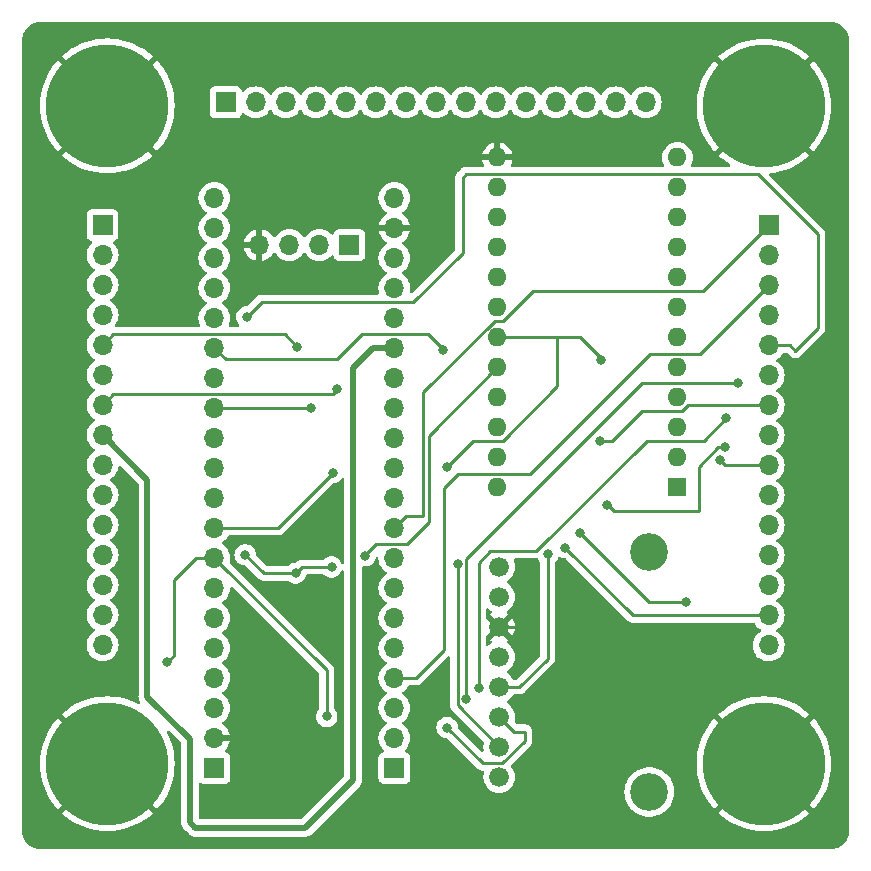
<source format=gbr>
%TF.GenerationSoftware,KiCad,Pcbnew,7.0.7*%
%TF.CreationDate,2024-04-01T01:38:16+05:30*%
%TF.ProjectId,FC_THT_STACK,46435f54-4854-45f5-9354-41434b2e6b69,rev?*%
%TF.SameCoordinates,Original*%
%TF.FileFunction,Copper,L2,Bot*%
%TF.FilePolarity,Positive*%
%FSLAX46Y46*%
G04 Gerber Fmt 4.6, Leading zero omitted, Abs format (unit mm)*
G04 Created by KiCad (PCBNEW 7.0.7) date 2024-04-01 01:38:16*
%MOMM*%
%LPD*%
G01*
G04 APERTURE LIST*
%TA.AperFunction,ComponentPad*%
%ADD10R,1.700000X1.700000*%
%TD*%
%TA.AperFunction,ComponentPad*%
%ADD11O,1.700000X1.700000*%
%TD*%
%TA.AperFunction,ComponentPad*%
%ADD12C,10.400000*%
%TD*%
%TA.AperFunction,ComponentPad*%
%ADD13C,1.676400*%
%TD*%
%TA.AperFunction,ComponentPad*%
%ADD14C,3.200400*%
%TD*%
%TA.AperFunction,ComponentPad*%
%ADD15R,1.600000X1.600000*%
%TD*%
%TA.AperFunction,ComponentPad*%
%ADD16O,1.600000X1.600000*%
%TD*%
%TA.AperFunction,ViaPad*%
%ADD17C,0.800000*%
%TD*%
%TA.AperFunction,Conductor*%
%ADD18C,0.250000*%
%TD*%
%TA.AperFunction,Conductor*%
%ADD19C,0.500000*%
%TD*%
G04 APERTURE END LIST*
D10*
%TO.P,U3,1,B12*%
%TO.N,unconnected-(U3-B12-Pad1)*%
X114720000Y-111581000D03*
D11*
%TO.P,U3,2,B13*%
%TO.N,SCLK_SPI2*%
X114720000Y-109041000D03*
%TO.P,U3,3,B14*%
%TO.N,MISO_SPI2*%
X114720000Y-106501000D03*
%TO.P,U3,4,B15*%
%TO.N,MOSI_SPI2*%
X114720000Y-103961000D03*
%TO.P,U3,5,A8*%
%TO.N,CS_MS5607*%
X114720000Y-101421000D03*
%TO.P,U3,6,A9*%
%TO.N,TX_TELEM*%
X114720000Y-98881000D03*
%TO.P,U3,7,A10*%
%TO.N,RX_TELEM*%
X114720000Y-96341000D03*
%TO.P,U3,8,A11*%
%TO.N,CS_LPS*%
X114720000Y-93801000D03*
%TO.P,U3,9,A12*%
%TO.N,CS_ADXL*%
X114720000Y-91261000D03*
%TO.P,U3,10,A15*%
%TO.N,CS_LSM*%
X114720000Y-88721000D03*
%TO.P,U3,11,B3*%
%TO.N,unconnected-(U3-B3-Pad11)*%
X114720000Y-86181000D03*
%TO.P,U3,12,B4*%
%TO.N,unconnected-(U3-B4-Pad12)*%
X114720000Y-83641000D03*
%TO.P,U3,13,B5*%
%TO.N,unconnected-(U3-B5-Pad13)*%
X114720000Y-81101000D03*
%TO.P,U3,14,B6*%
%TO.N,I2C1_SCL*%
X114720000Y-78561000D03*
%TO.P,U3,15,B7*%
%TO.N,I2C1_SDA*%
X114720000Y-76021000D03*
%TO.P,U3,16,B8*%
%TO.N,unconnected-(U3-B8-Pad16)*%
X114720000Y-73481000D03*
%TO.P,U3,17,B9*%
%TO.N,unconnected-(U3-B9-Pad17)*%
X114720000Y-70941000D03*
%TO.P,U3,18,5V*%
%TO.N,5V*%
X114720000Y-68401000D03*
%TO.P,U3,19,G*%
%TO.N,GND*%
X114720000Y-65861000D03*
%TO.P,U3,20,3.3*%
%TO.N,unconnected-(U3-3.3-Pad20)*%
X114720000Y-63321000D03*
D10*
%TO.P,U3,21,5V*%
%TO.N,unconnected-(U3-5V-Pad21)*%
X99480000Y-111581000D03*
D11*
%TO.P,U3,22,G*%
%TO.N,GND*%
X99480000Y-109041000D03*
%TO.P,U3,23,3.3*%
%TO.N,unconnected-(U3-3.3-Pad23)*%
X99480000Y-106501000D03*
%TO.P,U3,24,B10*%
%TO.N,unconnected-(U3-B10-Pad24)*%
X99480000Y-103961000D03*
%TO.P,U3,25,B2*%
%TO.N,unconnected-(U3-B2-Pad25)*%
X99480000Y-101421000D03*
%TO.P,U3,26,B1*%
%TO.N,PYRO1*%
X99480000Y-98881000D03*
%TO.P,U3,27,B0*%
%TO.N,unconnected-(U3-B0-Pad27)*%
X99480000Y-96341000D03*
%TO.P,U3,28,A7*%
%TO.N,MOSI_SPI1*%
X99480000Y-93801000D03*
%TO.P,U3,29,A6*%
%TO.N,MISO_SPI1*%
X99480000Y-91261000D03*
%TO.P,U3,30,A5*%
%TO.N,SCLK_SPI1*%
X99480000Y-88721000D03*
%TO.P,U3,31,A4*%
%TO.N,unconnected-(U3-A4-Pad31)*%
X99480000Y-86181000D03*
%TO.P,U3,32,A3*%
%TO.N,INT_LPS*%
X99480000Y-83641000D03*
%TO.P,U3,33,A2*%
%TO.N,INT_LSM*%
X99480000Y-81101000D03*
%TO.P,U3,34,A1*%
%TO.N,INT_ADXL*%
X99480000Y-78561000D03*
%TO.P,U3,35,A0*%
%TO.N,PYRO2*%
X99480000Y-76021000D03*
%TO.P,U3,36,R*%
%TO.N,unconnected-(U3-R-Pad36)*%
X99480000Y-73481000D03*
%TO.P,U3,37,C15*%
%TO.N,unconnected-(U3-C15-Pad37)*%
X99480000Y-70941000D03*
%TO.P,U3,38,C14*%
%TO.N,unconnected-(U3-C14-Pad38)*%
X99480000Y-68401000D03*
%TO.P,U3,39,C13*%
%TO.N,unconnected-(U3-C13-Pad39)*%
X99480000Y-65861000D03*
%TO.P,U3,40,VB*%
%TO.N,unconnected-(U3-VB-Pad40)*%
X99480000Y-63321000D03*
D10*
%TO.P,U3,41,3.3V*%
%TO.N,unconnected-(U3-3.3V-Pad41)*%
X110910000Y-67295000D03*
D11*
%TO.P,U3,42,SWDIO*%
%TO.N,unconnected-(U3-SWDIO-Pad42)*%
X108370000Y-67295000D03*
%TO.P,U3,43,SWCLK*%
%TO.N,unconnected-(U3-SWCLK-Pad43)*%
X105830000Y-67295000D03*
%TO.P,U3,44,GND*%
%TO.N,GND*%
X103290000Y-67295000D03*
%TD*%
D10*
%TO.P,U4,1*%
%TO.N,CS_ADXL*%
X146405600Y-65633600D03*
D11*
%TO.P,U4,2*%
%TO.N,SCLK_SPI2*%
X146405600Y-68173600D03*
%TO.P,U4,3*%
%TO.N,MOSI_SPI2*%
X146405600Y-70713600D03*
%TO.P,U4,4*%
%TO.N,MISO_SPI2*%
X146405600Y-73253600D03*
%TO.P,U4,5*%
%TO.N,INT_ADXL*%
X146405600Y-75793600D03*
%TO.P,U4,6*%
%TO.N,CS_LSM*%
X146405600Y-78333600D03*
%TO.P,U4,7*%
%TO.N,INT_LSM*%
X146405600Y-80873600D03*
%TO.P,U4,8*%
%TO.N,TX_TELEM*%
X146405600Y-83413600D03*
%TO.P,U4,9*%
%TO.N,RX_TELEM*%
X146405600Y-85953600D03*
%TO.P,U4,10*%
%TO.N,INT_LPS*%
X146405600Y-88493600D03*
%TO.P,U4,11*%
%TO.N,unconnected-(U4-Pad11)*%
X146405600Y-91033600D03*
%TO.P,U4,12*%
%TO.N,unconnected-(U4-Pad12)*%
X146405600Y-93573600D03*
%TO.P,U4,13*%
%TO.N,unconnected-(U4-Pad13)*%
X146405600Y-96113600D03*
%TO.P,U4,14*%
%TO.N,PYRO2*%
X146405600Y-98653600D03*
%TO.P,U4,15*%
%TO.N,unconnected-(U4-Pad15)*%
X146405600Y-101193600D03*
%TO.P,U4,16*%
%TO.N,unconnected-(U4-Pad16)*%
X90005600Y-101163600D03*
%TO.P,U4,17*%
%TO.N,PYRO1*%
X90005600Y-98623600D03*
%TO.P,U4,18*%
%TO.N,unconnected-(U4-Pad18)*%
X90005600Y-96083600D03*
%TO.P,U4,19*%
%TO.N,unconnected-(U4-Pad19)*%
X90005600Y-93543600D03*
%TO.P,U4,20*%
%TO.N,unconnected-(U4-Pad20)*%
X90005600Y-91003600D03*
%TO.P,U4,21*%
%TO.N,unconnected-(U4-Pad21)*%
X90005600Y-88463600D03*
%TO.P,U4,22*%
%TO.N,unconnected-(U4-Pad22)*%
X90005600Y-85923600D03*
%TO.P,U4,23*%
%TO.N,I2C1_SDA*%
X90005600Y-83383600D03*
%TO.P,U4,24*%
%TO.N,I2C1_SCL*%
X90005600Y-80843600D03*
%TO.P,U4,25*%
%TO.N,unconnected-(U4-Pad25)*%
X90005600Y-78303600D03*
%TO.P,U4,26*%
%TO.N,CS_LPS*%
X90005600Y-75763600D03*
%TO.P,U4,27*%
%TO.N,MISO_SPI1*%
X90005600Y-73223600D03*
%TO.P,U4,28*%
%TO.N,MOSI_SPI1*%
X90005600Y-70683600D03*
%TO.P,U4,29*%
%TO.N,SCLK_SPI1*%
X90005600Y-68143600D03*
D10*
%TO.P,U4,30*%
%TO.N,CS_MS5607*%
X90005600Y-65603600D03*
%TO.P,U4,31*%
%TO.N,5V*%
X100430600Y-55218600D03*
D11*
%TO.P,U4,32*%
X102970600Y-55218600D03*
%TO.P,U4,33*%
%TO.N,unconnected-(U4-Pad33)*%
X105510600Y-55218600D03*
%TO.P,U4,34*%
%TO.N,unconnected-(U4-Pad34)*%
X108050600Y-55218600D03*
%TO.P,U4,35*%
%TO.N,unconnected-(U4-Pad35)*%
X110590600Y-55218600D03*
%TO.P,U4,36*%
%TO.N,unconnected-(U4-Pad36)*%
X113130600Y-55218600D03*
%TO.P,U4,37*%
%TO.N,3.3V*%
X115670600Y-55218600D03*
%TO.P,U4,38*%
%TO.N,unconnected-(U4-Pad38)*%
X118210600Y-55218600D03*
%TO.P,U4,39*%
%TO.N,3.3V*%
X120750600Y-55218600D03*
%TO.P,U4,40*%
X123290600Y-55218600D03*
%TO.P,U4,41*%
%TO.N,unconnected-(U4-Pad41)*%
X125830600Y-55218600D03*
%TO.P,U4,42*%
%TO.N,unconnected-(U4-Pad42)*%
X128370600Y-55218600D03*
%TO.P,U4,43*%
%TO.N,unconnected-(U4-Pad43)*%
X130910600Y-55218600D03*
%TO.P,U4,44*%
%TO.N,unconnected-(U4-Pad44)*%
X133450600Y-55218600D03*
%TO.P,U4,45*%
%TO.N,5V*%
X135990600Y-55218600D03*
D12*
%TO.P,U4,49,1*%
%TO.N,GND*%
X146005600Y-111218600D03*
%TO.P,U4,50,1*%
X90405600Y-111218600D03*
%TO.P,U4,51,1*%
X90405600Y-55518600D03*
%TO.P,U4,52,1*%
X146005600Y-55533600D03*
%TD*%
D13*
%TO.P,U1,1,VIN*%
%TO.N,5V*%
X123600000Y-94560000D03*
%TO.P,U1,2,3Vo*%
%TO.N,unconnected-(U1-3Vo-Pad2)*%
X123600000Y-97100000D03*
%TO.P,U1,3,GND*%
%TO.N,GND*%
X123600000Y-99640000D03*
%TO.P,U1,4,SCK*%
%TO.N,SCLK_SPI1*%
X123600000Y-102180000D03*
%TO.P,U1,5,SDO*%
%TO.N,MISO_SPI1*%
X123600000Y-104720000D03*
%TO.P,U1,6,SDI*%
%TO.N,MOSI_SPI1*%
X123600000Y-107260000D03*
%TO.P,U1,7,CS*%
%TO.N,CS_LPS*%
X123600000Y-109800000D03*
%TO.P,U1,8,INT*%
%TO.N,INT_LPS*%
X123600000Y-112340000D03*
D14*
%TO.P,U1,M$1*%
%TO.N,N/C*%
X136300000Y-113614981D03*
%TO.P,U1,M$2*%
X136300000Y-93290000D03*
%TD*%
D15*
%TO.P,U2,1,VDD*%
%TO.N,3.3V*%
X138675000Y-87825000D03*
D16*
%TO.P,U2,2,VDDIO*%
X138675000Y-85285000D03*
%TO.P,U2,3,OCS*%
%TO.N,unconnected-(U2-OCS-Pad3)*%
X138675000Y-82745000D03*
%TO.P,U2,4,SCX*%
%TO.N,unconnected-(U2-SCX-Pad4)*%
X138675000Y-80205000D03*
%TO.P,U2,5,SDX*%
%TO.N,unconnected-(U2-SDX-Pad5)*%
X138675000Y-77665000D03*
%TO.P,U2,6,OSDO*%
%TO.N,unconnected-(U2-OSDO-Pad6)*%
X138675000Y-75125000D03*
%TO.P,U2,7*%
%TO.N,unconnected-(U2-Pad7)*%
X138675000Y-72585000D03*
%TO.P,U2,8*%
%TO.N,unconnected-(U2-Pad8)*%
X138675000Y-70045000D03*
%TO.P,U2,9*%
%TO.N,unconnected-(U2-Pad9)*%
X138675000Y-67505000D03*
%TO.P,U2,10*%
%TO.N,unconnected-(U2-Pad10)*%
X138675000Y-64965000D03*
%TO.P,U2,11*%
%TO.N,unconnected-(U2-Pad11)*%
X138675000Y-62425000D03*
%TO.P,U2,12*%
%TO.N,unconnected-(U2-Pad12)*%
X138675000Y-59885000D03*
%TO.P,U2,13,SCX*%
%TO.N,unconnected-(U2-SCX-Pad13)*%
X123435000Y-87825000D03*
%TO.P,U2,14*%
%TO.N,unconnected-(U2-Pad14)*%
X123435000Y-85285000D03*
%TO.P,U2,15,SDO*%
%TO.N,MISO_SPI1*%
X123435000Y-82745000D03*
%TO.P,U2,16,SDA*%
%TO.N,MOSI_SPI1*%
X123435000Y-80205000D03*
%TO.P,U2,17,SCL*%
%TO.N,SCLK_SPI1*%
X123435000Y-77665000D03*
%TO.P,U2,18,CS*%
%TO.N,CS_LSM*%
X123435000Y-75125000D03*
%TO.P,U2,19,OCS*%
%TO.N,unconnected-(U2-OCS-Pad19)*%
X123435000Y-72585000D03*
%TO.P,U2,20,SDX*%
%TO.N,unconnected-(U2-SDX-Pad20)*%
X123435000Y-70045000D03*
%TO.P,U2,21,OSDO*%
%TO.N,unconnected-(U2-OSDO-Pad21)*%
X123435000Y-67505000D03*
%TO.P,U2,22,INT2*%
%TO.N,unconnected-(U2-INT2-Pad22)*%
X123435000Y-64965000D03*
%TO.P,U2,23,INT1*%
%TO.N,INT_LSM*%
X123435000Y-62425000D03*
%TO.P,U2,24,GND*%
%TO.N,GND*%
X123435000Y-59885000D03*
%TD*%
D17*
%TO.N,GND*%
X139776200Y-111836200D03*
X96037400Y-114350800D03*
%TO.N,SCLK_SPI1*%
X106362500Y-95084900D03*
X112242600Y-93599000D03*
X102082600Y-93522800D03*
X109397800Y-94564200D03*
%TO.N,MISO_SPI1*%
X109499400Y-86563200D03*
X127711200Y-93497400D03*
%TO.N,MOSI_SPI1*%
X95478600Y-102641400D03*
X130429000Y-91668600D03*
X139395200Y-97536000D03*
X119176800Y-108153200D03*
X108991400Y-107213400D03*
%TO.N,CS_LPS*%
X106476800Y-75895200D03*
X120065800Y-94310200D03*
%TO.N,CS_LSM*%
X132715000Y-89281000D03*
X119202200Y-86080600D03*
X132232400Y-77038200D03*
X142748000Y-84429600D03*
%TO.N,INT_LSM*%
X132130800Y-83921600D03*
X107621000Y-81101000D03*
%TO.N,SCLK_SPI2*%
X142824200Y-81965800D03*
X121843800Y-104775000D03*
%TO.N,MISO_SPI2*%
X120790800Y-105701000D03*
X143814800Y-78994000D03*
%TO.N,RX_TELEM*%
X142316200Y-85521800D03*
%TO.N,I2C1_SCL*%
X109880400Y-79527400D03*
%TO.N,INT_ADXL*%
X102209600Y-73380600D03*
%TO.N,PYRO2*%
X129184400Y-92913200D03*
X118846600Y-76200000D03*
%TD*%
D18*
%TO.N,GND*%
X123600000Y-99640000D02*
X125962800Y-99640000D01*
X101829800Y-109041000D02*
X101930200Y-108940600D01*
X125962800Y-99640000D02*
X126060200Y-99542600D01*
X99480000Y-109041000D02*
X101829800Y-109041000D01*
%TO.N,SCLK_SPI1*%
X117620200Y-83479800D02*
X117620200Y-90761400D01*
X112242600Y-93573600D02*
X112242600Y-93599000D01*
X113190200Y-92626000D02*
X112242600Y-93573600D01*
X117620200Y-90761400D02*
X115755600Y-92626000D01*
X123435000Y-77665000D02*
X117620200Y-83479800D01*
X106883200Y-94564200D02*
X106362500Y-95084900D01*
X115755600Y-92626000D02*
X113190200Y-92626000D01*
X103644700Y-95084900D02*
X102082600Y-93522800D01*
X109397800Y-94564200D02*
X106883200Y-94564200D01*
X106362500Y-95084900D02*
X103644700Y-95084900D01*
%TO.N,MISO_SPI1*%
X109499400Y-86614000D02*
X109499400Y-86563200D01*
X104852400Y-91261000D02*
X109499400Y-86614000D01*
X127711200Y-93497400D02*
X127711200Y-102311200D01*
X125302400Y-104720000D02*
X123600000Y-104720000D01*
X99480000Y-91261000D02*
X104852400Y-91261000D01*
X127711200Y-102311200D02*
X125302400Y-104720000D01*
%TO.N,MOSI_SPI1*%
X124848800Y-108508800D02*
X123600000Y-107260000D01*
X119176800Y-108153200D02*
X122200400Y-111176800D01*
X99480000Y-93801000D02*
X108991400Y-103312400D01*
X108991400Y-103312400D02*
X108991400Y-107213400D01*
X125755400Y-109289614D02*
X125755400Y-108508800D01*
X96062800Y-95656400D02*
X97918200Y-93801000D01*
X136296400Y-97536000D02*
X139395200Y-97536000D01*
X125755400Y-108508800D02*
X124848800Y-108508800D01*
X95478600Y-102641400D02*
X96062800Y-102057200D01*
X123868214Y-111176800D02*
X125755400Y-109289614D01*
X130429000Y-91668600D02*
X136296400Y-97536000D01*
X97918200Y-93801000D02*
X99480000Y-93801000D01*
X96062800Y-102057200D02*
X96062800Y-95656400D01*
X122200400Y-111176800D02*
X123868214Y-111176800D01*
%TO.N,CS_LPS*%
X120065800Y-94310200D02*
X120065800Y-106265800D01*
X105427600Y-74846000D02*
X106476800Y-75895200D01*
X90923200Y-74846000D02*
X105427600Y-74846000D01*
X120065800Y-106265800D02*
X123600000Y-109800000D01*
X90005600Y-75763600D02*
X90923200Y-74846000D01*
%TO.N,CS_LSM*%
X132283200Y-76936600D02*
X132283200Y-76987400D01*
X142113000Y-84429600D02*
X140487400Y-86055200D01*
X142748000Y-84429600D02*
X142113000Y-84429600D01*
X119202200Y-86080600D02*
X121412800Y-83870000D01*
X140487400Y-89839800D02*
X133273800Y-89839800D01*
X123435000Y-75125000D02*
X128524000Y-75125000D01*
X140487400Y-86055200D02*
X140487400Y-89839800D01*
X121412800Y-83870000D02*
X123900991Y-83870000D01*
X133273800Y-89839800D02*
X132613400Y-89179400D01*
X128524000Y-75125000D02*
X130471600Y-75125000D01*
X123900991Y-83870000D02*
X128524000Y-79246991D01*
X128524000Y-79246991D02*
X128524000Y-75125000D01*
X132283200Y-76987400D02*
X132232400Y-77038200D01*
X130471600Y-75125000D02*
X132283200Y-76936600D01*
%TO.N,INT_LSM*%
X139597391Y-80873600D02*
X139089391Y-81381600D01*
X133121400Y-83921600D02*
X132130800Y-83921600D01*
X146405600Y-80873600D02*
X139597391Y-80873600D01*
X135661400Y-81381600D02*
X133121400Y-83921600D01*
X139089391Y-81381600D02*
X135661400Y-81381600D01*
X99480000Y-81101000D02*
X107621000Y-81101000D01*
%TO.N,SCLK_SPI2*%
X136068600Y-83870000D02*
X126746000Y-93192600D01*
X142824200Y-81965800D02*
X140920000Y-83870000D01*
X140920000Y-83870000D02*
X136068600Y-83870000D01*
X126746000Y-93192600D02*
X122834400Y-93192600D01*
X122834400Y-93192600D02*
X121843800Y-94183200D01*
X121843800Y-94183200D02*
X121843800Y-104775000D01*
%TO.N,MISO_SPI2*%
X143814800Y-78994000D02*
X135661400Y-78994000D01*
X120790800Y-93864600D02*
X120790800Y-105701000D01*
X135661400Y-78994000D02*
X120790800Y-93864600D01*
%TO.N,MOSI_SPI2*%
X146405600Y-70713600D02*
X140614400Y-76504800D01*
X120065800Y-86690200D02*
X118922800Y-87833200D01*
X136346191Y-76504800D02*
X126160791Y-86690200D01*
X140614400Y-76504800D02*
X136346191Y-76504800D01*
X118922800Y-87833200D02*
X118922800Y-101574600D01*
X118922800Y-101574600D02*
X116536400Y-103961000D01*
X116536400Y-103961000D02*
X114720000Y-103961000D01*
X126160791Y-86690200D02*
X120065800Y-86690200D01*
%TO.N,RX_TELEM*%
X146405600Y-85953600D02*
X142748000Y-85953600D01*
X142748000Y-85953600D02*
X142316200Y-85521800D01*
%TO.N,CS_ADXL*%
X146405600Y-65633600D02*
X140869200Y-71170000D01*
X117170200Y-79756000D02*
X117170200Y-90271600D01*
X117170200Y-90271600D02*
X115709400Y-90271600D01*
X123216200Y-73710000D02*
X117170200Y-79756000D01*
X126440991Y-71170000D02*
X123900991Y-73710000D01*
X123900991Y-73710000D02*
X123216200Y-73710000D01*
X115709400Y-90271600D02*
X114720000Y-91261000D01*
X140869200Y-71170000D02*
X126440991Y-71170000D01*
%TO.N,I2C1_SCL*%
X109931200Y-79476600D02*
X109880400Y-79527400D01*
X90923200Y-79926000D02*
X109481800Y-79926000D01*
X109481800Y-79926000D02*
X109931200Y-79476600D01*
X90005600Y-80843600D02*
X90923200Y-79926000D01*
D19*
%TO.N,I2C1_SDA*%
X90005600Y-83383600D02*
X93802200Y-87180200D01*
X93802200Y-105537000D02*
X97409000Y-109143800D01*
X97409000Y-116179600D02*
X97866200Y-116636800D01*
X107188000Y-116636800D02*
X111226600Y-112598200D01*
X112929600Y-76021000D02*
X114720000Y-76021000D01*
X111226600Y-112598200D02*
X111226600Y-77724000D01*
X97409000Y-109143800D02*
X97409000Y-116179600D01*
X97866200Y-116636800D02*
X107188000Y-116636800D01*
X111226600Y-77724000D02*
X112929600Y-76021000D01*
X93802200Y-87180200D02*
X93802200Y-105537000D01*
D18*
%TO.N,INT_ADXL*%
X150571200Y-66395600D02*
X150571200Y-74345800D01*
X145475600Y-61300000D02*
X150571200Y-66395600D01*
X120497600Y-61595000D02*
X120792600Y-61300000D01*
X148666200Y-76250800D02*
X148209000Y-75793600D01*
X103474200Y-72116000D02*
X116326600Y-72116000D01*
X120497600Y-67945000D02*
X120497600Y-61595000D01*
X102209600Y-73380600D02*
X103474200Y-72116000D01*
X148209000Y-75793600D02*
X146405600Y-75793600D01*
X150571200Y-74345800D02*
X148666200Y-76250800D01*
X116326600Y-72116000D02*
X120497600Y-67945000D01*
X120792600Y-61300000D02*
X145475600Y-61300000D01*
%TO.N,PYRO2*%
X134924800Y-98653600D02*
X146405600Y-98653600D01*
X111996400Y-74846000D02*
X117594200Y-74846000D01*
X99480000Y-76021000D02*
X100421000Y-76962000D01*
X118872000Y-76174600D02*
X118846600Y-76200000D01*
X129184400Y-92913200D02*
X134924800Y-98653600D01*
X118922800Y-76174600D02*
X118872000Y-76174600D01*
X117594200Y-74846000D02*
X118922800Y-76174600D01*
X109880400Y-76962000D02*
X111996400Y-74846000D01*
X100421000Y-76962000D02*
X109880400Y-76962000D01*
%TD*%
%TA.AperFunction,Conductor*%
%TO.N,GND*%
G36*
X110428747Y-87037806D02*
G01*
X110469277Y-87094719D01*
X110476099Y-87135280D01*
X110476100Y-94185880D01*
X110456415Y-94252919D01*
X110403611Y-94298674D01*
X110334453Y-94308618D01*
X110270897Y-94279593D01*
X110234169Y-94224199D01*
X110224980Y-94195919D01*
X110224979Y-94195918D01*
X110224979Y-94195916D01*
X110130333Y-94031984D01*
X110003671Y-93891312D01*
X110003670Y-93891311D01*
X109850534Y-93780051D01*
X109850529Y-93780048D01*
X109677607Y-93703057D01*
X109677602Y-93703055D01*
X109531800Y-93672065D01*
X109492446Y-93663700D01*
X109303154Y-93663700D01*
X109270697Y-93670598D01*
X109117997Y-93703055D01*
X109117992Y-93703057D01*
X108945070Y-93780048D01*
X108945065Y-93780051D01*
X108791930Y-93891310D01*
X108791926Y-93891314D01*
X108786200Y-93897674D01*
X108726713Y-93934321D01*
X108694052Y-93938700D01*
X106965943Y-93938700D01*
X106950322Y-93936975D01*
X106950296Y-93937261D01*
X106942534Y-93936527D01*
X106942533Y-93936527D01*
X106873386Y-93938700D01*
X106843849Y-93938700D01*
X106836966Y-93939569D01*
X106831149Y-93940026D01*
X106784573Y-93941490D01*
X106765329Y-93947081D01*
X106746279Y-93951025D01*
X106726411Y-93953534D01*
X106683084Y-93970688D01*
X106677558Y-93972579D01*
X106632814Y-93985579D01*
X106632810Y-93985581D01*
X106615566Y-93995779D01*
X106598105Y-94004333D01*
X106579474Y-94011710D01*
X106579462Y-94011717D01*
X106541770Y-94039102D01*
X106536887Y-94042309D01*
X106496780Y-94066029D01*
X106482614Y-94080195D01*
X106467824Y-94092827D01*
X106451614Y-94104604D01*
X106451611Y-94104608D01*
X106421917Y-94140500D01*
X106418003Y-94144804D01*
X106414765Y-94148044D01*
X106353456Y-94181555D01*
X106327047Y-94184400D01*
X106267854Y-94184400D01*
X106235397Y-94191298D01*
X106082697Y-94223755D01*
X106082692Y-94223757D01*
X105909770Y-94300748D01*
X105909765Y-94300751D01*
X105756630Y-94412010D01*
X105756626Y-94412014D01*
X105750900Y-94418374D01*
X105691413Y-94455021D01*
X105658752Y-94459400D01*
X103955152Y-94459400D01*
X103888113Y-94439715D01*
X103867471Y-94423081D01*
X103021560Y-93577169D01*
X102988075Y-93515846D01*
X102985923Y-93502468D01*
X102968274Y-93334544D01*
X102909779Y-93154516D01*
X102815133Y-92990584D01*
X102688471Y-92849912D01*
X102688470Y-92849911D01*
X102535334Y-92738651D01*
X102535329Y-92738648D01*
X102362407Y-92661657D01*
X102362402Y-92661655D01*
X102199193Y-92626965D01*
X102177246Y-92622300D01*
X101987954Y-92622300D01*
X101966007Y-92626965D01*
X101802797Y-92661655D01*
X101802792Y-92661657D01*
X101629870Y-92738648D01*
X101629865Y-92738651D01*
X101476729Y-92849911D01*
X101350066Y-92990585D01*
X101255421Y-93154515D01*
X101255418Y-93154522D01*
X101197735Y-93332053D01*
X101196926Y-93334544D01*
X101177140Y-93522800D01*
X101196926Y-93711056D01*
X101196927Y-93711059D01*
X101255418Y-93891077D01*
X101255421Y-93891084D01*
X101350067Y-94055016D01*
X101429074Y-94142762D01*
X101476729Y-94195688D01*
X101629865Y-94306948D01*
X101629870Y-94306951D01*
X101802792Y-94383942D01*
X101802797Y-94383944D01*
X101987954Y-94423300D01*
X102047148Y-94423300D01*
X102114187Y-94442985D01*
X102134829Y-94459619D01*
X103143897Y-95468688D01*
X103153722Y-95480951D01*
X103153943Y-95480769D01*
X103158914Y-95486778D01*
X103182660Y-95509076D01*
X103209335Y-95534126D01*
X103230229Y-95555020D01*
X103235711Y-95559273D01*
X103240143Y-95563057D01*
X103274118Y-95594962D01*
X103291676Y-95604614D01*
X103307933Y-95615293D01*
X103323764Y-95627573D01*
X103343437Y-95636086D01*
X103366533Y-95646082D01*
X103371777Y-95648650D01*
X103412608Y-95671097D01*
X103425223Y-95674335D01*
X103432005Y-95676077D01*
X103450419Y-95682381D01*
X103468804Y-95690338D01*
X103514857Y-95697632D01*
X103520526Y-95698806D01*
X103565681Y-95710400D01*
X103585716Y-95710400D01*
X103605113Y-95711926D01*
X103624896Y-95715060D01*
X103671283Y-95710675D01*
X103677122Y-95710400D01*
X105658752Y-95710400D01*
X105725791Y-95730085D01*
X105750900Y-95751426D01*
X105756626Y-95757785D01*
X105756630Y-95757789D01*
X105909765Y-95869048D01*
X105909770Y-95869051D01*
X106082692Y-95946042D01*
X106082697Y-95946044D01*
X106267854Y-95985400D01*
X106267855Y-95985400D01*
X106457144Y-95985400D01*
X106457146Y-95985400D01*
X106642303Y-95946044D01*
X106815230Y-95869051D01*
X106968371Y-95757788D01*
X107095033Y-95617116D01*
X107189679Y-95453184D01*
X107223742Y-95348351D01*
X107247451Y-95275382D01*
X107286889Y-95217706D01*
X107351247Y-95190508D01*
X107365382Y-95189700D01*
X108694052Y-95189700D01*
X108761091Y-95209385D01*
X108786200Y-95230726D01*
X108791926Y-95237085D01*
X108791930Y-95237089D01*
X108945065Y-95348348D01*
X108945070Y-95348351D01*
X109117992Y-95425342D01*
X109117997Y-95425344D01*
X109303154Y-95464700D01*
X109303155Y-95464700D01*
X109492444Y-95464700D01*
X109492446Y-95464700D01*
X109677603Y-95425344D01*
X109850530Y-95348351D01*
X110003671Y-95237088D01*
X110130333Y-95096416D01*
X110224979Y-94932484D01*
X110234168Y-94904201D01*
X110273606Y-94846526D01*
X110337965Y-94819327D01*
X110406811Y-94831242D01*
X110458287Y-94878486D01*
X110476100Y-94942519D01*
X110476100Y-112235970D01*
X110456415Y-112303009D01*
X110439781Y-112323651D01*
X106913451Y-115849981D01*
X106852128Y-115883466D01*
X106825770Y-115886300D01*
X98283500Y-115886300D01*
X98216461Y-115866615D01*
X98170706Y-115813811D01*
X98159500Y-115762300D01*
X98159500Y-112951711D01*
X98179185Y-112884672D01*
X98231989Y-112838917D01*
X98301147Y-112828973D01*
X98357811Y-112852445D01*
X98387664Y-112874793D01*
X98387671Y-112874797D01*
X98522517Y-112925091D01*
X98522516Y-112925091D01*
X98529444Y-112925835D01*
X98582127Y-112931500D01*
X100377872Y-112931499D01*
X100437483Y-112925091D01*
X100572331Y-112874796D01*
X100687546Y-112788546D01*
X100773796Y-112673331D01*
X100824091Y-112538483D01*
X100830500Y-112478873D01*
X100830499Y-110683128D01*
X100824091Y-110623517D01*
X100773796Y-110488669D01*
X100773795Y-110488668D01*
X100773793Y-110488664D01*
X100687547Y-110373455D01*
X100687544Y-110373452D01*
X100572335Y-110287206D01*
X100572328Y-110287202D01*
X100440401Y-110237997D01*
X100384467Y-110196126D01*
X100360050Y-110130662D01*
X100374902Y-110062389D01*
X100396053Y-110034133D01*
X100518108Y-109912078D01*
X100653600Y-109718578D01*
X100753429Y-109504492D01*
X100753432Y-109504486D01*
X100810636Y-109291000D01*
X100093347Y-109291000D01*
X100026308Y-109271315D01*
X99980553Y-109218511D01*
X99970609Y-109149353D01*
X99974369Y-109132067D01*
X99980000Y-109112888D01*
X99980000Y-108969111D01*
X99974369Y-108949933D01*
X99974370Y-108880064D01*
X100012145Y-108821286D01*
X100075701Y-108792262D01*
X100093347Y-108791000D01*
X100810636Y-108791000D01*
X100810635Y-108790999D01*
X100753432Y-108577513D01*
X100753429Y-108577507D01*
X100653600Y-108363422D01*
X100653599Y-108363420D01*
X100518113Y-108169926D01*
X100518108Y-108169920D01*
X100351078Y-108002890D01*
X100165405Y-107872879D01*
X100121780Y-107818302D01*
X100114588Y-107748804D01*
X100146110Y-107686449D01*
X100165406Y-107669730D01*
X100185887Y-107655389D01*
X100351401Y-107539495D01*
X100518495Y-107372401D01*
X100654035Y-107178830D01*
X100753903Y-106964663D01*
X100815063Y-106736408D01*
X100835659Y-106501000D01*
X100815063Y-106265592D01*
X100753903Y-106037337D01*
X100654035Y-105823171D01*
X100628386Y-105786539D01*
X100518494Y-105629597D01*
X100351402Y-105462506D01*
X100351396Y-105462501D01*
X100165842Y-105332575D01*
X100122217Y-105277998D01*
X100115023Y-105208500D01*
X100146546Y-105146145D01*
X100165842Y-105129425D01*
X100188026Y-105113891D01*
X100351401Y-104999495D01*
X100518495Y-104832401D01*
X100654035Y-104638830D01*
X100753903Y-104424663D01*
X100815063Y-104196408D01*
X100835659Y-103961000D01*
X100815063Y-103725592D01*
X100765843Y-103541900D01*
X100753905Y-103497344D01*
X100753904Y-103497343D01*
X100753903Y-103497337D01*
X100654035Y-103283171D01*
X100653652Y-103282623D01*
X100518494Y-103089597D01*
X100351402Y-102922506D01*
X100351396Y-102922501D01*
X100165842Y-102792575D01*
X100122217Y-102737998D01*
X100115023Y-102668500D01*
X100146546Y-102606145D01*
X100165842Y-102589425D01*
X100223205Y-102549259D01*
X100351401Y-102459495D01*
X100518495Y-102292401D01*
X100654035Y-102098830D01*
X100753903Y-101884663D01*
X100815063Y-101656408D01*
X100835659Y-101421000D01*
X100833734Y-101399003D01*
X100826491Y-101316208D01*
X100815063Y-101185592D01*
X100754132Y-100958192D01*
X100753905Y-100957344D01*
X100753904Y-100957343D01*
X100753903Y-100957337D01*
X100654035Y-100743171D01*
X100644774Y-100729944D01*
X100518494Y-100549597D01*
X100351402Y-100382506D01*
X100351396Y-100382501D01*
X100165842Y-100252575D01*
X100122217Y-100197998D01*
X100115023Y-100128500D01*
X100146546Y-100066145D01*
X100165842Y-100049425D01*
X100243319Y-99995175D01*
X100351401Y-99919495D01*
X100518495Y-99752401D01*
X100654035Y-99558830D01*
X100753903Y-99344663D01*
X100815063Y-99116408D01*
X100835659Y-98881000D01*
X100833734Y-98859003D01*
X100831539Y-98833918D01*
X100815063Y-98645592D01*
X100754132Y-98418192D01*
X100753905Y-98417344D01*
X100753904Y-98417343D01*
X100753903Y-98417337D01*
X100654035Y-98203171D01*
X100644774Y-98189944D01*
X100518494Y-98009597D01*
X100351402Y-97842506D01*
X100351396Y-97842501D01*
X100165842Y-97712575D01*
X100122217Y-97657998D01*
X100115023Y-97588500D01*
X100146546Y-97526145D01*
X100165842Y-97509425D01*
X100243319Y-97455175D01*
X100351401Y-97379495D01*
X100518495Y-97212401D01*
X100654035Y-97018830D01*
X100753903Y-96804663D01*
X100815063Y-96576408D01*
X100835659Y-96341000D01*
X100835659Y-96340999D01*
X100835659Y-96340611D01*
X100835707Y-96340445D01*
X100836131Y-96335606D01*
X100837103Y-96335691D01*
X100855344Y-96273572D01*
X100908148Y-96227817D01*
X100977306Y-96217873D01*
X101040862Y-96246898D01*
X101047340Y-96252930D01*
X108329581Y-103535171D01*
X108363066Y-103596494D01*
X108365900Y-103622852D01*
X108365900Y-106514712D01*
X108346215Y-106581751D01*
X108334050Y-106597684D01*
X108258866Y-106681184D01*
X108164221Y-106845115D01*
X108164218Y-106845122D01*
X108125377Y-106964664D01*
X108105726Y-107025144D01*
X108085940Y-107213400D01*
X108105726Y-107401656D01*
X108105727Y-107401659D01*
X108164218Y-107581677D01*
X108164221Y-107581684D01*
X108258867Y-107745616D01*
X108373456Y-107872880D01*
X108385529Y-107886288D01*
X108538665Y-107997548D01*
X108538670Y-107997551D01*
X108711592Y-108074542D01*
X108711597Y-108074544D01*
X108896754Y-108113900D01*
X108896755Y-108113900D01*
X109086044Y-108113900D01*
X109086046Y-108113900D01*
X109271203Y-108074544D01*
X109444130Y-107997551D01*
X109597271Y-107886288D01*
X109723933Y-107745616D01*
X109818579Y-107581684D01*
X109877074Y-107401656D01*
X109896860Y-107213400D01*
X109877074Y-107025144D01*
X109818579Y-106845116D01*
X109723933Y-106681184D01*
X109648748Y-106597683D01*
X109618519Y-106534693D01*
X109616900Y-106514724D01*
X109616900Y-103395141D01*
X109618624Y-103379522D01*
X109618339Y-103379496D01*
X109619071Y-103371740D01*
X109619073Y-103371733D01*
X109616900Y-103302585D01*
X109616900Y-103273050D01*
X109616031Y-103266172D01*
X109615572Y-103260343D01*
X109614109Y-103213772D01*
X109608522Y-103194544D01*
X109604574Y-103175484D01*
X109603767Y-103169096D01*
X109602064Y-103155608D01*
X109602063Y-103155606D01*
X109602063Y-103155604D01*
X109584912Y-103112287D01*
X109583019Y-103106758D01*
X109570018Y-103062009D01*
X109570016Y-103062006D01*
X109559823Y-103044771D01*
X109551261Y-103027294D01*
X109543887Y-103008670D01*
X109543886Y-103008668D01*
X109516479Y-102970945D01*
X109513288Y-102966086D01*
X109489571Y-102925982D01*
X109489570Y-102925980D01*
X109489568Y-102925978D01*
X109489565Y-102925974D01*
X109475406Y-102911815D01*
X109462768Y-102897019D01*
X109450994Y-102880813D01*
X109416052Y-102851907D01*
X109415088Y-102851109D01*
X109410776Y-102847186D01*
X100820237Y-94256646D01*
X100786752Y-94195323D01*
X100788142Y-94136876D01*
X100815063Y-94036408D01*
X100835659Y-93801000D01*
X100833734Y-93779003D01*
X100825567Y-93685656D01*
X100815063Y-93565592D01*
X100754132Y-93338192D01*
X100753905Y-93337344D01*
X100753904Y-93337343D01*
X100753903Y-93337337D01*
X100654035Y-93123171D01*
X100653652Y-93122623D01*
X100518494Y-92929597D01*
X100351402Y-92762506D01*
X100351396Y-92762501D01*
X100165842Y-92632575D01*
X100122217Y-92577998D01*
X100115023Y-92508500D01*
X100146546Y-92446145D01*
X100165842Y-92429425D01*
X100243319Y-92375175D01*
X100351401Y-92299495D01*
X100518495Y-92132401D01*
X100653651Y-91939377D01*
X100708229Y-91895752D01*
X100755227Y-91886500D01*
X104769657Y-91886500D01*
X104785277Y-91888224D01*
X104785304Y-91887939D01*
X104793060Y-91888671D01*
X104793067Y-91888673D01*
X104862214Y-91886500D01*
X104891750Y-91886500D01*
X104898628Y-91885630D01*
X104904441Y-91885172D01*
X104951027Y-91883709D01*
X104970269Y-91878117D01*
X104989312Y-91874174D01*
X105009192Y-91871664D01*
X105052522Y-91854507D01*
X105058046Y-91852617D01*
X105061796Y-91851527D01*
X105102790Y-91839618D01*
X105120029Y-91829422D01*
X105137503Y-91820862D01*
X105156127Y-91813488D01*
X105156127Y-91813487D01*
X105156132Y-91813486D01*
X105193849Y-91786082D01*
X105198705Y-91782892D01*
X105238820Y-91759170D01*
X105252989Y-91744999D01*
X105267779Y-91732368D01*
X105283987Y-91720594D01*
X105313699Y-91684676D01*
X105317612Y-91680376D01*
X109497971Y-87500019D01*
X109559295Y-87466534D01*
X109585653Y-87463700D01*
X109594044Y-87463700D01*
X109594046Y-87463700D01*
X109779203Y-87424344D01*
X109952130Y-87347351D01*
X110105271Y-87236088D01*
X110231933Y-87095416D01*
X110244711Y-87073282D01*
X110295274Y-87025067D01*
X110363881Y-87011841D01*
X110428747Y-87037806D01*
G37*
%TD.AperFunction*%
%TA.AperFunction,Conductor*%
G36*
X126678877Y-93819824D02*
G01*
X126678904Y-93819539D01*
X126686660Y-93820271D01*
X126686667Y-93820273D01*
X126755814Y-93818100D01*
X126784957Y-93818100D01*
X126851996Y-93837785D01*
X126892344Y-93880100D01*
X126978666Y-94029615D01*
X127053849Y-94113115D01*
X127084079Y-94176107D01*
X127085699Y-94196087D01*
X127085699Y-102000747D01*
X127066014Y-102067786D01*
X127049380Y-102088428D01*
X125079628Y-104058181D01*
X125018305Y-104091666D01*
X124991947Y-104094500D01*
X124860822Y-104094500D01*
X124793783Y-104074815D01*
X124759247Y-104041624D01*
X124629421Y-103856213D01*
X124463787Y-103690579D01*
X124271907Y-103556223D01*
X124271905Y-103556222D01*
X124267472Y-103553118D01*
X124268481Y-103551676D01*
X124225712Y-103506828D01*
X124212484Y-103438222D01*
X124238447Y-103373355D01*
X124268048Y-103347705D01*
X124267472Y-103346882D01*
X124271905Y-103343777D01*
X124271907Y-103343777D01*
X124463787Y-103209421D01*
X124629421Y-103043787D01*
X124763777Y-102851907D01*
X124862772Y-102639611D01*
X124923398Y-102413351D01*
X124943814Y-102180000D01*
X124923398Y-101946649D01*
X124862772Y-101720389D01*
X124763777Y-101508093D01*
X124629421Y-101316213D01*
X124463787Y-101150579D01*
X124271907Y-101016223D01*
X124271905Y-101016222D01*
X124267472Y-101013118D01*
X124268384Y-101011814D01*
X124225207Y-100966532D01*
X124211982Y-100897926D01*
X124237949Y-100833060D01*
X124267766Y-100807227D01*
X124267221Y-100806448D01*
X124352899Y-100746452D01*
X123859116Y-100252669D01*
X123825631Y-100191346D01*
X123830615Y-100121654D01*
X123867641Y-100072193D01*
X123866398Y-100070759D01*
X123891019Y-100049425D01*
X123981761Y-99970798D01*
X124016954Y-99916037D01*
X124069755Y-99870283D01*
X124138914Y-99860339D01*
X124202470Y-99889363D01*
X124208949Y-99895396D01*
X124706452Y-100392899D01*
X124763341Y-100311657D01*
X124862298Y-100099441D01*
X124862302Y-100099432D01*
X124922902Y-99873268D01*
X124922904Y-99873258D01*
X124943312Y-99640001D01*
X124943312Y-99639998D01*
X124922904Y-99406741D01*
X124922902Y-99406731D01*
X124862302Y-99180567D01*
X124862298Y-99180558D01*
X124763343Y-98968346D01*
X124706452Y-98887098D01*
X124208949Y-99384602D01*
X124147626Y-99418087D01*
X124077934Y-99413103D01*
X124022001Y-99371231D01*
X124016953Y-99363961D01*
X123981761Y-99309202D01*
X123972796Y-99301434D01*
X123873100Y-99215048D01*
X123873099Y-99215047D01*
X123866398Y-99209241D01*
X123868708Y-99206574D01*
X123834005Y-99166528D01*
X123824058Y-99097370D01*
X123853080Y-99033813D01*
X123859116Y-99027330D01*
X124352900Y-98533546D01*
X124267221Y-98473553D01*
X124268178Y-98472186D01*
X124225193Y-98427086D01*
X124211985Y-98358476D01*
X124237967Y-98293617D01*
X124267986Y-98267616D01*
X124267472Y-98266882D01*
X124271905Y-98263777D01*
X124271907Y-98263777D01*
X124463787Y-98129421D01*
X124629421Y-97963787D01*
X124763777Y-97771907D01*
X124862772Y-97559611D01*
X124923398Y-97333351D01*
X124943814Y-97100000D01*
X124923398Y-96866649D01*
X124862772Y-96640389D01*
X124763777Y-96428093D01*
X124629421Y-96236213D01*
X124463787Y-96070579D01*
X124271907Y-95936223D01*
X124271905Y-95936222D01*
X124267472Y-95933118D01*
X124268481Y-95931676D01*
X124225712Y-95886828D01*
X124212484Y-95818222D01*
X124238447Y-95753355D01*
X124268048Y-95727705D01*
X124267472Y-95726882D01*
X124271905Y-95723777D01*
X124271907Y-95723777D01*
X124463787Y-95589421D01*
X124629421Y-95423787D01*
X124763777Y-95231907D01*
X124862772Y-95019611D01*
X124923398Y-94793351D01*
X124943814Y-94560000D01*
X124923398Y-94326649D01*
X124866182Y-94113115D01*
X124862774Y-94100396D01*
X124862773Y-94100395D01*
X124862772Y-94100389D01*
X124813396Y-93994503D01*
X124802905Y-93925428D01*
X124831425Y-93861643D01*
X124889901Y-93823404D01*
X124925779Y-93818100D01*
X126663257Y-93818100D01*
X126678877Y-93819824D01*
G37*
%TD.AperFunction*%
%TA.AperFunction,Conductor*%
G36*
X123122064Y-99866894D02*
G01*
X123177998Y-99908765D01*
X123183039Y-99916025D01*
X123185269Y-99919495D01*
X123218239Y-99970798D01*
X123333602Y-100070759D01*
X123331293Y-100073422D01*
X123366006Y-100113499D01*
X123375935Y-100182660D01*
X123346898Y-100246210D01*
X123340882Y-100252669D01*
X122847098Y-100746452D01*
X122932779Y-100806447D01*
X122931820Y-100807816D01*
X122974800Y-100852901D01*
X122988015Y-100921510D01*
X122962041Y-100986372D01*
X122932016Y-101012387D01*
X122932528Y-101013118D01*
X122928094Y-101016222D01*
X122928093Y-101016223D01*
X122736213Y-101150579D01*
X122736211Y-101150580D01*
X122736208Y-101150583D01*
X122680980Y-101205811D01*
X122619657Y-101239295D01*
X122549965Y-101234310D01*
X122494032Y-101192439D01*
X122469616Y-101126974D01*
X122469300Y-101118129D01*
X122469300Y-100468508D01*
X122488985Y-100401469D01*
X122505619Y-100380827D01*
X122991050Y-99895395D01*
X123052373Y-99861910D01*
X123122064Y-99866894D01*
G37*
%TD.AperFunction*%
%TA.AperFunction,Conductor*%
G36*
X122674503Y-98068157D02*
G01*
X122680981Y-98074189D01*
X122736213Y-98129421D01*
X122928093Y-98263777D01*
X122928094Y-98263777D01*
X122932528Y-98266882D01*
X122931615Y-98268185D01*
X122974793Y-98313468D01*
X122988018Y-98382074D01*
X122962051Y-98446940D01*
X122932236Y-98472777D01*
X122932779Y-98473553D01*
X122847099Y-98533546D01*
X122847098Y-98533546D01*
X123340883Y-99027330D01*
X123374368Y-99088653D01*
X123369384Y-99158344D01*
X123332358Y-99207805D01*
X123333602Y-99209241D01*
X123218238Y-99309202D01*
X123183046Y-99363962D01*
X123130242Y-99409717D01*
X123061083Y-99419660D01*
X122997528Y-99390634D01*
X122991050Y-99384603D01*
X122505619Y-98899171D01*
X122472134Y-98837848D01*
X122469300Y-98811490D01*
X122469300Y-98161870D01*
X122488985Y-98094831D01*
X122541789Y-98049076D01*
X122610947Y-98039132D01*
X122674503Y-98068157D01*
G37*
%TD.AperFunction*%
%TA.AperFunction,Conductor*%
G36*
X151707807Y-48419257D02*
G01*
X151775355Y-48424089D01*
X151922244Y-48435649D01*
X151930547Y-48436874D01*
X152025360Y-48457499D01*
X152141825Y-48485460D01*
X152149001Y-48487651D01*
X152245337Y-48523583D01*
X152323522Y-48555968D01*
X152351456Y-48567539D01*
X152357447Y-48570405D01*
X152448537Y-48620143D01*
X152451180Y-48621673D01*
X152546503Y-48680088D01*
X152551243Y-48683305D01*
X152635040Y-48746035D01*
X152638120Y-48748498D01*
X152722537Y-48820597D01*
X152726113Y-48823903D01*
X152800295Y-48898085D01*
X152803601Y-48901661D01*
X152875694Y-48986071D01*
X152878176Y-48989174D01*
X152940889Y-49072949D01*
X152944121Y-49077711D01*
X153002510Y-49172993D01*
X153004063Y-49175676D01*
X153053793Y-49266751D01*
X153056659Y-49272741D01*
X153100616Y-49378860D01*
X153136542Y-49475182D01*
X153138740Y-49482381D01*
X153166698Y-49598831D01*
X153187323Y-49693644D01*
X153188550Y-49701967D01*
X153200117Y-49848931D01*
X153204942Y-49916389D01*
X153205100Y-49920813D01*
X153205100Y-116916386D01*
X153204942Y-116920808D01*
X153203558Y-116940155D01*
X153200117Y-116988268D01*
X153188550Y-117135232D01*
X153187323Y-117143555D01*
X153166701Y-117238355D01*
X153138740Y-117354817D01*
X153136542Y-117362016D01*
X153100616Y-117458339D01*
X153056659Y-117564457D01*
X153053793Y-117570447D01*
X153004063Y-117661522D01*
X153002510Y-117664205D01*
X152944121Y-117759487D01*
X152940889Y-117764249D01*
X152878176Y-117848024D01*
X152875687Y-117851136D01*
X152803601Y-117935537D01*
X152800295Y-117939113D01*
X152726113Y-118013295D01*
X152722537Y-118016601D01*
X152638136Y-118088687D01*
X152635024Y-118091176D01*
X152551249Y-118153889D01*
X152546487Y-118157121D01*
X152451205Y-118215510D01*
X152448522Y-118217063D01*
X152357447Y-118266793D01*
X152351457Y-118269659D01*
X152245339Y-118313616D01*
X152149016Y-118349542D01*
X152141817Y-118351740D01*
X152025355Y-118379701D01*
X151930555Y-118400323D01*
X151922232Y-118401550D01*
X151775268Y-118413117D01*
X151727155Y-118416558D01*
X151707808Y-118417942D01*
X151703386Y-118418100D01*
X84707814Y-118418100D01*
X84703391Y-118417942D01*
X84675844Y-118415971D01*
X84635973Y-118413120D01*
X84488961Y-118401549D01*
X84480638Y-118400322D01*
X84385872Y-118379707D01*
X84269386Y-118351741D01*
X84262186Y-118349543D01*
X84165869Y-118313619D01*
X84059735Y-118269656D01*
X84053744Y-118266790D01*
X83962686Y-118217069D01*
X83960005Y-118215516D01*
X83864710Y-118157120D01*
X83859952Y-118153891D01*
X83776167Y-118091170D01*
X83773071Y-118088694D01*
X83688661Y-118016601D01*
X83685085Y-118013295D01*
X83610903Y-117939113D01*
X83607597Y-117935537D01*
X83535498Y-117851120D01*
X83533035Y-117848040D01*
X83470301Y-117764238D01*
X83467087Y-117759501D01*
X83408679Y-117664188D01*
X83407135Y-117661522D01*
X83357402Y-117570441D01*
X83354542Y-117564463D01*
X83310580Y-117458330D01*
X83305351Y-117444310D01*
X83274652Y-117362004D01*
X83272459Y-117354817D01*
X83244500Y-117238364D01*
X83223875Y-117143553D01*
X83222651Y-117135251D01*
X83211080Y-116988226D01*
X83208436Y-116951273D01*
X83206257Y-116920807D01*
X83206100Y-116916387D01*
X83206100Y-111218600D01*
X84700727Y-111218600D01*
X84720212Y-111689709D01*
X84778533Y-112157589D01*
X84778534Y-112157589D01*
X84875294Y-112619059D01*
X85009832Y-113070965D01*
X85181226Y-113510215D01*
X85181226Y-113510216D01*
X85388314Y-113933820D01*
X85388315Y-113933821D01*
X85629669Y-114338866D01*
X85629668Y-114338865D01*
X85903650Y-114722601D01*
X86199149Y-115071495D01*
X87171982Y-114098662D01*
X87233305Y-114065177D01*
X87302996Y-114070161D01*
X87351541Y-114103070D01*
X87432169Y-114192030D01*
X87521128Y-114272657D01*
X87557582Y-114332263D01*
X87556023Y-114402115D01*
X87525536Y-114452216D01*
X86552703Y-115425049D01*
X86552703Y-115425050D01*
X86901599Y-115720550D01*
X87285335Y-115994532D01*
X87285334Y-115994531D01*
X87690379Y-116235885D01*
X87690380Y-116235886D01*
X88113984Y-116442974D01*
X88113985Y-116442974D01*
X88553235Y-116614368D01*
X89005141Y-116748906D01*
X89466611Y-116845666D01*
X89466611Y-116845667D01*
X89934491Y-116903988D01*
X90405600Y-116923473D01*
X90876709Y-116903988D01*
X91344589Y-116845667D01*
X91344589Y-116845666D01*
X91806059Y-116748906D01*
X92257965Y-116614368D01*
X92697215Y-116442974D01*
X92697216Y-116442974D01*
X93120820Y-116235886D01*
X93120821Y-116235885D01*
X93525866Y-115994531D01*
X93525865Y-115994532D01*
X93909601Y-115720550D01*
X94258495Y-115425050D01*
X94258495Y-115425049D01*
X93285662Y-114452216D01*
X93252177Y-114390893D01*
X93257161Y-114321201D01*
X93290068Y-114272660D01*
X93379030Y-114192030D01*
X93459659Y-114103068D01*
X93519262Y-114066617D01*
X93589114Y-114068174D01*
X93639216Y-114098662D01*
X94612049Y-115071495D01*
X94612050Y-115071495D01*
X94907550Y-114722601D01*
X95181532Y-114338865D01*
X95181531Y-114338866D01*
X95422885Y-113933821D01*
X95422886Y-113933820D01*
X95629974Y-113510216D01*
X95629974Y-113510215D01*
X95801368Y-113070965D01*
X95935906Y-112619059D01*
X96032666Y-112157589D01*
X96032667Y-112157589D01*
X96090988Y-111689709D01*
X96110473Y-111218600D01*
X96090988Y-110747491D01*
X96032667Y-110279611D01*
X96032666Y-110279611D01*
X95935906Y-109818141D01*
X95801368Y-109366235D01*
X95629974Y-108926985D01*
X95629974Y-108926984D01*
X95477304Y-108614693D01*
X95465544Y-108545820D01*
X95492888Y-108481523D01*
X95550652Y-108442216D01*
X95620497Y-108440378D01*
X95676385Y-108472552D01*
X96622181Y-109418348D01*
X96655666Y-109479671D01*
X96658500Y-109506029D01*
X96658500Y-116115894D01*
X96657191Y-116133863D01*
X96653710Y-116157625D01*
X96658264Y-116209664D01*
X96658500Y-116215070D01*
X96658500Y-116223309D01*
X96662306Y-116255874D01*
X96669000Y-116332391D01*
X96670461Y-116339467D01*
X96670403Y-116339478D01*
X96672034Y-116346837D01*
X96672092Y-116346824D01*
X96673757Y-116353850D01*
X96700025Y-116426024D01*
X96724185Y-116498931D01*
X96727236Y-116505474D01*
X96727182Y-116505498D01*
X96730470Y-116512288D01*
X96730521Y-116512263D01*
X96733761Y-116518713D01*
X96733762Y-116518714D01*
X96733763Y-116518717D01*
X96775965Y-116582882D01*
X96775965Y-116582883D01*
X96816287Y-116648255D01*
X96820766Y-116653919D01*
X96820719Y-116653956D01*
X96825482Y-116659802D01*
X96825528Y-116659764D01*
X96830173Y-116665300D01*
X96886020Y-116717988D01*
X97088843Y-116920811D01*
X97290467Y-117122434D01*
X97302249Y-117136067D01*
X97316589Y-117155329D01*
X97356606Y-117188908D01*
X97360592Y-117192560D01*
X97366420Y-117198387D01*
X97366428Y-117198395D01*
X97392138Y-117218723D01*
X97450981Y-117268098D01*
X97450986Y-117268102D01*
X97450990Y-117268104D01*
X97457023Y-117272072D01*
X97456989Y-117272122D01*
X97463344Y-117276170D01*
X97463377Y-117276118D01*
X97469519Y-117279907D01*
X97469523Y-117279910D01*
X97538419Y-117312037D01*
X97539114Y-117312361D01*
X97607758Y-117346836D01*
X97607761Y-117346837D01*
X97607767Y-117346840D01*
X97607772Y-117346841D01*
X97614555Y-117349310D01*
X97614534Y-117349367D01*
X97621651Y-117351840D01*
X97621670Y-117351784D01*
X97628530Y-117354057D01*
X97703732Y-117369584D01*
X97778479Y-117387300D01*
X97778488Y-117387300D01*
X97785652Y-117388138D01*
X97785645Y-117388197D01*
X97793146Y-117388963D01*
X97793152Y-117388904D01*
X97800340Y-117389533D01*
X97800343Y-117389532D01*
X97800344Y-117389533D01*
X97877098Y-117387300D01*
X107124295Y-117387300D01*
X107142265Y-117388609D01*
X107166023Y-117392089D01*
X107218068Y-117387535D01*
X107223470Y-117387300D01*
X107231704Y-117387300D01*
X107231709Y-117387300D01*
X107243327Y-117385941D01*
X107264276Y-117383493D01*
X107277028Y-117382377D01*
X107340797Y-117376799D01*
X107340805Y-117376796D01*
X107347866Y-117375339D01*
X107347878Y-117375398D01*
X107355243Y-117373765D01*
X107355229Y-117373706D01*
X107362246Y-117372041D01*
X107362255Y-117372041D01*
X107434423Y-117345774D01*
X107507334Y-117321614D01*
X107507343Y-117321607D01*
X107513882Y-117318560D01*
X107513908Y-117318616D01*
X107520690Y-117315332D01*
X107520663Y-117315278D01*
X107527106Y-117312040D01*
X107527117Y-117312037D01*
X107591283Y-117269834D01*
X107656656Y-117229512D01*
X107656662Y-117229505D01*
X107662325Y-117225029D01*
X107662363Y-117225077D01*
X107668200Y-117220322D01*
X107668161Y-117220275D01*
X107673696Y-117215630D01*
X107726385Y-117159783D01*
X110703110Y-114183057D01*
X111712242Y-113173924D01*
X111725871Y-113162147D01*
X111745130Y-113147810D01*
X111778701Y-113107801D01*
X111782361Y-113103806D01*
X111788190Y-113097978D01*
X111808541Y-113072239D01*
X111829813Y-113046888D01*
X111857902Y-113013414D01*
X111857906Y-113013405D01*
X111861874Y-113007375D01*
X111861925Y-113007408D01*
X111865972Y-113001056D01*
X111865920Y-113001024D01*
X111869712Y-112994875D01*
X111902175Y-112925258D01*
X111922558Y-112884672D01*
X111936640Y-112856633D01*
X111936642Y-112856621D01*
X111939109Y-112849846D01*
X111939167Y-112849867D01*
X111941643Y-112842746D01*
X111941586Y-112842728D01*
X111943857Y-112835873D01*
X111959392Y-112760634D01*
X111977098Y-112685928D01*
X111977100Y-112685921D01*
X111977100Y-112685910D01*
X111977938Y-112678748D01*
X111977998Y-112678755D01*
X111978764Y-112671255D01*
X111978705Y-112671250D01*
X111979334Y-112664060D01*
X111977520Y-112601733D01*
X111977100Y-112587282D01*
X111977099Y-94616309D01*
X111996784Y-94549271D01*
X112049588Y-94503516D01*
X112118746Y-94493572D01*
X112126851Y-94495014D01*
X112147954Y-94499500D01*
X112147957Y-94499500D01*
X112337244Y-94499500D01*
X112337246Y-94499500D01*
X112522403Y-94460144D01*
X112695330Y-94383151D01*
X112848471Y-94271888D01*
X112975133Y-94131216D01*
X113069779Y-93967284D01*
X113124975Y-93797407D01*
X113164411Y-93739735D01*
X113228770Y-93712536D01*
X113297616Y-93724450D01*
X113349092Y-93771694D01*
X113366433Y-93824920D01*
X113384936Y-94036403D01*
X113384938Y-94036413D01*
X113446094Y-94264655D01*
X113446096Y-94264659D01*
X113446097Y-94264663D01*
X113530190Y-94445001D01*
X113545965Y-94478830D01*
X113545967Y-94478834D01*
X113681501Y-94672395D01*
X113681506Y-94672402D01*
X113848597Y-94839493D01*
X113848603Y-94839498D01*
X114034158Y-94969425D01*
X114077783Y-95024002D01*
X114084977Y-95093500D01*
X114053454Y-95155855D01*
X114034158Y-95172575D01*
X113848597Y-95302505D01*
X113681505Y-95469597D01*
X113545965Y-95663169D01*
X113545964Y-95663171D01*
X113446098Y-95877335D01*
X113446094Y-95877344D01*
X113384938Y-96105586D01*
X113384936Y-96105596D01*
X113364341Y-96340999D01*
X113364341Y-96341000D01*
X113384936Y-96576403D01*
X113384938Y-96576413D01*
X113446094Y-96804655D01*
X113446096Y-96804659D01*
X113446097Y-96804663D01*
X113530190Y-96985001D01*
X113545965Y-97018830D01*
X113545967Y-97018834D01*
X113681501Y-97212395D01*
X113681506Y-97212402D01*
X113848597Y-97379493D01*
X113848603Y-97379498D01*
X114034158Y-97509425D01*
X114077783Y-97564002D01*
X114084977Y-97633500D01*
X114053454Y-97695855D01*
X114034158Y-97712575D01*
X113848597Y-97842505D01*
X113681505Y-98009597D01*
X113545965Y-98203169D01*
X113545964Y-98203171D01*
X113446098Y-98417335D01*
X113446094Y-98417344D01*
X113384938Y-98645586D01*
X113384936Y-98645596D01*
X113364341Y-98880999D01*
X113364341Y-98881000D01*
X113384936Y-99116403D01*
X113384938Y-99116413D01*
X113446094Y-99344655D01*
X113446096Y-99344659D01*
X113446097Y-99344663D01*
X113530188Y-99524996D01*
X113545965Y-99558830D01*
X113545967Y-99558834D01*
X113681501Y-99752395D01*
X113681506Y-99752402D01*
X113848597Y-99919493D01*
X113848603Y-99919498D01*
X114034158Y-100049425D01*
X114077783Y-100104002D01*
X114084977Y-100173500D01*
X114053454Y-100235855D01*
X114034158Y-100252575D01*
X113848597Y-100382505D01*
X113681505Y-100549597D01*
X113545965Y-100743169D01*
X113545964Y-100743171D01*
X113446098Y-100957335D01*
X113446094Y-100957344D01*
X113384938Y-101185586D01*
X113384936Y-101185596D01*
X113364341Y-101420999D01*
X113364341Y-101421000D01*
X113384936Y-101656403D01*
X113384938Y-101656413D01*
X113446094Y-101884655D01*
X113446096Y-101884659D01*
X113446097Y-101884663D01*
X113535787Y-102077003D01*
X113545965Y-102098830D01*
X113545967Y-102098834D01*
X113618272Y-102202095D01*
X113679329Y-102289294D01*
X113681501Y-102292395D01*
X113681506Y-102292402D01*
X113848597Y-102459493D01*
X113848603Y-102459498D01*
X114034158Y-102589425D01*
X114077783Y-102644002D01*
X114084977Y-102713500D01*
X114053454Y-102775855D01*
X114034158Y-102792575D01*
X113848597Y-102922505D01*
X113681505Y-103089597D01*
X113545965Y-103283169D01*
X113545964Y-103283171D01*
X113446098Y-103497335D01*
X113446094Y-103497344D01*
X113384938Y-103725586D01*
X113384936Y-103725596D01*
X113364341Y-103960999D01*
X113364341Y-103961000D01*
X113384936Y-104196403D01*
X113384938Y-104196413D01*
X113446094Y-104424655D01*
X113446096Y-104424659D01*
X113446097Y-104424663D01*
X113492630Y-104524453D01*
X113545965Y-104638830D01*
X113545967Y-104638834D01*
X113654281Y-104793521D01*
X113681501Y-104832396D01*
X113681506Y-104832402D01*
X113848597Y-104999493D01*
X113848603Y-104999498D01*
X114034158Y-105129425D01*
X114077783Y-105184002D01*
X114084977Y-105253500D01*
X114053454Y-105315855D01*
X114034158Y-105332575D01*
X113848597Y-105462505D01*
X113681505Y-105629597D01*
X113545965Y-105823169D01*
X113545964Y-105823171D01*
X113446098Y-106037335D01*
X113446094Y-106037344D01*
X113384938Y-106265586D01*
X113384936Y-106265596D01*
X113364341Y-106500999D01*
X113364341Y-106501000D01*
X113384936Y-106736403D01*
X113384938Y-106736413D01*
X113446094Y-106964655D01*
X113446096Y-106964659D01*
X113446097Y-106964663D01*
X113478329Y-107033784D01*
X113545965Y-107178830D01*
X113545967Y-107178834D01*
X113681501Y-107372395D01*
X113681506Y-107372402D01*
X113848597Y-107539493D01*
X113848603Y-107539498D01*
X114034158Y-107669425D01*
X114077783Y-107724002D01*
X114084977Y-107793500D01*
X114053454Y-107855855D01*
X114034158Y-107872575D01*
X113848597Y-108002505D01*
X113681505Y-108169597D01*
X113545965Y-108363169D01*
X113545964Y-108363171D01*
X113446098Y-108577335D01*
X113446094Y-108577344D01*
X113384938Y-108805586D01*
X113384936Y-108805596D01*
X113364341Y-109040999D01*
X113364341Y-109041000D01*
X113384936Y-109276403D01*
X113384938Y-109276413D01*
X113446094Y-109504655D01*
X113446096Y-109504659D01*
X113446097Y-109504663D01*
X113518624Y-109660197D01*
X113545965Y-109718830D01*
X113545967Y-109718834D01*
X113627323Y-109835021D01*
X113681501Y-109912396D01*
X113681506Y-109912402D01*
X113803430Y-110034326D01*
X113836915Y-110095649D01*
X113831931Y-110165341D01*
X113790059Y-110221274D01*
X113759083Y-110238189D01*
X113627669Y-110287203D01*
X113627664Y-110287206D01*
X113512455Y-110373452D01*
X113512452Y-110373455D01*
X113426206Y-110488664D01*
X113426202Y-110488671D01*
X113375908Y-110623517D01*
X113369501Y-110683116D01*
X113369501Y-110683123D01*
X113369500Y-110683135D01*
X113369500Y-112478870D01*
X113369501Y-112478876D01*
X113375908Y-112538483D01*
X113426202Y-112673328D01*
X113426206Y-112673335D01*
X113512452Y-112788544D01*
X113512455Y-112788547D01*
X113627664Y-112874793D01*
X113627671Y-112874797D01*
X113762517Y-112925091D01*
X113762516Y-112925091D01*
X113769444Y-112925835D01*
X113822127Y-112931500D01*
X115617872Y-112931499D01*
X115677483Y-112925091D01*
X115812331Y-112874796D01*
X115927546Y-112788546D01*
X116013796Y-112673331D01*
X116064091Y-112538483D01*
X116070500Y-112478873D01*
X116070499Y-110683128D01*
X116064091Y-110623517D01*
X116013796Y-110488669D01*
X116013795Y-110488668D01*
X116013793Y-110488664D01*
X115927547Y-110373455D01*
X115927544Y-110373452D01*
X115812335Y-110287206D01*
X115812328Y-110287202D01*
X115680917Y-110238189D01*
X115624983Y-110196318D01*
X115600566Y-110130853D01*
X115615418Y-110062580D01*
X115636563Y-110034332D01*
X115758495Y-109912401D01*
X115894035Y-109718830D01*
X115993903Y-109504663D01*
X116055063Y-109276408D01*
X116075659Y-109041000D01*
X116055063Y-108805592D01*
X115994521Y-108579644D01*
X115993905Y-108577344D01*
X115993904Y-108577343D01*
X115993903Y-108577337D01*
X115894035Y-108363171D01*
X115891886Y-108360101D01*
X115758494Y-108169597D01*
X115591402Y-108002506D01*
X115591396Y-108002501D01*
X115405842Y-107872575D01*
X115362217Y-107817998D01*
X115355023Y-107748500D01*
X115386546Y-107686145D01*
X115405842Y-107669425D01*
X115428026Y-107653891D01*
X115591401Y-107539495D01*
X115758495Y-107372401D01*
X115894035Y-107178830D01*
X115993903Y-106964663D01*
X116055063Y-106736408D01*
X116075659Y-106501000D01*
X116055063Y-106265592D01*
X115993903Y-106037337D01*
X115894035Y-105823171D01*
X115868386Y-105786539D01*
X115758494Y-105629597D01*
X115591402Y-105462506D01*
X115591396Y-105462501D01*
X115405842Y-105332575D01*
X115362217Y-105277998D01*
X115355023Y-105208500D01*
X115386546Y-105146145D01*
X115405842Y-105129425D01*
X115428026Y-105113891D01*
X115591401Y-104999495D01*
X115758495Y-104832401D01*
X115893651Y-104639377D01*
X115948229Y-104595752D01*
X115995227Y-104586500D01*
X116453657Y-104586500D01*
X116469277Y-104588224D01*
X116469304Y-104587939D01*
X116477060Y-104588671D01*
X116477067Y-104588673D01*
X116546214Y-104586500D01*
X116575750Y-104586500D01*
X116582628Y-104585630D01*
X116588441Y-104585172D01*
X116635027Y-104583709D01*
X116654269Y-104578117D01*
X116673312Y-104574174D01*
X116693192Y-104571664D01*
X116736522Y-104554507D01*
X116742046Y-104552617D01*
X116745796Y-104551527D01*
X116786790Y-104539618D01*
X116804029Y-104529422D01*
X116821503Y-104520862D01*
X116840127Y-104513488D01*
X116840127Y-104513487D01*
X116840132Y-104513486D01*
X116877849Y-104486082D01*
X116882705Y-104482892D01*
X116922820Y-104459170D01*
X116936989Y-104444999D01*
X116951779Y-104432368D01*
X116967987Y-104420594D01*
X116997699Y-104384676D01*
X117001612Y-104380376D01*
X119228620Y-102153369D01*
X119289941Y-102119886D01*
X119359633Y-102124870D01*
X119415566Y-102166742D01*
X119439983Y-102232206D01*
X119440299Y-102241052D01*
X119440299Y-106183061D01*
X119438576Y-106198678D01*
X119438860Y-106198705D01*
X119438126Y-106206464D01*
X119440300Y-106275614D01*
X119440300Y-106305143D01*
X119440301Y-106305160D01*
X119441168Y-106312031D01*
X119441626Y-106317850D01*
X119443090Y-106364424D01*
X119443091Y-106364427D01*
X119448680Y-106383667D01*
X119452624Y-106402711D01*
X119455136Y-106422592D01*
X119463085Y-106442669D01*
X119472290Y-106465919D01*
X119474182Y-106471447D01*
X119487181Y-106516188D01*
X119497380Y-106533434D01*
X119505936Y-106550900D01*
X119513314Y-106569532D01*
X119533767Y-106597684D01*
X119540698Y-106607223D01*
X119543906Y-106612107D01*
X119567627Y-106652216D01*
X119567633Y-106652224D01*
X119581790Y-106666380D01*
X119594427Y-106681175D01*
X119597061Y-106684800D01*
X119606205Y-106697386D01*
X119606206Y-106697387D01*
X119642109Y-106727088D01*
X119646420Y-106731010D01*
X120961715Y-108046305D01*
X122269397Y-109353987D01*
X122302882Y-109415310D01*
X122301491Y-109473761D01*
X122276603Y-109566643D01*
X122276601Y-109566653D01*
X122256186Y-109799999D01*
X122256186Y-109800000D01*
X122276601Y-110033346D01*
X122276603Y-110033356D01*
X122279468Y-110044047D01*
X122277805Y-110113897D01*
X122238642Y-110171759D01*
X122174414Y-110199263D01*
X122105511Y-110187676D01*
X122072012Y-110163821D01*
X120115760Y-108207569D01*
X120082275Y-108146246D01*
X120080123Y-108132868D01*
X120062474Y-107964944D01*
X120003979Y-107784916D01*
X119909333Y-107620984D01*
X119782671Y-107480312D01*
X119782670Y-107480311D01*
X119629534Y-107369051D01*
X119629529Y-107369048D01*
X119456607Y-107292057D01*
X119456602Y-107292055D01*
X119305785Y-107259999D01*
X119271446Y-107252700D01*
X119082154Y-107252700D01*
X119049697Y-107259598D01*
X118896997Y-107292055D01*
X118896992Y-107292057D01*
X118724070Y-107369048D01*
X118724065Y-107369051D01*
X118570929Y-107480311D01*
X118444266Y-107620985D01*
X118349621Y-107784915D01*
X118349618Y-107784922D01*
X118295591Y-107951202D01*
X118291126Y-107964944D01*
X118271340Y-108153200D01*
X118291126Y-108341456D01*
X118291127Y-108341459D01*
X118349618Y-108521477D01*
X118349621Y-108521484D01*
X118444267Y-108685416D01*
X118539335Y-108790999D01*
X118570929Y-108826088D01*
X118724065Y-108937348D01*
X118724070Y-108937351D01*
X118896992Y-109014342D01*
X118896997Y-109014344D01*
X119082154Y-109053700D01*
X119141348Y-109053700D01*
X119208387Y-109073385D01*
X119229028Y-109090018D01*
X120472981Y-110333972D01*
X121699597Y-111560588D01*
X121709422Y-111572851D01*
X121709643Y-111572669D01*
X121714614Y-111578678D01*
X121740617Y-111603095D01*
X121765035Y-111626026D01*
X121785929Y-111646920D01*
X121791411Y-111651173D01*
X121795843Y-111654957D01*
X121829818Y-111686862D01*
X121847376Y-111696514D01*
X121863635Y-111707195D01*
X121879464Y-111719473D01*
X121922238Y-111737982D01*
X121927456Y-111740538D01*
X121968308Y-111762997D01*
X121987716Y-111767980D01*
X122006117Y-111774280D01*
X122024504Y-111782237D01*
X122067888Y-111789108D01*
X122070519Y-111789525D01*
X122076239Y-111790709D01*
X122121381Y-111802300D01*
X122141416Y-111802300D01*
X122160814Y-111803826D01*
X122180596Y-111806960D01*
X122183856Y-111806651D01*
X122186388Y-111807142D01*
X122188393Y-111807205D01*
X122188382Y-111807528D01*
X122252448Y-111819934D01*
X122302974Y-111868193D01*
X122319387Y-111936107D01*
X122315308Y-111962193D01*
X122276603Y-112106643D01*
X122276601Y-112106653D01*
X122256186Y-112339999D01*
X122256186Y-112340000D01*
X122276601Y-112573346D01*
X122276603Y-112573356D01*
X122337225Y-112799603D01*
X122337227Y-112799607D01*
X122337228Y-112799611D01*
X122436223Y-113011907D01*
X122570579Y-113203787D01*
X122736213Y-113369421D01*
X122928093Y-113503777D01*
X123140389Y-113602772D01*
X123366649Y-113663398D01*
X123553329Y-113679730D01*
X123599999Y-113683814D01*
X123600000Y-113683814D01*
X123600001Y-113683814D01*
X123638891Y-113680411D01*
X123833351Y-113663398D01*
X124014046Y-113614981D01*
X134194391Y-113614981D01*
X134214002Y-113901695D01*
X134214003Y-113901697D01*
X134272469Y-114183057D01*
X134272474Y-114183073D01*
X134346334Y-114390893D01*
X134368712Y-114453858D01*
X134500927Y-114709022D01*
X134666655Y-114943805D01*
X134862810Y-115153836D01*
X134862815Y-115153840D01*
X134862817Y-115153842D01*
X135085730Y-115335195D01*
X135085733Y-115335197D01*
X135085737Y-115335200D01*
X135197913Y-115403416D01*
X135331284Y-115484521D01*
X135594869Y-115599012D01*
X135594874Y-115599014D01*
X135871601Y-115676549D01*
X136121903Y-115710952D01*
X136156307Y-115715681D01*
X136156308Y-115715681D01*
X136443693Y-115715681D01*
X136474387Y-115711462D01*
X136728399Y-115676549D01*
X137005126Y-115599014D01*
X137268717Y-115484520D01*
X137514263Y-115335200D01*
X137737190Y-115153836D01*
X137933345Y-114943805D01*
X138099073Y-114709022D01*
X138231288Y-114453858D01*
X138327527Y-114183068D01*
X138327527Y-114183063D01*
X138327530Y-114183057D01*
X138379321Y-113933820D01*
X138385997Y-113901695D01*
X138405609Y-113614981D01*
X138385997Y-113328267D01*
X138348498Y-113147810D01*
X138327530Y-113046904D01*
X138327525Y-113046888D01*
X138286516Y-112931500D01*
X138231288Y-112776104D01*
X138099073Y-112520940D01*
X137933345Y-112286157D01*
X137737190Y-112076126D01*
X137737183Y-112076121D01*
X137737182Y-112076119D01*
X137514269Y-111894766D01*
X137514258Y-111894759D01*
X137268715Y-111745440D01*
X137005130Y-111630949D01*
X136728405Y-111553414D01*
X136728400Y-111553413D01*
X136728399Y-111553413D01*
X136586045Y-111533846D01*
X136443693Y-111514281D01*
X136443692Y-111514281D01*
X136156308Y-111514281D01*
X136156307Y-111514281D01*
X135871601Y-111553413D01*
X135871594Y-111553414D01*
X135594869Y-111630949D01*
X135331284Y-111745440D01*
X135085741Y-111894759D01*
X135085730Y-111894766D01*
X134862817Y-112076119D01*
X134862811Y-112076124D01*
X134862810Y-112076126D01*
X134666655Y-112286157D01*
X134617911Y-112355211D01*
X134500927Y-112520939D01*
X134368711Y-112776105D01*
X134272474Y-113046888D01*
X134272469Y-113046904D01*
X134214003Y-113328264D01*
X134214002Y-113328266D01*
X134194391Y-113614981D01*
X124014046Y-113614981D01*
X124059611Y-113602772D01*
X124271907Y-113503777D01*
X124463787Y-113369421D01*
X124629421Y-113203787D01*
X124763777Y-113011907D01*
X124862772Y-112799611D01*
X124923398Y-112573351D01*
X124943814Y-112340000D01*
X124923398Y-112106649D01*
X124866623Y-111894762D01*
X124862774Y-111880396D01*
X124862773Y-111880395D01*
X124862772Y-111880389D01*
X124763777Y-111668093D01*
X124629421Y-111476213D01*
X124629087Y-111475879D01*
X124628986Y-111475695D01*
X124625939Y-111472063D01*
X124626668Y-111471450D01*
X124595602Y-111414556D01*
X124600586Y-111344864D01*
X124629087Y-111300517D01*
X124711004Y-111218600D01*
X140300727Y-111218600D01*
X140320212Y-111689709D01*
X140378533Y-112157589D01*
X140378534Y-112157589D01*
X140475294Y-112619059D01*
X140609832Y-113070965D01*
X140781226Y-113510215D01*
X140781226Y-113510216D01*
X140988314Y-113933820D01*
X140988315Y-113933821D01*
X141229669Y-114338866D01*
X141229668Y-114338865D01*
X141503650Y-114722601D01*
X141799149Y-115071495D01*
X142771982Y-114098662D01*
X142833305Y-114065177D01*
X142902996Y-114070161D01*
X142951541Y-114103070D01*
X143032169Y-114192030D01*
X143121128Y-114272657D01*
X143157582Y-114332263D01*
X143156023Y-114402115D01*
X143125536Y-114452216D01*
X142152703Y-115425049D01*
X142152703Y-115425050D01*
X142501599Y-115720550D01*
X142885335Y-115994532D01*
X142885334Y-115994531D01*
X143290379Y-116235885D01*
X143290380Y-116235886D01*
X143713984Y-116442974D01*
X143713985Y-116442974D01*
X144153235Y-116614368D01*
X144605141Y-116748906D01*
X145066611Y-116845666D01*
X145066611Y-116845667D01*
X145534491Y-116903988D01*
X146005600Y-116923473D01*
X146476709Y-116903988D01*
X146944589Y-116845667D01*
X146944589Y-116845666D01*
X147406059Y-116748906D01*
X147857965Y-116614368D01*
X148297215Y-116442974D01*
X148297216Y-116442974D01*
X148720820Y-116235886D01*
X148720821Y-116235885D01*
X149125866Y-115994531D01*
X149125865Y-115994532D01*
X149509601Y-115720550D01*
X149858495Y-115425050D01*
X149858495Y-115425049D01*
X148885662Y-114452216D01*
X148852177Y-114390893D01*
X148857161Y-114321201D01*
X148890068Y-114272660D01*
X148979030Y-114192030D01*
X149059659Y-114103068D01*
X149119262Y-114066617D01*
X149189114Y-114068174D01*
X149239216Y-114098662D01*
X150212049Y-115071495D01*
X150212050Y-115071495D01*
X150507550Y-114722601D01*
X150781532Y-114338865D01*
X150781531Y-114338866D01*
X151022885Y-113933821D01*
X151022886Y-113933820D01*
X151229974Y-113510216D01*
X151229974Y-113510215D01*
X151401368Y-113070965D01*
X151535906Y-112619059D01*
X151632666Y-112157589D01*
X151632667Y-112157589D01*
X151690988Y-111689709D01*
X151710473Y-111218600D01*
X151690988Y-110747491D01*
X151632667Y-110279611D01*
X151632666Y-110279611D01*
X151535906Y-109818141D01*
X151401368Y-109366235D01*
X151229974Y-108926985D01*
X151229974Y-108926984D01*
X151022886Y-108503380D01*
X151022885Y-108503379D01*
X150781531Y-108098334D01*
X150781532Y-108098335D01*
X150507550Y-107714599D01*
X150212050Y-107365703D01*
X150212049Y-107365703D01*
X149239216Y-108338536D01*
X149177893Y-108372021D01*
X149108201Y-108367037D01*
X149059657Y-108334128D01*
X148979030Y-108245169D01*
X148890070Y-108164541D01*
X148853616Y-108104935D01*
X148855175Y-108035083D01*
X148885662Y-107984982D01*
X149858495Y-107012149D01*
X149509601Y-106716650D01*
X149125865Y-106442668D01*
X149125866Y-106442669D01*
X148720821Y-106201315D01*
X148720820Y-106201314D01*
X148297216Y-105994226D01*
X148297215Y-105994226D01*
X147857965Y-105822832D01*
X147406059Y-105688294D01*
X146944589Y-105591534D01*
X146944589Y-105591533D01*
X146476709Y-105533212D01*
X146005600Y-105513727D01*
X145534491Y-105533212D01*
X145066611Y-105591533D01*
X145066611Y-105591534D01*
X144605141Y-105688294D01*
X144153235Y-105822832D01*
X143713985Y-105994226D01*
X143713984Y-105994226D01*
X143290380Y-106201314D01*
X143290379Y-106201315D01*
X142885334Y-106442669D01*
X142885335Y-106442668D01*
X142501599Y-106716650D01*
X142152703Y-107012149D01*
X143125536Y-107984982D01*
X143159021Y-108046305D01*
X143154037Y-108115997D01*
X143121129Y-108164540D01*
X143032169Y-108245169D01*
X142951540Y-108334129D01*
X142891934Y-108370582D01*
X142822081Y-108369023D01*
X142771982Y-108338536D01*
X141799149Y-107365703D01*
X141503650Y-107714599D01*
X141229668Y-108098335D01*
X141229669Y-108098334D01*
X140988315Y-108503379D01*
X140988314Y-108503380D01*
X140781226Y-108926984D01*
X140781226Y-108926985D01*
X140609832Y-109366235D01*
X140475294Y-109818141D01*
X140378534Y-110279611D01*
X140378533Y-110279611D01*
X140320212Y-110747491D01*
X140300727Y-111218600D01*
X124711004Y-111218600D01*
X125378304Y-110551300D01*
X126139188Y-109790415D01*
X126151442Y-109780600D01*
X126151259Y-109780378D01*
X126157266Y-109775406D01*
X126157277Y-109775400D01*
X126188175Y-109742496D01*
X126204627Y-109724978D01*
X126215071Y-109714532D01*
X126225520Y-109704085D01*
X126229779Y-109698592D01*
X126233552Y-109694175D01*
X126265462Y-109660196D01*
X126275115Y-109642634D01*
X126285789Y-109626384D01*
X126298073Y-109610550D01*
X126316580Y-109567781D01*
X126319149Y-109562538D01*
X126341596Y-109521707D01*
X126341597Y-109521706D01*
X126346577Y-109502305D01*
X126352878Y-109483902D01*
X126360838Y-109465510D01*
X126368130Y-109419463D01*
X126369311Y-109413766D01*
X126371662Y-109404610D01*
X126380900Y-109368633D01*
X126380900Y-109348596D01*
X126382427Y-109329196D01*
X126385560Y-109309417D01*
X126385560Y-109309414D01*
X126383819Y-109291000D01*
X126381172Y-109263008D01*
X126380900Y-109257213D01*
X126380899Y-108579644D01*
X126383097Y-108556406D01*
X126384627Y-108548388D01*
X126381021Y-108491075D01*
X126380900Y-108487203D01*
X126380900Y-108469450D01*
X126378670Y-108451802D01*
X126378310Y-108447991D01*
X126374704Y-108390662D01*
X126372179Y-108382892D01*
X126367087Y-108360114D01*
X126366064Y-108352008D01*
X126344920Y-108298606D01*
X126343611Y-108294970D01*
X126325867Y-108240359D01*
X126321489Y-108233461D01*
X126310895Y-108212668D01*
X126307886Y-108205068D01*
X126274136Y-108158615D01*
X126271945Y-108155392D01*
X126270554Y-108153200D01*
X126241186Y-108106923D01*
X126235233Y-108101333D01*
X126219798Y-108083825D01*
X126214994Y-108077213D01*
X126214991Y-108077211D01*
X126214991Y-108077210D01*
X126170761Y-108040620D01*
X126167838Y-108038043D01*
X126125985Y-107998740D01*
X126125977Y-107998734D01*
X126118815Y-107994797D01*
X126099514Y-107981680D01*
X126093224Y-107976476D01*
X126041278Y-107952032D01*
X126037817Y-107950269D01*
X125987492Y-107922603D01*
X125987489Y-107922602D01*
X125987485Y-107922600D01*
X125979574Y-107920569D01*
X125957622Y-107912666D01*
X125950225Y-107909185D01*
X125950221Y-107909184D01*
X125893844Y-107898430D01*
X125890044Y-107897580D01*
X125834423Y-107883300D01*
X125834419Y-107883300D01*
X125826247Y-107883300D01*
X125803015Y-107881104D01*
X125794988Y-107879573D01*
X125794986Y-107879573D01*
X125786033Y-107880136D01*
X125737675Y-107883178D01*
X125733803Y-107883300D01*
X125159252Y-107883300D01*
X125092213Y-107863615D01*
X125071575Y-107846985D01*
X124930601Y-107706010D01*
X124897118Y-107644689D01*
X124898509Y-107586238D01*
X124911033Y-107539498D01*
X124923398Y-107493351D01*
X124943814Y-107260000D01*
X124923398Y-107026649D01*
X124862772Y-106800389D01*
X124763777Y-106588093D01*
X124629421Y-106396213D01*
X124463787Y-106230579D01*
X124271907Y-106096223D01*
X124271905Y-106096222D01*
X124267472Y-106093118D01*
X124268481Y-106091676D01*
X124225712Y-106046828D01*
X124212484Y-105978222D01*
X124238447Y-105913355D01*
X124268048Y-105887705D01*
X124267472Y-105886882D01*
X124271905Y-105883777D01*
X124271907Y-105883777D01*
X124463787Y-105749421D01*
X124629421Y-105583787D01*
X124759247Y-105398375D01*
X124813824Y-105354751D01*
X124860822Y-105345500D01*
X125219657Y-105345500D01*
X125235277Y-105347224D01*
X125235304Y-105346939D01*
X125243060Y-105347671D01*
X125243067Y-105347673D01*
X125312214Y-105345500D01*
X125341750Y-105345500D01*
X125348628Y-105344630D01*
X125354441Y-105344172D01*
X125401027Y-105342709D01*
X125420269Y-105337117D01*
X125439312Y-105333174D01*
X125459192Y-105330664D01*
X125502522Y-105313507D01*
X125508046Y-105311617D01*
X125511796Y-105310527D01*
X125552790Y-105298618D01*
X125570029Y-105288422D01*
X125587503Y-105279862D01*
X125606127Y-105272488D01*
X125606127Y-105272487D01*
X125606132Y-105272486D01*
X125643849Y-105245082D01*
X125648705Y-105241892D01*
X125688820Y-105218170D01*
X125702989Y-105203999D01*
X125717779Y-105191368D01*
X125733987Y-105179594D01*
X125763699Y-105143676D01*
X125767612Y-105139376D01*
X128094986Y-102812002D01*
X128107248Y-102802180D01*
X128107065Y-102801959D01*
X128113067Y-102796992D01*
X128113077Y-102796986D01*
X128160441Y-102746548D01*
X128181320Y-102725670D01*
X128185573Y-102720186D01*
X128189350Y-102715763D01*
X128221262Y-102681782D01*
X128230914Y-102664223D01*
X128241589Y-102647972D01*
X128253874Y-102632136D01*
X128272386Y-102589352D01*
X128274942Y-102584135D01*
X128292583Y-102552048D01*
X128297394Y-102543298D01*
X128297394Y-102543297D01*
X128297397Y-102543292D01*
X128302380Y-102523880D01*
X128308677Y-102505491D01*
X128316638Y-102487095D01*
X128323929Y-102441053D01*
X128325108Y-102435362D01*
X128336700Y-102390219D01*
X128336700Y-102370182D01*
X128338227Y-102350782D01*
X128341360Y-102331004D01*
X128336975Y-102284615D01*
X128336700Y-102278777D01*
X128336700Y-94196087D01*
X128356385Y-94129048D01*
X128368550Y-94113115D01*
X128410946Y-94066029D01*
X128443733Y-94029616D01*
X128538379Y-93865684D01*
X128568033Y-93774417D01*
X128607470Y-93716743D01*
X128671829Y-93689544D01*
X128736400Y-93699457D01*
X128904592Y-93774342D01*
X128904597Y-93774344D01*
X129089754Y-93813700D01*
X129148948Y-93813700D01*
X129215987Y-93833385D01*
X129236629Y-93850019D01*
X134423994Y-99037384D01*
X134433819Y-99049648D01*
X134434040Y-99049466D01*
X134439010Y-99055473D01*
X134439013Y-99055476D01*
X134439014Y-99055477D01*
X134489451Y-99102841D01*
X134510330Y-99123720D01*
X134515804Y-99127966D01*
X134520242Y-99131756D01*
X134554218Y-99163662D01*
X134554222Y-99163664D01*
X134571773Y-99173313D01*
X134588031Y-99183992D01*
X134603864Y-99196274D01*
X134625815Y-99205772D01*
X134646637Y-99214783D01*
X134651881Y-99217352D01*
X134692708Y-99239797D01*
X134712112Y-99244779D01*
X134730510Y-99251078D01*
X134748905Y-99259038D01*
X134794929Y-99266326D01*
X134800632Y-99267507D01*
X134845781Y-99279100D01*
X134865816Y-99279100D01*
X134885213Y-99280626D01*
X134904996Y-99283760D01*
X134951383Y-99279375D01*
X134957222Y-99279100D01*
X145130373Y-99279100D01*
X145197412Y-99298785D01*
X145231948Y-99331977D01*
X145367101Y-99524996D01*
X145367106Y-99525002D01*
X145534197Y-99692093D01*
X145534203Y-99692098D01*
X145719758Y-99822025D01*
X145763383Y-99876602D01*
X145770577Y-99946100D01*
X145739054Y-100008455D01*
X145719758Y-100025175D01*
X145534197Y-100155105D01*
X145367105Y-100322197D01*
X145231565Y-100515769D01*
X145231564Y-100515771D01*
X145131698Y-100729935D01*
X145131694Y-100729944D01*
X145070538Y-100958186D01*
X145070536Y-100958196D01*
X145049941Y-101193599D01*
X145049941Y-101193600D01*
X145070536Y-101429003D01*
X145070538Y-101429013D01*
X145131694Y-101657255D01*
X145131696Y-101657259D01*
X145131697Y-101657263D01*
X145189050Y-101780256D01*
X145231565Y-101871430D01*
X145231567Y-101871434D01*
X145308483Y-101981280D01*
X145367105Y-102065001D01*
X145534199Y-102232095D01*
X145592783Y-102273116D01*
X145727765Y-102367632D01*
X145727767Y-102367633D01*
X145727770Y-102367635D01*
X145941937Y-102467503D01*
X145941943Y-102467504D01*
X145941944Y-102467505D01*
X145996885Y-102482226D01*
X146170192Y-102528663D01*
X146337467Y-102543298D01*
X146405599Y-102549259D01*
X146405600Y-102549259D01*
X146405601Y-102549259D01*
X146444834Y-102545826D01*
X146641008Y-102528663D01*
X146869263Y-102467503D01*
X147083430Y-102367635D01*
X147277001Y-102232095D01*
X147444095Y-102065001D01*
X147579635Y-101871430D01*
X147679503Y-101657263D01*
X147740663Y-101429008D01*
X147761259Y-101193600D01*
X147761157Y-101192439D01*
X147745740Y-101016223D01*
X147740663Y-100958192D01*
X147683049Y-100743171D01*
X147679505Y-100729944D01*
X147679504Y-100729943D01*
X147679503Y-100729937D01*
X147579635Y-100515771D01*
X147558628Y-100485769D01*
X147444094Y-100322197D01*
X147277002Y-100155106D01*
X147277001Y-100155105D01*
X147148249Y-100064952D01*
X147091441Y-100025174D01*
X147047816Y-99970597D01*
X147040624Y-99901098D01*
X147072146Y-99838744D01*
X147091436Y-99822028D01*
X147277001Y-99692095D01*
X147444095Y-99525001D01*
X147579635Y-99331430D01*
X147679503Y-99117263D01*
X147740663Y-98889008D01*
X147761259Y-98653600D01*
X147740663Y-98418192D01*
X147683049Y-98203171D01*
X147679505Y-98189944D01*
X147679504Y-98189943D01*
X147679503Y-98189937D01*
X147579635Y-97975771D01*
X147579252Y-97975223D01*
X147444094Y-97782197D01*
X147277002Y-97615106D01*
X147276996Y-97615101D01*
X147091442Y-97485175D01*
X147047817Y-97430598D01*
X147040623Y-97361100D01*
X147072146Y-97298745D01*
X147091442Y-97282025D01*
X147134286Y-97252025D01*
X147277001Y-97152095D01*
X147444095Y-96985001D01*
X147579635Y-96791430D01*
X147679503Y-96577263D01*
X147740663Y-96349008D01*
X147761259Y-96113600D01*
X147740663Y-95878192D01*
X147683049Y-95663171D01*
X147679505Y-95649944D01*
X147679504Y-95649943D01*
X147679503Y-95649937D01*
X147579635Y-95435771D01*
X147571608Y-95424306D01*
X147444094Y-95242197D01*
X147277002Y-95075106D01*
X147277001Y-95075105D01*
X147149953Y-94986145D01*
X147091441Y-94945174D01*
X147047816Y-94890597D01*
X147040624Y-94821098D01*
X147072146Y-94758744D01*
X147091436Y-94742028D01*
X147277001Y-94612095D01*
X147444095Y-94445001D01*
X147579635Y-94251430D01*
X147679503Y-94037263D01*
X147740663Y-93809008D01*
X147761259Y-93573600D01*
X147740663Y-93338192D01*
X147691448Y-93154516D01*
X147679505Y-93109944D01*
X147679504Y-93109943D01*
X147679503Y-93109937D01*
X147579635Y-92895771D01*
X147558628Y-92865769D01*
X147444094Y-92702197D01*
X147277002Y-92535106D01*
X147276996Y-92535101D01*
X147091442Y-92405175D01*
X147047817Y-92350598D01*
X147040623Y-92281100D01*
X147072146Y-92218745D01*
X147091442Y-92202025D01*
X147167321Y-92148894D01*
X147277001Y-92072095D01*
X147444095Y-91905001D01*
X147579635Y-91711430D01*
X147679503Y-91497263D01*
X147740663Y-91269008D01*
X147761259Y-91033600D01*
X147740663Y-90798192D01*
X147683049Y-90583171D01*
X147679505Y-90569944D01*
X147679504Y-90569943D01*
X147679503Y-90569937D01*
X147579635Y-90355771D01*
X147575498Y-90349862D01*
X147444094Y-90162197D01*
X147277002Y-89995106D01*
X147277001Y-89995105D01*
X147139642Y-89898925D01*
X147091441Y-89865174D01*
X147047816Y-89810597D01*
X147040624Y-89741098D01*
X147072146Y-89678744D01*
X147091436Y-89662028D01*
X147277001Y-89532095D01*
X147444095Y-89365001D01*
X147579635Y-89171430D01*
X147679503Y-88957263D01*
X147740663Y-88729008D01*
X147761259Y-88493600D01*
X147740663Y-88258192D01*
X147683049Y-88043171D01*
X147679505Y-88029944D01*
X147679504Y-88029943D01*
X147679503Y-88029937D01*
X147579635Y-87815771D01*
X147558628Y-87785769D01*
X147444094Y-87622197D01*
X147277002Y-87455106D01*
X147276996Y-87455101D01*
X147091442Y-87325175D01*
X147047817Y-87270598D01*
X147040623Y-87201100D01*
X147072146Y-87138745D01*
X147091442Y-87122025D01*
X147163516Y-87071558D01*
X147277001Y-86992095D01*
X147444095Y-86825001D01*
X147579635Y-86631430D01*
X147679503Y-86417263D01*
X147740663Y-86189008D01*
X147761259Y-85953600D01*
X147740663Y-85718192D01*
X147683049Y-85503171D01*
X147679505Y-85489944D01*
X147679504Y-85489943D01*
X147679503Y-85489937D01*
X147579635Y-85275771D01*
X147579252Y-85275223D01*
X147444094Y-85082197D01*
X147277002Y-84915106D01*
X147277001Y-84915105D01*
X147144176Y-84822100D01*
X147091441Y-84785174D01*
X147047816Y-84730597D01*
X147040624Y-84661098D01*
X147072146Y-84598744D01*
X147091436Y-84582028D01*
X147277001Y-84452095D01*
X147444095Y-84285001D01*
X147579635Y-84091430D01*
X147679503Y-83877263D01*
X147740663Y-83649008D01*
X147761259Y-83413600D01*
X147740663Y-83178192D01*
X147683049Y-82963171D01*
X147679505Y-82949944D01*
X147679504Y-82949943D01*
X147679503Y-82949937D01*
X147579635Y-82735771D01*
X147558628Y-82705769D01*
X147444094Y-82542197D01*
X147277002Y-82375106D01*
X147276996Y-82375101D01*
X147091442Y-82245175D01*
X147047817Y-82190598D01*
X147040623Y-82121100D01*
X147072146Y-82058745D01*
X147091442Y-82042025D01*
X147137088Y-82010063D01*
X147277001Y-81912095D01*
X147444095Y-81745001D01*
X147579635Y-81551430D01*
X147679503Y-81337263D01*
X147740663Y-81109008D01*
X147761259Y-80873600D01*
X147759913Y-80858221D01*
X147745471Y-80693147D01*
X147740663Y-80638192D01*
X147683049Y-80423171D01*
X147679505Y-80409944D01*
X147679504Y-80409943D01*
X147679503Y-80409937D01*
X147579635Y-80195771D01*
X147579252Y-80195223D01*
X147444094Y-80002197D01*
X147277002Y-79835106D01*
X147277001Y-79835105D01*
X147137971Y-79737755D01*
X147091441Y-79705174D01*
X147047816Y-79650597D01*
X147040624Y-79581098D01*
X147072146Y-79518744D01*
X147091436Y-79502028D01*
X147277001Y-79372095D01*
X147444095Y-79205001D01*
X147579635Y-79011430D01*
X147679503Y-78797263D01*
X147740663Y-78569008D01*
X147761259Y-78333600D01*
X147740663Y-78098192D01*
X147694226Y-77924885D01*
X147679505Y-77869944D01*
X147679504Y-77869943D01*
X147679503Y-77869937D01*
X147579635Y-77655771D01*
X147573721Y-77647324D01*
X147444094Y-77462197D01*
X147277002Y-77295106D01*
X147276996Y-77295101D01*
X147091442Y-77165175D01*
X147047817Y-77110598D01*
X147040623Y-77041100D01*
X147072146Y-76978745D01*
X147091442Y-76962025D01*
X147142552Y-76926237D01*
X147277001Y-76832095D01*
X147444095Y-76665001D01*
X147579251Y-76471977D01*
X147633829Y-76428352D01*
X147680827Y-76419100D01*
X147898548Y-76419100D01*
X147965587Y-76438785D01*
X147986229Y-76455419D01*
X148173806Y-76642997D01*
X148188680Y-76660975D01*
X148193276Y-76667738D01*
X148193277Y-76667739D01*
X148193278Y-76667740D01*
X148236338Y-76705702D01*
X148239162Y-76708353D01*
X148251729Y-76720920D01*
X148251730Y-76720921D01*
X148265756Y-76731801D01*
X148268747Y-76734275D01*
X148285416Y-76748970D01*
X148311822Y-76772250D01*
X148319098Y-76775957D01*
X148338806Y-76788464D01*
X148345264Y-76793473D01*
X148378416Y-76807819D01*
X148397952Y-76816273D01*
X148401477Y-76817932D01*
X148452635Y-76843998D01*
X148452638Y-76843999D01*
X148457000Y-76844973D01*
X148460598Y-76845777D01*
X148482808Y-76852993D01*
X148490304Y-76856237D01*
X148490306Y-76856237D01*
X148490308Y-76856238D01*
X148527746Y-76862166D01*
X148547024Y-76865220D01*
X148550837Y-76865948D01*
X148606867Y-76878473D01*
X148615035Y-76878216D01*
X148638324Y-76879681D01*
X148646396Y-76880960D01*
X148646397Y-76880959D01*
X148646399Y-76880960D01*
X148685965Y-76877219D01*
X148703558Y-76875555D01*
X148707424Y-76875312D01*
X148764827Y-76873509D01*
X148772667Y-76871230D01*
X148795600Y-76866855D01*
X148803733Y-76866087D01*
X148857754Y-76846637D01*
X148861448Y-76845438D01*
X148881587Y-76839587D01*
X148916590Y-76829418D01*
X148923627Y-76825255D01*
X148944732Y-76815324D01*
X148952428Y-76812554D01*
X148999919Y-76780277D01*
X149003198Y-76778197D01*
X149009731Y-76774334D01*
X149052620Y-76748970D01*
X149058394Y-76743195D01*
X149076391Y-76728307D01*
X149083137Y-76723723D01*
X149121129Y-76680627D01*
X149123750Y-76677838D01*
X150954987Y-74846601D01*
X150967242Y-74836786D01*
X150967059Y-74836564D01*
X150973066Y-74831592D01*
X150973077Y-74831586D01*
X151003975Y-74798682D01*
X151020427Y-74781164D01*
X151030871Y-74770718D01*
X151041320Y-74760271D01*
X151045579Y-74754778D01*
X151049352Y-74750361D01*
X151081262Y-74716382D01*
X151090915Y-74698820D01*
X151101589Y-74682570D01*
X151113873Y-74666736D01*
X151132380Y-74623967D01*
X151134949Y-74618724D01*
X151140594Y-74608455D01*
X151157397Y-74577892D01*
X151162377Y-74558491D01*
X151168678Y-74540088D01*
X151176638Y-74521696D01*
X151183930Y-74475649D01*
X151185111Y-74469952D01*
X151196700Y-74424819D01*
X151196700Y-74404782D01*
X151198227Y-74385382D01*
X151201360Y-74365604D01*
X151196975Y-74319215D01*
X151196700Y-74313377D01*
X151196700Y-66478342D01*
X151198424Y-66462722D01*
X151198139Y-66462695D01*
X151198873Y-66454933D01*
X151196700Y-66385772D01*
X151196700Y-66356256D01*
X151196700Y-66356250D01*
X151195831Y-66349379D01*
X151195373Y-66343552D01*
X151193910Y-66296973D01*
X151188319Y-66277730D01*
X151184373Y-66258678D01*
X151181864Y-66238808D01*
X151164704Y-66195467D01*
X151162824Y-66189979D01*
X151149818Y-66145210D01*
X151139622Y-66127970D01*
X151131061Y-66110494D01*
X151123687Y-66091870D01*
X151123284Y-66091315D01*
X151096279Y-66054145D01*
X151093088Y-66049286D01*
X151092414Y-66048147D01*
X151069370Y-66009180D01*
X151069368Y-66009178D01*
X151069365Y-66009174D01*
X151055206Y-65995015D01*
X151042568Y-65980219D01*
X151030794Y-65964013D01*
X151025868Y-65959938D01*
X150994888Y-65934309D01*
X150990576Y-65930386D01*
X146480426Y-61420235D01*
X146446941Y-61358912D01*
X146451925Y-61289220D01*
X146493797Y-61233287D01*
X146552769Y-61209506D01*
X146944589Y-61160666D01*
X147406059Y-61063906D01*
X147857965Y-60929368D01*
X148297215Y-60757974D01*
X148297216Y-60757974D01*
X148720820Y-60550886D01*
X148720821Y-60550885D01*
X149125866Y-60309531D01*
X149125865Y-60309532D01*
X149509601Y-60035550D01*
X149858495Y-59740050D01*
X149858495Y-59740049D01*
X148885662Y-58767216D01*
X148852177Y-58705893D01*
X148857161Y-58636201D01*
X148890068Y-58587660D01*
X148979030Y-58507030D01*
X149059659Y-58418068D01*
X149119262Y-58381617D01*
X149189114Y-58383174D01*
X149239216Y-58413662D01*
X150212049Y-59386495D01*
X150212050Y-59386495D01*
X150507550Y-59037601D01*
X150781532Y-58653865D01*
X150781531Y-58653866D01*
X151022885Y-58248821D01*
X151022886Y-58248820D01*
X151229974Y-57825216D01*
X151229974Y-57825215D01*
X151401368Y-57385965D01*
X151535906Y-56934059D01*
X151632666Y-56472589D01*
X151632667Y-56472589D01*
X151690988Y-56004709D01*
X151710473Y-55533600D01*
X151690988Y-55062491D01*
X151632667Y-54594611D01*
X151632666Y-54594611D01*
X151535906Y-54133141D01*
X151401368Y-53681235D01*
X151229974Y-53241985D01*
X151229974Y-53241984D01*
X151022886Y-52818380D01*
X151022885Y-52818379D01*
X150781531Y-52413334D01*
X150781532Y-52413335D01*
X150507550Y-52029599D01*
X150212050Y-51680703D01*
X150212049Y-51680703D01*
X149239216Y-52653536D01*
X149177893Y-52687021D01*
X149108201Y-52682037D01*
X149059657Y-52649128D01*
X148979030Y-52560169D01*
X148890070Y-52479541D01*
X148853616Y-52419935D01*
X148855175Y-52350083D01*
X148885662Y-52299982D01*
X149858495Y-51327149D01*
X149509601Y-51031650D01*
X149125865Y-50757668D01*
X149125866Y-50757669D01*
X148720821Y-50516315D01*
X148720820Y-50516314D01*
X148297216Y-50309226D01*
X148297215Y-50309226D01*
X147857965Y-50137832D01*
X147406059Y-50003294D01*
X146944589Y-49906534D01*
X146944589Y-49906533D01*
X146476709Y-49848212D01*
X146005600Y-49828727D01*
X145534491Y-49848212D01*
X145066611Y-49906533D01*
X145066611Y-49906534D01*
X144605141Y-50003294D01*
X144153235Y-50137832D01*
X143713985Y-50309226D01*
X143713984Y-50309226D01*
X143290380Y-50516314D01*
X143290379Y-50516315D01*
X142885334Y-50757669D01*
X142885335Y-50757668D01*
X142501599Y-51031650D01*
X142152703Y-51327149D01*
X143125536Y-52299982D01*
X143159021Y-52361305D01*
X143154037Y-52430997D01*
X143121129Y-52479540D01*
X143032169Y-52560169D01*
X142951540Y-52649129D01*
X142891934Y-52685582D01*
X142822081Y-52684023D01*
X142771982Y-52653536D01*
X141799149Y-51680703D01*
X141503650Y-52029599D01*
X141229668Y-52413335D01*
X141229669Y-52413334D01*
X140988315Y-52818379D01*
X140988314Y-52818380D01*
X140781226Y-53241984D01*
X140781226Y-53241985D01*
X140609832Y-53681235D01*
X140475294Y-54133141D01*
X140378534Y-54594611D01*
X140378533Y-54594611D01*
X140320212Y-55062491D01*
X140300727Y-55533600D01*
X140320212Y-56004709D01*
X140378533Y-56472589D01*
X140378534Y-56472589D01*
X140475294Y-56934059D01*
X140609832Y-57385965D01*
X140781226Y-57825215D01*
X140781226Y-57825216D01*
X140988314Y-58248820D01*
X140988315Y-58248821D01*
X141229669Y-58653866D01*
X141229668Y-58653865D01*
X141503650Y-59037601D01*
X141799149Y-59386495D01*
X142771982Y-58413662D01*
X142833305Y-58380177D01*
X142902996Y-58385161D01*
X142951541Y-58418070D01*
X143032169Y-58507030D01*
X143121128Y-58587657D01*
X143157582Y-58647263D01*
X143156023Y-58717115D01*
X143125536Y-58767216D01*
X142152703Y-59740049D01*
X142152703Y-59740050D01*
X142501599Y-60035550D01*
X142885335Y-60309532D01*
X142885334Y-60309531D01*
X143110965Y-60443977D01*
X143158479Y-60495204D01*
X143170755Y-60563986D01*
X143143896Y-60628487D01*
X143086429Y-60668228D01*
X143047491Y-60674500D01*
X139936434Y-60674500D01*
X139869395Y-60654815D01*
X139823640Y-60602011D01*
X139813696Y-60532853D01*
X139824052Y-60498095D01*
X139825400Y-60495204D01*
X139901739Y-60331496D01*
X139960635Y-60111692D01*
X139980468Y-59885000D01*
X139960635Y-59658308D01*
X139901739Y-59438504D01*
X139805568Y-59232266D01*
X139675047Y-59045861D01*
X139675045Y-59045858D01*
X139514141Y-58884954D01*
X139327734Y-58754432D01*
X139327732Y-58754431D01*
X139121497Y-58658261D01*
X139121488Y-58658258D01*
X138901697Y-58599366D01*
X138901693Y-58599365D01*
X138901692Y-58599365D01*
X138901691Y-58599364D01*
X138901686Y-58599364D01*
X138675002Y-58579532D01*
X138674998Y-58579532D01*
X138448313Y-58599364D01*
X138448302Y-58599366D01*
X138228511Y-58658258D01*
X138228502Y-58658261D01*
X138022267Y-58754431D01*
X138022265Y-58754432D01*
X137835858Y-58884954D01*
X137674954Y-59045858D01*
X137544432Y-59232265D01*
X137544431Y-59232267D01*
X137448261Y-59438502D01*
X137448258Y-59438511D01*
X137389366Y-59658302D01*
X137389364Y-59658313D01*
X137369532Y-59884998D01*
X137369532Y-59885001D01*
X137389364Y-60111686D01*
X137389366Y-60111697D01*
X137448258Y-60331488D01*
X137448260Y-60331492D01*
X137448261Y-60331496D01*
X137500712Y-60443977D01*
X137525948Y-60498095D01*
X137536440Y-60567173D01*
X137507920Y-60630957D01*
X137449444Y-60669196D01*
X137413566Y-60674500D01*
X124695883Y-60674500D01*
X124628844Y-60654815D01*
X124583089Y-60602011D01*
X124573145Y-60532853D01*
X124583501Y-60498095D01*
X124661265Y-60331326D01*
X124661269Y-60331317D01*
X124713872Y-60135000D01*
X123945576Y-60135000D01*
X123878537Y-60115315D01*
X123832782Y-60062511D01*
X123822838Y-59993353D01*
X123823103Y-59991603D01*
X123839986Y-59885003D01*
X123839986Y-59884996D01*
X123823103Y-59778397D01*
X123832058Y-59709104D01*
X123877054Y-59655652D01*
X123943806Y-59635013D01*
X123945576Y-59635000D01*
X124713872Y-59635000D01*
X124713872Y-59634999D01*
X124661269Y-59438682D01*
X124661265Y-59438673D01*
X124565134Y-59232517D01*
X124434657Y-59046179D01*
X124273820Y-58885342D01*
X124087482Y-58754865D01*
X123881328Y-58658734D01*
X123685000Y-58606127D01*
X123685000Y-59374424D01*
X123665315Y-59441463D01*
X123612511Y-59487218D01*
X123543353Y-59497162D01*
X123541602Y-59496897D01*
X123466486Y-59485000D01*
X123466481Y-59485000D01*
X123403519Y-59485000D01*
X123403512Y-59485000D01*
X123328396Y-59496897D01*
X123259103Y-59487942D01*
X123205651Y-59442946D01*
X123185012Y-59376194D01*
X123184999Y-59374424D01*
X123184998Y-58606127D01*
X122988672Y-58658734D01*
X122782517Y-58754865D01*
X122596179Y-58885342D01*
X122435342Y-59046179D01*
X122304865Y-59232517D01*
X122208734Y-59438673D01*
X122208730Y-59438682D01*
X122156127Y-59634999D01*
X122156128Y-59635000D01*
X122924424Y-59635000D01*
X122991463Y-59654685D01*
X123037218Y-59707489D01*
X123047162Y-59776647D01*
X123046897Y-59778397D01*
X123030014Y-59884996D01*
X123030014Y-59885003D01*
X123046897Y-59991603D01*
X123037942Y-60060896D01*
X122992946Y-60114348D01*
X122926194Y-60134987D01*
X122924424Y-60135000D01*
X122156128Y-60135000D01*
X122208730Y-60331317D01*
X122208734Y-60331326D01*
X122286499Y-60498095D01*
X122296991Y-60567173D01*
X122268471Y-60630957D01*
X122209994Y-60669196D01*
X122174117Y-60674500D01*
X120875343Y-60674500D01*
X120859722Y-60672775D01*
X120859696Y-60673061D01*
X120851934Y-60672327D01*
X120851933Y-60672327D01*
X120782786Y-60674500D01*
X120753249Y-60674500D01*
X120746366Y-60675369D01*
X120740549Y-60675826D01*
X120693973Y-60677290D01*
X120674729Y-60682881D01*
X120655679Y-60686825D01*
X120635811Y-60689334D01*
X120592484Y-60706488D01*
X120586958Y-60708379D01*
X120542214Y-60721379D01*
X120542210Y-60721381D01*
X120524966Y-60731579D01*
X120507505Y-60740133D01*
X120488874Y-60747510D01*
X120488862Y-60747517D01*
X120451170Y-60774902D01*
X120446287Y-60778109D01*
X120406180Y-60801829D01*
X120392014Y-60815995D01*
X120377224Y-60828627D01*
X120361014Y-60840404D01*
X120361008Y-60840410D01*
X120331311Y-60876308D01*
X120327378Y-60880630D01*
X120113806Y-61094201D01*
X120101543Y-61104027D01*
X120101726Y-61104248D01*
X120095720Y-61109216D01*
X120048371Y-61159637D01*
X120027489Y-61180519D01*
X120027477Y-61180532D01*
X120023221Y-61186017D01*
X120019437Y-61190447D01*
X119987537Y-61224418D01*
X119987536Y-61224420D01*
X119977884Y-61241976D01*
X119967210Y-61258226D01*
X119954929Y-61274061D01*
X119954924Y-61274068D01*
X119936415Y-61316838D01*
X119933845Y-61322084D01*
X119911403Y-61362906D01*
X119906422Y-61382307D01*
X119900121Y-61400710D01*
X119892162Y-61419102D01*
X119892161Y-61419106D01*
X119884871Y-61465127D01*
X119883687Y-61470846D01*
X119872099Y-61515983D01*
X119872099Y-61536019D01*
X119870573Y-61555407D01*
X119867440Y-61575192D01*
X119867440Y-61575195D01*
X119871825Y-61621583D01*
X119872100Y-61627421D01*
X119872100Y-67634547D01*
X119852415Y-67701586D01*
X119835781Y-67722228D01*
X116262772Y-71295236D01*
X116201449Y-71328721D01*
X116131757Y-71323737D01*
X116075824Y-71281865D01*
X116051407Y-71216401D01*
X116054708Y-71181845D01*
X116054122Y-71181742D01*
X116055060Y-71176417D01*
X116055063Y-71176408D01*
X116075659Y-70941000D01*
X116073734Y-70919003D01*
X116058625Y-70746310D01*
X116055063Y-70705592D01*
X116006625Y-70524815D01*
X115993905Y-70477344D01*
X115993904Y-70477343D01*
X115993903Y-70477337D01*
X115894035Y-70263171D01*
X115884774Y-70249944D01*
X115758494Y-70069597D01*
X115591402Y-69902506D01*
X115591396Y-69902501D01*
X115405842Y-69772575D01*
X115362217Y-69717998D01*
X115355023Y-69648500D01*
X115386546Y-69586145D01*
X115405842Y-69569425D01*
X115483319Y-69515175D01*
X115591401Y-69439495D01*
X115758495Y-69272401D01*
X115894035Y-69078830D01*
X115993903Y-68864663D01*
X116055063Y-68636408D01*
X116075659Y-68401000D01*
X116074463Y-68387335D01*
X116063842Y-68265936D01*
X116055063Y-68165592D01*
X115994132Y-67938192D01*
X115993905Y-67937344D01*
X115993904Y-67937343D01*
X115993903Y-67937337D01*
X115894035Y-67723171D01*
X115884774Y-67709944D01*
X115758494Y-67529597D01*
X115591402Y-67362506D01*
X115591401Y-67362505D01*
X115405405Y-67232269D01*
X115361781Y-67177692D01*
X115354588Y-67108193D01*
X115386110Y-67045839D01*
X115405405Y-67029119D01*
X115591082Y-66899105D01*
X115758105Y-66732082D01*
X115893600Y-66538578D01*
X115993429Y-66324492D01*
X115993432Y-66324486D01*
X116050636Y-66111000D01*
X115333347Y-66111000D01*
X115266308Y-66091315D01*
X115220553Y-66038511D01*
X115210609Y-65969353D01*
X115214369Y-65952067D01*
X115216591Y-65944500D01*
X115220000Y-65932889D01*
X115220000Y-65789111D01*
X115214368Y-65769933D01*
X115214370Y-65700064D01*
X115252145Y-65641286D01*
X115315701Y-65612262D01*
X115333347Y-65611000D01*
X116050636Y-65611000D01*
X116050635Y-65610999D01*
X115993432Y-65397513D01*
X115993429Y-65397507D01*
X115893600Y-65183422D01*
X115893599Y-65183420D01*
X115758113Y-64989926D01*
X115758108Y-64989920D01*
X115591078Y-64822890D01*
X115405405Y-64692879D01*
X115361780Y-64638302D01*
X115354588Y-64568804D01*
X115386110Y-64506449D01*
X115405406Y-64489730D01*
X115405843Y-64489424D01*
X115591401Y-64359495D01*
X115758495Y-64192401D01*
X115894035Y-63998830D01*
X115993903Y-63784663D01*
X116055063Y-63556408D01*
X116075659Y-63321000D01*
X116055063Y-63085592D01*
X115993903Y-62857337D01*
X115894035Y-62643171D01*
X115758495Y-62449599D01*
X115758494Y-62449597D01*
X115591402Y-62282506D01*
X115591395Y-62282501D01*
X115397834Y-62146967D01*
X115397830Y-62146965D01*
X115397830Y-62146964D01*
X115183663Y-62047097D01*
X115183659Y-62047096D01*
X115183655Y-62047094D01*
X114955413Y-61985938D01*
X114955403Y-61985936D01*
X114720001Y-61965341D01*
X114719999Y-61965341D01*
X114484596Y-61985936D01*
X114484586Y-61985938D01*
X114256344Y-62047094D01*
X114256335Y-62047098D01*
X114042171Y-62146964D01*
X114042169Y-62146965D01*
X113848597Y-62282505D01*
X113681505Y-62449597D01*
X113545965Y-62643169D01*
X113545964Y-62643171D01*
X113446098Y-62857335D01*
X113446094Y-62857344D01*
X113384938Y-63085586D01*
X113384936Y-63085596D01*
X113364341Y-63320999D01*
X113364341Y-63321000D01*
X113384936Y-63556403D01*
X113384938Y-63556413D01*
X113446094Y-63784655D01*
X113446096Y-63784659D01*
X113446097Y-63784663D01*
X113469305Y-63834432D01*
X113545965Y-63998830D01*
X113545967Y-63998834D01*
X113681501Y-64192395D01*
X113681506Y-64192402D01*
X113848597Y-64359493D01*
X113848603Y-64359498D01*
X114034594Y-64489730D01*
X114078219Y-64544307D01*
X114085413Y-64613805D01*
X114053890Y-64676160D01*
X114034595Y-64692880D01*
X113848922Y-64822890D01*
X113848920Y-64822891D01*
X113681891Y-64989920D01*
X113681886Y-64989926D01*
X113546400Y-65183420D01*
X113546399Y-65183422D01*
X113446570Y-65397507D01*
X113446567Y-65397513D01*
X113389364Y-65610999D01*
X113389364Y-65611000D01*
X114106653Y-65611000D01*
X114173692Y-65630685D01*
X114219447Y-65683489D01*
X114229391Y-65752647D01*
X114225631Y-65769933D01*
X114220000Y-65789111D01*
X114220000Y-65932889D01*
X114223409Y-65944500D01*
X114225631Y-65952067D01*
X114225630Y-66021936D01*
X114187855Y-66080714D01*
X114124299Y-66109738D01*
X114106653Y-66111000D01*
X113389364Y-66111000D01*
X113446567Y-66324486D01*
X113446570Y-66324492D01*
X113546399Y-66538578D01*
X113681894Y-66732082D01*
X113848917Y-66899105D01*
X114034595Y-67029119D01*
X114078219Y-67083696D01*
X114085412Y-67153195D01*
X114053890Y-67215549D01*
X114034595Y-67232269D01*
X113848594Y-67362508D01*
X113681505Y-67529597D01*
X113545965Y-67723169D01*
X113545964Y-67723171D01*
X113446098Y-67937335D01*
X113446094Y-67937344D01*
X113384938Y-68165586D01*
X113384936Y-68165596D01*
X113364341Y-68400999D01*
X113364341Y-68401000D01*
X113384936Y-68636403D01*
X113384938Y-68636413D01*
X113446094Y-68864655D01*
X113446096Y-68864659D01*
X113446097Y-68864663D01*
X113530190Y-69045001D01*
X113545965Y-69078830D01*
X113545967Y-69078834D01*
X113681501Y-69272395D01*
X113681506Y-69272402D01*
X113848597Y-69439493D01*
X113848603Y-69439498D01*
X114034158Y-69569425D01*
X114077783Y-69624002D01*
X114084977Y-69693500D01*
X114053454Y-69755855D01*
X114034158Y-69772575D01*
X113848597Y-69902505D01*
X113681505Y-70069597D01*
X113545965Y-70263169D01*
X113545964Y-70263171D01*
X113446098Y-70477335D01*
X113446094Y-70477344D01*
X113384938Y-70705586D01*
X113384936Y-70705596D01*
X113364341Y-70940999D01*
X113364341Y-70941000D01*
X113384936Y-71176403D01*
X113384938Y-71176413D01*
X113427272Y-71334407D01*
X113425609Y-71404257D01*
X113386446Y-71462119D01*
X113322218Y-71489623D01*
X113307497Y-71490500D01*
X103556937Y-71490500D01*
X103541320Y-71488776D01*
X103541293Y-71489062D01*
X103533531Y-71488327D01*
X103464403Y-71490500D01*
X103434850Y-71490500D01*
X103434129Y-71490590D01*
X103427957Y-71491369D01*
X103422145Y-71491826D01*
X103375572Y-71493290D01*
X103375569Y-71493291D01*
X103356326Y-71498881D01*
X103337283Y-71502825D01*
X103317404Y-71505336D01*
X103317403Y-71505337D01*
X103274078Y-71522490D01*
X103268552Y-71524382D01*
X103223808Y-71537383D01*
X103223804Y-71537385D01*
X103206565Y-71547580D01*
X103189098Y-71556137D01*
X103170469Y-71563512D01*
X103170467Y-71563513D01*
X103132764Y-71590906D01*
X103127882Y-71594112D01*
X103087780Y-71617828D01*
X103073608Y-71632000D01*
X103058823Y-71644628D01*
X103042612Y-71656407D01*
X103012909Y-71692310D01*
X103008976Y-71696631D01*
X102620434Y-72085175D01*
X102261828Y-72443781D01*
X102200505Y-72477266D01*
X102174147Y-72480100D01*
X102114954Y-72480100D01*
X102082497Y-72486998D01*
X101929797Y-72519455D01*
X101929792Y-72519457D01*
X101756870Y-72596448D01*
X101756865Y-72596451D01*
X101603729Y-72707711D01*
X101477066Y-72848385D01*
X101382421Y-73012315D01*
X101382418Y-73012322D01*
X101323927Y-73192340D01*
X101323926Y-73192344D01*
X101304140Y-73380600D01*
X101323926Y-73568856D01*
X101323927Y-73568859D01*
X101382418Y-73748877D01*
X101382421Y-73748884D01*
X101477067Y-73912816D01*
X101526199Y-73967382D01*
X101567749Y-74013528D01*
X101597979Y-74076519D01*
X101589354Y-74145854D01*
X101544613Y-74199520D01*
X101477960Y-74220478D01*
X101475599Y-74220500D01*
X100819919Y-74220500D01*
X100752880Y-74200815D01*
X100707125Y-74148011D01*
X100697181Y-74078853D01*
X100707537Y-74044095D01*
X100716266Y-74025376D01*
X100753903Y-73944663D01*
X100815063Y-73716408D01*
X100835659Y-73481000D01*
X100833734Y-73459003D01*
X100822118Y-73326229D01*
X100815063Y-73245592D01*
X100754132Y-73018192D01*
X100753905Y-73017344D01*
X100753904Y-73017343D01*
X100753903Y-73017337D01*
X100654035Y-72803171D01*
X100644774Y-72789944D01*
X100518494Y-72609597D01*
X100351402Y-72442506D01*
X100351396Y-72442501D01*
X100165842Y-72312575D01*
X100122217Y-72257998D01*
X100115023Y-72188500D01*
X100146546Y-72126145D01*
X100165842Y-72109425D01*
X100243319Y-72055175D01*
X100351401Y-71979495D01*
X100518495Y-71812401D01*
X100654035Y-71618830D01*
X100753903Y-71404663D01*
X100815063Y-71176408D01*
X100835659Y-70941000D01*
X100833734Y-70919003D01*
X100818625Y-70746310D01*
X100815063Y-70705592D01*
X100766625Y-70524815D01*
X100753905Y-70477344D01*
X100753904Y-70477343D01*
X100753903Y-70477337D01*
X100654035Y-70263171D01*
X100644774Y-70249944D01*
X100518494Y-70069597D01*
X100351402Y-69902506D01*
X100351396Y-69902501D01*
X100165842Y-69772575D01*
X100122217Y-69717998D01*
X100115023Y-69648500D01*
X100146546Y-69586145D01*
X100165842Y-69569425D01*
X100243319Y-69515175D01*
X100351401Y-69439495D01*
X100518495Y-69272401D01*
X100654035Y-69078830D01*
X100753903Y-68864663D01*
X100815063Y-68636408D01*
X100835659Y-68401000D01*
X100834463Y-68387335D01*
X100823842Y-68265936D01*
X100815063Y-68165592D01*
X100754132Y-67938192D01*
X100753905Y-67937344D01*
X100753904Y-67937343D01*
X100753903Y-67937337D01*
X100654035Y-67723171D01*
X100644774Y-67709944D01*
X100529279Y-67545000D01*
X101959364Y-67545000D01*
X102016567Y-67758486D01*
X102016570Y-67758492D01*
X102116399Y-67972578D01*
X102251894Y-68166082D01*
X102418917Y-68333105D01*
X102612421Y-68468600D01*
X102826507Y-68568429D01*
X102826516Y-68568433D01*
X103040000Y-68625634D01*
X103040000Y-67907301D01*
X103059685Y-67840262D01*
X103112489Y-67794507D01*
X103181647Y-67784563D01*
X103254237Y-67795000D01*
X103254238Y-67795000D01*
X103325762Y-67795000D01*
X103325763Y-67795000D01*
X103398352Y-67784563D01*
X103467510Y-67794507D01*
X103520314Y-67840261D01*
X103539999Y-67907301D01*
X103539999Y-68625633D01*
X103753483Y-68568433D01*
X103753492Y-68568429D01*
X103967578Y-68468600D01*
X104161082Y-68333105D01*
X104328105Y-68166082D01*
X104458119Y-67980405D01*
X104512696Y-67936781D01*
X104582195Y-67929588D01*
X104644549Y-67961110D01*
X104661269Y-67980405D01*
X104670947Y-67994226D01*
X104791505Y-68166401D01*
X104958599Y-68333495D01*
X105055005Y-68400999D01*
X105152165Y-68469032D01*
X105152167Y-68469033D01*
X105152170Y-68469035D01*
X105366337Y-68568903D01*
X105594592Y-68630063D01*
X105771034Y-68645500D01*
X105829999Y-68650659D01*
X105830000Y-68650659D01*
X105830001Y-68650659D01*
X105888966Y-68645500D01*
X106065408Y-68630063D01*
X106293663Y-68568903D01*
X106507830Y-68469035D01*
X106701401Y-68333495D01*
X106868495Y-68166401D01*
X106989053Y-67994226D01*
X106998425Y-67980842D01*
X107053002Y-67937217D01*
X107122500Y-67930023D01*
X107184855Y-67961546D01*
X107201575Y-67980842D01*
X107331281Y-68166082D01*
X107331505Y-68166401D01*
X107498599Y-68333495D01*
X107595005Y-68400999D01*
X107692165Y-68469032D01*
X107692167Y-68469033D01*
X107692170Y-68469035D01*
X107906337Y-68568903D01*
X108134592Y-68630063D01*
X108311034Y-68645500D01*
X108369999Y-68650659D01*
X108370000Y-68650659D01*
X108370001Y-68650659D01*
X108428966Y-68645500D01*
X108605408Y-68630063D01*
X108833663Y-68568903D01*
X109047830Y-68469035D01*
X109241401Y-68333495D01*
X109363329Y-68211566D01*
X109424648Y-68178084D01*
X109494340Y-68183068D01*
X109550274Y-68224939D01*
X109567189Y-68255917D01*
X109616202Y-68387328D01*
X109616206Y-68387335D01*
X109702452Y-68502544D01*
X109702455Y-68502547D01*
X109817664Y-68588793D01*
X109817671Y-68588797D01*
X109952517Y-68639091D01*
X109952516Y-68639091D01*
X109959444Y-68639835D01*
X110012127Y-68645500D01*
X111807872Y-68645499D01*
X111867483Y-68639091D01*
X112002331Y-68588796D01*
X112117546Y-68502546D01*
X112203796Y-68387331D01*
X112254091Y-68252483D01*
X112260500Y-68192873D01*
X112260499Y-66397128D01*
X112255054Y-66346476D01*
X112254091Y-66337516D01*
X112203797Y-66202671D01*
X112203793Y-66202664D01*
X112117547Y-66087455D01*
X112117544Y-66087452D01*
X112002335Y-66001206D01*
X112002328Y-66001202D01*
X111867482Y-65950908D01*
X111867483Y-65950908D01*
X111807883Y-65944501D01*
X111807881Y-65944500D01*
X111807873Y-65944500D01*
X111807864Y-65944500D01*
X110012129Y-65944500D01*
X110012123Y-65944501D01*
X109952516Y-65950908D01*
X109817671Y-66001202D01*
X109817664Y-66001206D01*
X109702455Y-66087452D01*
X109702452Y-66087455D01*
X109616206Y-66202664D01*
X109616203Y-66202669D01*
X109567189Y-66334083D01*
X109525317Y-66390016D01*
X109459853Y-66414433D01*
X109391580Y-66399581D01*
X109363326Y-66378430D01*
X109241402Y-66256506D01*
X109241395Y-66256501D01*
X109216128Y-66238809D01*
X109164518Y-66202671D01*
X109047834Y-66120967D01*
X109047830Y-66120965D01*
X109023754Y-66109738D01*
X108833663Y-66021097D01*
X108833659Y-66021096D01*
X108833655Y-66021094D01*
X108605413Y-65959938D01*
X108605403Y-65959936D01*
X108370001Y-65939341D01*
X108369999Y-65939341D01*
X108134596Y-65959936D01*
X108134586Y-65959938D01*
X107906344Y-66021094D01*
X107906335Y-66021098D01*
X107692171Y-66120964D01*
X107692169Y-66120965D01*
X107498597Y-66256505D01*
X107331508Y-66423594D01*
X107201574Y-66609160D01*
X107146997Y-66652784D01*
X107077498Y-66659977D01*
X107015144Y-66628455D01*
X106998429Y-66609164D01*
X106868495Y-66423599D01*
X106868493Y-66423596D01*
X106701402Y-66256506D01*
X106701395Y-66256501D01*
X106676128Y-66238809D01*
X106624518Y-66202671D01*
X106507834Y-66120967D01*
X106507830Y-66120965D01*
X106483754Y-66109738D01*
X106293663Y-66021097D01*
X106293659Y-66021096D01*
X106293655Y-66021094D01*
X106065413Y-65959938D01*
X106065403Y-65959936D01*
X105830001Y-65939341D01*
X105829999Y-65939341D01*
X105594596Y-65959936D01*
X105594586Y-65959938D01*
X105366344Y-66021094D01*
X105366335Y-66021098D01*
X105152171Y-66120964D01*
X105152169Y-66120965D01*
X104958597Y-66256505D01*
X104791508Y-66423594D01*
X104661269Y-66609595D01*
X104606692Y-66653219D01*
X104537193Y-66660412D01*
X104474839Y-66628890D01*
X104458119Y-66609594D01*
X104328113Y-66423926D01*
X104328108Y-66423920D01*
X104161082Y-66256894D01*
X103967578Y-66121399D01*
X103753492Y-66021570D01*
X103753486Y-66021567D01*
X103539999Y-65964364D01*
X103539999Y-66682698D01*
X103520314Y-66749737D01*
X103467510Y-66795492D01*
X103398353Y-66805436D01*
X103325764Y-66795000D01*
X103325763Y-66795000D01*
X103254237Y-66795000D01*
X103254233Y-66795000D01*
X103181645Y-66805436D01*
X103112487Y-66795492D01*
X103059684Y-66749736D01*
X103040000Y-66682698D01*
X103040000Y-65964364D01*
X103039999Y-65964364D01*
X102826513Y-66021567D01*
X102826507Y-66021570D01*
X102612422Y-66121399D01*
X102612420Y-66121400D01*
X102418926Y-66256886D01*
X102418920Y-66256891D01*
X102251891Y-66423920D01*
X102251886Y-66423926D01*
X102116400Y-66617420D01*
X102116399Y-66617422D01*
X102016570Y-66831507D01*
X102016567Y-66831513D01*
X101959364Y-67044999D01*
X101959364Y-67045000D01*
X102676653Y-67045000D01*
X102743692Y-67064685D01*
X102789447Y-67117489D01*
X102799391Y-67186647D01*
X102795631Y-67203933D01*
X102790000Y-67223111D01*
X102790000Y-67366888D01*
X102795631Y-67386067D01*
X102795630Y-67455936D01*
X102757855Y-67514714D01*
X102694299Y-67543738D01*
X102676653Y-67545000D01*
X101959364Y-67545000D01*
X100529279Y-67545000D01*
X100518494Y-67529597D01*
X100351402Y-67362506D01*
X100351396Y-67362501D01*
X100165842Y-67232575D01*
X100122217Y-67177998D01*
X100115023Y-67108500D01*
X100146546Y-67046145D01*
X100165842Y-67029425D01*
X100217398Y-66993325D01*
X100351401Y-66899495D01*
X100518495Y-66732401D01*
X100654035Y-66538830D01*
X100753903Y-66324663D01*
X100815063Y-66096408D01*
X100835659Y-65861000D01*
X100815063Y-65625592D01*
X100753903Y-65397337D01*
X100654035Y-65183171D01*
X100518495Y-64989599D01*
X100518494Y-64989597D01*
X100351402Y-64822506D01*
X100351401Y-64822505D01*
X100227454Y-64735716D01*
X100165841Y-64692574D01*
X100122216Y-64637997D01*
X100115024Y-64568498D01*
X100146546Y-64506144D01*
X100165836Y-64489428D01*
X100351401Y-64359495D01*
X100518495Y-64192401D01*
X100654035Y-63998830D01*
X100753903Y-63784663D01*
X100815063Y-63556408D01*
X100835659Y-63321000D01*
X100815063Y-63085592D01*
X100753903Y-62857337D01*
X100654035Y-62643171D01*
X100518495Y-62449599D01*
X100518494Y-62449597D01*
X100351402Y-62282506D01*
X100351395Y-62282501D01*
X100157834Y-62146967D01*
X100157830Y-62146965D01*
X100157830Y-62146964D01*
X99943663Y-62047097D01*
X99943659Y-62047096D01*
X99943655Y-62047094D01*
X99715413Y-61985938D01*
X99715403Y-61985936D01*
X99480001Y-61965341D01*
X99479999Y-61965341D01*
X99244596Y-61985936D01*
X99244586Y-61985938D01*
X99016344Y-62047094D01*
X99016335Y-62047098D01*
X98802171Y-62146964D01*
X98802169Y-62146965D01*
X98608597Y-62282505D01*
X98441505Y-62449597D01*
X98305965Y-62643169D01*
X98305964Y-62643171D01*
X98206098Y-62857335D01*
X98206094Y-62857344D01*
X98144938Y-63085586D01*
X98144936Y-63085596D01*
X98124341Y-63320999D01*
X98124341Y-63321000D01*
X98144936Y-63556403D01*
X98144938Y-63556413D01*
X98206094Y-63784655D01*
X98206096Y-63784659D01*
X98206097Y-63784663D01*
X98229305Y-63834432D01*
X98305965Y-63998830D01*
X98305967Y-63998834D01*
X98441501Y-64192395D01*
X98441506Y-64192402D01*
X98608597Y-64359493D01*
X98608603Y-64359498D01*
X98794158Y-64489425D01*
X98837783Y-64544002D01*
X98844977Y-64613500D01*
X98813454Y-64675855D01*
X98794158Y-64692575D01*
X98608597Y-64822505D01*
X98441505Y-64989597D01*
X98305965Y-65183169D01*
X98305964Y-65183171D01*
X98206098Y-65397335D01*
X98206094Y-65397344D01*
X98144938Y-65625586D01*
X98144936Y-65625596D01*
X98124341Y-65860999D01*
X98124341Y-65861000D01*
X98144936Y-66096403D01*
X98144938Y-66096413D01*
X98206094Y-66324655D01*
X98206096Y-66324659D01*
X98206097Y-66324663D01*
X98266843Y-66454933D01*
X98305965Y-66538830D01*
X98305967Y-66538834D01*
X98414281Y-66693521D01*
X98436977Y-66725935D01*
X98441501Y-66732395D01*
X98441506Y-66732402D01*
X98608597Y-66899493D01*
X98608603Y-66899498D01*
X98794158Y-67029425D01*
X98837783Y-67084002D01*
X98844977Y-67153500D01*
X98813454Y-67215855D01*
X98794158Y-67232575D01*
X98608597Y-67362505D01*
X98441505Y-67529597D01*
X98305965Y-67723169D01*
X98305964Y-67723171D01*
X98206098Y-67937335D01*
X98206094Y-67937344D01*
X98144938Y-68165586D01*
X98144936Y-68165596D01*
X98124341Y-68400999D01*
X98124341Y-68401000D01*
X98144936Y-68636403D01*
X98144938Y-68636413D01*
X98206094Y-68864655D01*
X98206096Y-68864659D01*
X98206097Y-68864663D01*
X98290190Y-69045001D01*
X98305965Y-69078830D01*
X98305967Y-69078834D01*
X98441501Y-69272395D01*
X98441506Y-69272402D01*
X98608597Y-69439493D01*
X98608603Y-69439498D01*
X98794158Y-69569425D01*
X98837783Y-69624002D01*
X98844977Y-69693500D01*
X98813454Y-69755855D01*
X98794158Y-69772575D01*
X98608597Y-69902505D01*
X98441505Y-70069597D01*
X98305965Y-70263169D01*
X98305964Y-70263171D01*
X98206098Y-70477335D01*
X98206094Y-70477344D01*
X98144938Y-70705586D01*
X98144936Y-70705596D01*
X98124341Y-70940999D01*
X98124341Y-70941000D01*
X98144936Y-71176403D01*
X98144938Y-71176413D01*
X98206094Y-71404655D01*
X98206096Y-71404659D01*
X98206097Y-71404663D01*
X98290190Y-71585001D01*
X98305965Y-71618830D01*
X98305967Y-71618834D01*
X98399277Y-71752093D01*
X98430678Y-71796939D01*
X98441501Y-71812395D01*
X98441506Y-71812402D01*
X98608597Y-71979493D01*
X98608603Y-71979498D01*
X98794158Y-72109425D01*
X98837783Y-72164002D01*
X98844977Y-72233500D01*
X98813454Y-72295855D01*
X98794158Y-72312575D01*
X98608597Y-72442505D01*
X98441505Y-72609597D01*
X98305965Y-72803169D01*
X98305964Y-72803171D01*
X98206098Y-73017335D01*
X98206094Y-73017344D01*
X98144938Y-73245586D01*
X98144936Y-73245596D01*
X98124341Y-73480999D01*
X98124341Y-73481000D01*
X98144936Y-73716403D01*
X98144938Y-73716413D01*
X98206094Y-73944655D01*
X98206096Y-73944659D01*
X98206097Y-73944663D01*
X98239034Y-74015297D01*
X98252463Y-74044095D01*
X98262955Y-74113173D01*
X98234435Y-74176957D01*
X98175959Y-74215196D01*
X98140081Y-74220500D01*
X91194421Y-74220500D01*
X91127382Y-74200815D01*
X91081627Y-74148011D01*
X91071683Y-74078853D01*
X91092844Y-74025379D01*
X91179635Y-73901430D01*
X91279503Y-73687263D01*
X91340663Y-73459008D01*
X91361259Y-73223600D01*
X91340663Y-72988192D01*
X91284294Y-72777819D01*
X91279505Y-72759944D01*
X91279504Y-72759943D01*
X91279503Y-72759937D01*
X91179635Y-72545771D01*
X91175377Y-72539689D01*
X91044094Y-72352197D01*
X90877002Y-72185106D01*
X90876996Y-72185101D01*
X90691442Y-72055175D01*
X90647817Y-72000598D01*
X90640623Y-71931100D01*
X90672146Y-71868745D01*
X90691442Y-71852025D01*
X90764593Y-71800804D01*
X90877001Y-71722095D01*
X91044095Y-71555001D01*
X91179635Y-71361430D01*
X91279503Y-71147263D01*
X91340663Y-70919008D01*
X91361259Y-70683600D01*
X91340663Y-70448192D01*
X91279503Y-70219937D01*
X91179635Y-70005771D01*
X91107329Y-69902506D01*
X91044094Y-69812197D01*
X90877002Y-69645106D01*
X90876996Y-69645101D01*
X90691442Y-69515175D01*
X90647817Y-69460598D01*
X90640623Y-69391100D01*
X90672146Y-69328745D01*
X90691442Y-69312025D01*
X90834152Y-69212098D01*
X90877001Y-69182095D01*
X91044095Y-69015001D01*
X91179635Y-68821430D01*
X91279503Y-68607263D01*
X91340663Y-68379008D01*
X91361259Y-68143600D01*
X91340663Y-67908192D01*
X91279503Y-67679937D01*
X91179635Y-67465771D01*
X91172748Y-67455936D01*
X91044096Y-67272200D01*
X90987445Y-67215549D01*
X90922167Y-67150271D01*
X90888684Y-67088951D01*
X90893668Y-67019259D01*
X90935539Y-66963325D01*
X90966515Y-66946410D01*
X91097931Y-66897396D01*
X91213146Y-66811146D01*
X91299396Y-66695931D01*
X91349691Y-66561083D01*
X91356100Y-66501473D01*
X91356099Y-64705728D01*
X91349691Y-64646117D01*
X91346776Y-64638302D01*
X91299397Y-64511271D01*
X91299393Y-64511264D01*
X91213147Y-64396055D01*
X91213144Y-64396052D01*
X91097935Y-64309806D01*
X91097928Y-64309802D01*
X90963082Y-64259508D01*
X90963083Y-64259508D01*
X90903483Y-64253101D01*
X90903481Y-64253100D01*
X90903473Y-64253100D01*
X90903464Y-64253100D01*
X89107729Y-64253100D01*
X89107723Y-64253101D01*
X89048116Y-64259508D01*
X88913271Y-64309802D01*
X88913264Y-64309806D01*
X88798055Y-64396052D01*
X88798052Y-64396055D01*
X88711806Y-64511264D01*
X88711802Y-64511271D01*
X88661508Y-64646117D01*
X88658225Y-64676659D01*
X88655101Y-64705723D01*
X88655100Y-64705735D01*
X88655100Y-66501470D01*
X88655101Y-66501474D01*
X88661508Y-66561083D01*
X88711802Y-66695928D01*
X88711806Y-66695935D01*
X88798052Y-66811144D01*
X88798055Y-66811147D01*
X88913264Y-66897393D01*
X88913271Y-66897397D01*
X89044681Y-66946410D01*
X89100615Y-66988281D01*
X89125032Y-67053745D01*
X89110180Y-67122018D01*
X89089030Y-67150273D01*
X88967103Y-67272200D01*
X88831565Y-67465769D01*
X88831564Y-67465771D01*
X88731698Y-67679935D01*
X88731694Y-67679944D01*
X88670538Y-67908186D01*
X88670536Y-67908196D01*
X88649941Y-68143599D01*
X88649941Y-68143600D01*
X88670536Y-68379003D01*
X88670538Y-68379013D01*
X88731694Y-68607255D01*
X88731696Y-68607259D01*
X88731697Y-68607263D01*
X88809456Y-68774017D01*
X88831565Y-68821430D01*
X88831567Y-68821434D01*
X88967101Y-69014995D01*
X88967106Y-69015002D01*
X89134197Y-69182093D01*
X89134203Y-69182098D01*
X89319758Y-69312025D01*
X89363383Y-69366602D01*
X89370577Y-69436100D01*
X89339054Y-69498455D01*
X89319758Y-69515175D01*
X89134197Y-69645105D01*
X88967105Y-69812197D01*
X88831565Y-70005769D01*
X88831564Y-70005771D01*
X88731698Y-70219935D01*
X88731694Y-70219944D01*
X88670538Y-70448186D01*
X88670536Y-70448196D01*
X88649941Y-70683599D01*
X88649941Y-70683600D01*
X88670536Y-70919003D01*
X88670538Y-70919013D01*
X88731694Y-71147255D01*
X88731696Y-71147259D01*
X88731697Y-71147263D01*
X88818964Y-71334407D01*
X88831565Y-71361430D01*
X88831567Y-71361434D01*
X88967101Y-71554995D01*
X88967106Y-71555002D01*
X89134197Y-71722093D01*
X89134203Y-71722098D01*
X89319758Y-71852025D01*
X89363383Y-71906602D01*
X89370577Y-71976100D01*
X89339054Y-72038455D01*
X89319758Y-72055175D01*
X89134197Y-72185105D01*
X88967105Y-72352197D01*
X88831565Y-72545769D01*
X88831564Y-72545771D01*
X88731698Y-72759935D01*
X88731694Y-72759944D01*
X88670538Y-72988186D01*
X88670536Y-72988196D01*
X88649941Y-73223599D01*
X88649941Y-73223600D01*
X88670536Y-73459003D01*
X88670538Y-73459013D01*
X88731694Y-73687255D01*
X88731696Y-73687259D01*
X88731697Y-73687263D01*
X88809456Y-73854017D01*
X88831565Y-73901430D01*
X88831567Y-73901434D01*
X88967101Y-74094995D01*
X88967106Y-74095002D01*
X89134197Y-74262093D01*
X89134203Y-74262098D01*
X89319758Y-74392025D01*
X89363383Y-74446602D01*
X89370577Y-74516100D01*
X89339054Y-74578455D01*
X89319758Y-74595175D01*
X89134197Y-74725105D01*
X88967105Y-74892197D01*
X88831565Y-75085769D01*
X88831564Y-75085771D01*
X88731698Y-75299935D01*
X88731694Y-75299944D01*
X88670538Y-75528186D01*
X88670536Y-75528196D01*
X88649941Y-75763599D01*
X88649941Y-75763600D01*
X88670536Y-75999003D01*
X88670538Y-75999013D01*
X88731694Y-76227255D01*
X88731696Y-76227259D01*
X88731697Y-76227263D01*
X88806771Y-76388259D01*
X88831565Y-76441430D01*
X88831567Y-76441434D01*
X88967101Y-76634995D01*
X88967106Y-76635002D01*
X89134197Y-76802093D01*
X89134203Y-76802098D01*
X89319758Y-76932025D01*
X89363383Y-76986602D01*
X89370577Y-77056100D01*
X89339054Y-77118455D01*
X89319758Y-77135175D01*
X89134197Y-77265105D01*
X88967105Y-77432197D01*
X88831565Y-77625769D01*
X88831564Y-77625771D01*
X88731698Y-77839935D01*
X88731694Y-77839944D01*
X88670538Y-78068186D01*
X88670536Y-78068196D01*
X88649941Y-78303599D01*
X88649941Y-78303600D01*
X88670536Y-78539003D01*
X88670538Y-78539013D01*
X88731694Y-78767255D01*
X88731696Y-78767259D01*
X88731697Y-78767263D01*
X88800024Y-78913790D01*
X88831565Y-78981430D01*
X88831567Y-78981434D01*
X88918353Y-79105376D01*
X88955986Y-79159122D01*
X88967101Y-79174995D01*
X88967106Y-79175002D01*
X89134197Y-79342093D01*
X89134203Y-79342098D01*
X89319758Y-79472025D01*
X89363383Y-79526602D01*
X89370577Y-79596100D01*
X89339054Y-79658455D01*
X89319758Y-79675175D01*
X89134197Y-79805105D01*
X88967105Y-79972197D01*
X88831565Y-80165769D01*
X88831564Y-80165771D01*
X88731698Y-80379935D01*
X88731694Y-80379944D01*
X88670538Y-80608186D01*
X88670536Y-80608196D01*
X88649941Y-80843599D01*
X88649941Y-80843600D01*
X88670536Y-81079003D01*
X88670538Y-81079013D01*
X88731694Y-81307255D01*
X88731696Y-81307259D01*
X88731697Y-81307263D01*
X88807246Y-81469277D01*
X88831565Y-81521430D01*
X88831567Y-81521434D01*
X88967101Y-81714995D01*
X88967106Y-81715002D01*
X89134197Y-81882093D01*
X89134203Y-81882098D01*
X89319758Y-82012025D01*
X89363383Y-82066602D01*
X89370577Y-82136100D01*
X89339054Y-82198455D01*
X89319758Y-82215175D01*
X89134197Y-82345105D01*
X88967105Y-82512197D01*
X88831565Y-82705769D01*
X88831564Y-82705771D01*
X88731698Y-82919935D01*
X88731694Y-82919944D01*
X88670538Y-83148186D01*
X88670536Y-83148196D01*
X88649941Y-83383599D01*
X88649941Y-83383600D01*
X88670536Y-83619003D01*
X88670538Y-83619013D01*
X88731694Y-83847255D01*
X88731696Y-83847259D01*
X88731697Y-83847263D01*
X88831511Y-84061315D01*
X88831565Y-84061430D01*
X88831567Y-84061434D01*
X88939881Y-84216121D01*
X88957539Y-84241340D01*
X88967101Y-84254995D01*
X88967106Y-84255002D01*
X89134197Y-84422093D01*
X89134203Y-84422098D01*
X89319758Y-84552025D01*
X89363383Y-84606602D01*
X89370577Y-84676100D01*
X89339054Y-84738455D01*
X89319758Y-84755175D01*
X89134197Y-84885105D01*
X88967105Y-85052197D01*
X88831565Y-85245769D01*
X88831564Y-85245771D01*
X88731698Y-85459935D01*
X88731694Y-85459944D01*
X88670538Y-85688186D01*
X88670536Y-85688196D01*
X88649941Y-85923599D01*
X88649941Y-85923600D01*
X88670536Y-86159003D01*
X88670538Y-86159013D01*
X88731694Y-86387255D01*
X88731696Y-86387259D01*
X88731697Y-86387263D01*
X88802824Y-86539794D01*
X88831565Y-86601430D01*
X88831567Y-86601434D01*
X88936614Y-86751456D01*
X88958471Y-86782671D01*
X88967101Y-86794995D01*
X88967106Y-86795002D01*
X89134197Y-86962093D01*
X89134203Y-86962098D01*
X89319758Y-87092025D01*
X89363383Y-87146602D01*
X89370577Y-87216100D01*
X89339054Y-87278455D01*
X89319758Y-87295175D01*
X89134197Y-87425105D01*
X88967105Y-87592197D01*
X88831565Y-87785769D01*
X88831564Y-87785771D01*
X88731698Y-87999935D01*
X88731694Y-87999944D01*
X88670538Y-88228186D01*
X88670536Y-88228196D01*
X88649941Y-88463599D01*
X88649941Y-88463600D01*
X88670536Y-88699003D01*
X88670538Y-88699013D01*
X88731694Y-88927255D01*
X88731696Y-88927259D01*
X88731697Y-88927263D01*
X88789742Y-89051741D01*
X88831565Y-89141430D01*
X88831567Y-89141434D01*
X88967101Y-89334995D01*
X88967106Y-89335002D01*
X89134197Y-89502093D01*
X89134203Y-89502098D01*
X89319758Y-89632025D01*
X89363383Y-89686602D01*
X89370577Y-89756100D01*
X89339054Y-89818455D01*
X89319758Y-89835175D01*
X89134197Y-89965105D01*
X88967105Y-90132197D01*
X88831565Y-90325769D01*
X88831564Y-90325771D01*
X88731698Y-90539935D01*
X88731694Y-90539944D01*
X88670538Y-90768186D01*
X88670536Y-90768196D01*
X88649941Y-91003599D01*
X88649941Y-91003600D01*
X88670536Y-91239003D01*
X88670538Y-91239013D01*
X88731694Y-91467255D01*
X88731696Y-91467259D01*
X88731697Y-91467263D01*
X88795721Y-91604562D01*
X88831565Y-91681430D01*
X88831567Y-91681434D01*
X88903649Y-91784377D01*
X88964768Y-91871664D01*
X88967101Y-91874995D01*
X88967106Y-91875002D01*
X89134197Y-92042093D01*
X89134203Y-92042098D01*
X89319758Y-92172025D01*
X89363383Y-92226602D01*
X89370577Y-92296100D01*
X89339054Y-92358455D01*
X89319758Y-92375175D01*
X89134197Y-92505105D01*
X88967105Y-92672197D01*
X88831565Y-92865769D01*
X88831564Y-92865771D01*
X88731698Y-93079935D01*
X88731694Y-93079944D01*
X88670538Y-93308186D01*
X88670536Y-93308196D01*
X88649941Y-93543599D01*
X88649941Y-93543600D01*
X88670536Y-93779003D01*
X88670538Y-93779013D01*
X88731694Y-94007255D01*
X88731696Y-94007259D01*
X88731697Y-94007263D01*
X88812971Y-94181555D01*
X88831565Y-94221430D01*
X88831567Y-94221434D01*
X88905236Y-94326643D01*
X88965013Y-94412014D01*
X88967101Y-94414995D01*
X88967106Y-94415002D01*
X89134197Y-94582093D01*
X89134203Y-94582098D01*
X89319758Y-94712025D01*
X89363383Y-94766602D01*
X89370577Y-94836100D01*
X89339054Y-94898455D01*
X89319758Y-94915175D01*
X89134197Y-95045105D01*
X88967105Y-95212197D01*
X88831565Y-95405769D01*
X88831564Y-95405771D01*
X88743343Y-95594962D01*
X88733013Y-95617116D01*
X88731698Y-95619935D01*
X88731694Y-95619944D01*
X88670538Y-95848186D01*
X88670536Y-95848196D01*
X88649941Y-96083599D01*
X88649941Y-96083600D01*
X88670536Y-96319003D01*
X88670538Y-96319013D01*
X88731694Y-96547255D01*
X88731696Y-96547259D01*
X88731697Y-96547263D01*
X88791195Y-96674856D01*
X88831565Y-96761430D01*
X88831567Y-96761434D01*
X88967101Y-96954995D01*
X88967106Y-96955002D01*
X89134197Y-97122093D01*
X89134203Y-97122098D01*
X89319758Y-97252025D01*
X89363383Y-97306602D01*
X89370577Y-97376100D01*
X89339054Y-97438455D01*
X89319758Y-97455175D01*
X89134197Y-97585105D01*
X88967105Y-97752197D01*
X88831565Y-97945769D01*
X88831564Y-97945771D01*
X88731698Y-98159935D01*
X88731694Y-98159944D01*
X88670538Y-98388186D01*
X88670536Y-98388196D01*
X88649941Y-98623599D01*
X88649941Y-98623600D01*
X88670536Y-98859003D01*
X88670538Y-98859013D01*
X88731694Y-99087255D01*
X88731696Y-99087259D01*
X88731697Y-99087263D01*
X88808086Y-99251079D01*
X88831565Y-99301430D01*
X88831567Y-99301434D01*
X88967101Y-99494995D01*
X88967106Y-99495002D01*
X89134197Y-99662093D01*
X89134203Y-99662098D01*
X89319758Y-99792025D01*
X89363383Y-99846602D01*
X89370577Y-99916100D01*
X89339054Y-99978455D01*
X89319758Y-99995175D01*
X89134197Y-100125105D01*
X88967105Y-100292197D01*
X88831565Y-100485769D01*
X88831564Y-100485771D01*
X88731698Y-100699935D01*
X88731694Y-100699944D01*
X88670538Y-100928186D01*
X88670536Y-100928196D01*
X88649941Y-101163599D01*
X88649941Y-101163600D01*
X88670536Y-101399003D01*
X88670538Y-101399013D01*
X88731694Y-101627255D01*
X88731696Y-101627259D01*
X88731697Y-101627263D01*
X88831565Y-101841429D01*
X88831565Y-101841430D01*
X88831567Y-101841434D01*
X88894739Y-101931652D01*
X88967105Y-102035001D01*
X89134199Y-102202095D01*
X89217523Y-102260439D01*
X89327765Y-102337632D01*
X89327767Y-102337633D01*
X89327770Y-102337635D01*
X89541937Y-102437503D01*
X89770192Y-102498663D01*
X89958518Y-102515139D01*
X90005599Y-102519259D01*
X90005600Y-102519259D01*
X90005601Y-102519259D01*
X90044834Y-102515826D01*
X90241008Y-102498663D01*
X90469263Y-102437503D01*
X90683430Y-102337635D01*
X90877001Y-102202095D01*
X91044095Y-102035001D01*
X91179635Y-101841430D01*
X91279503Y-101627263D01*
X91340663Y-101399008D01*
X91361259Y-101163600D01*
X91340663Y-100928192D01*
X91279503Y-100699937D01*
X91179635Y-100485771D01*
X91167548Y-100468508D01*
X91044094Y-100292197D01*
X90877002Y-100125106D01*
X90876996Y-100125101D01*
X90691442Y-99995175D01*
X90647817Y-99940598D01*
X90640623Y-99871100D01*
X90672146Y-99808745D01*
X90691442Y-99792025D01*
X90748039Y-99752395D01*
X90877001Y-99662095D01*
X91044095Y-99495001D01*
X91179635Y-99301430D01*
X91279503Y-99087263D01*
X91340663Y-98859008D01*
X91361259Y-98623600D01*
X91340663Y-98388192D01*
X91279503Y-98159937D01*
X91179635Y-97945771D01*
X91168219Y-97929466D01*
X91044094Y-97752197D01*
X90877002Y-97585106D01*
X90876996Y-97585101D01*
X90691442Y-97455175D01*
X90647817Y-97400598D01*
X90640623Y-97331100D01*
X90672146Y-97268745D01*
X90691442Y-97252025D01*
X90811839Y-97167722D01*
X90877001Y-97122095D01*
X91044095Y-96955001D01*
X91179635Y-96761430D01*
X91279503Y-96547263D01*
X91340663Y-96319008D01*
X91361259Y-96083600D01*
X91340663Y-95848192D01*
X91286819Y-95647241D01*
X91279505Y-95619944D01*
X91279504Y-95619943D01*
X91279503Y-95619937D01*
X91179635Y-95405771D01*
X91169083Y-95390700D01*
X91044094Y-95212197D01*
X90877002Y-95045106D01*
X90876996Y-95045101D01*
X90691442Y-94915175D01*
X90647817Y-94860598D01*
X90640623Y-94791100D01*
X90672146Y-94728745D01*
X90691442Y-94712025D01*
X90748039Y-94672395D01*
X90877001Y-94582095D01*
X91044095Y-94415001D01*
X91179635Y-94221430D01*
X91279503Y-94007263D01*
X91340663Y-93779008D01*
X91361259Y-93543600D01*
X91359723Y-93526049D01*
X91346842Y-93378814D01*
X91340663Y-93308192D01*
X91279503Y-93079937D01*
X91179635Y-92865771D01*
X91168531Y-92849912D01*
X91044094Y-92672197D01*
X90877002Y-92505106D01*
X90876996Y-92505101D01*
X90691442Y-92375175D01*
X90647817Y-92320598D01*
X90640623Y-92251100D01*
X90672146Y-92188745D01*
X90691442Y-92172025D01*
X90788436Y-92104109D01*
X90877001Y-92042095D01*
X91044095Y-91875001D01*
X91179635Y-91681430D01*
X91279503Y-91467263D01*
X91340663Y-91239008D01*
X91361259Y-91003600D01*
X91340663Y-90768192D01*
X91279503Y-90539937D01*
X91179635Y-90325771D01*
X91179506Y-90325586D01*
X91044094Y-90132197D01*
X90877002Y-89965106D01*
X90876996Y-89965101D01*
X90691442Y-89835175D01*
X90647817Y-89780598D01*
X90640623Y-89711100D01*
X90672146Y-89648745D01*
X90691442Y-89632025D01*
X90752689Y-89589139D01*
X90877001Y-89502095D01*
X91044095Y-89335001D01*
X91179635Y-89141430D01*
X91279503Y-88927263D01*
X91340663Y-88699008D01*
X91361259Y-88463600D01*
X91340663Y-88228192D01*
X91279503Y-87999937D01*
X91179635Y-87785771D01*
X91107329Y-87682506D01*
X91044094Y-87592197D01*
X90877002Y-87425106D01*
X90876996Y-87425101D01*
X90691442Y-87295175D01*
X90647817Y-87240598D01*
X90640623Y-87171100D01*
X90672146Y-87108745D01*
X90691442Y-87092025D01*
X90751577Y-87049918D01*
X90877001Y-86962095D01*
X91044095Y-86795001D01*
X91179635Y-86601430D01*
X91279503Y-86387263D01*
X91340663Y-86159008D01*
X91347975Y-86075422D01*
X91373427Y-86010356D01*
X91430018Y-85969378D01*
X91499780Y-85965499D01*
X91559184Y-85998551D01*
X93015381Y-87454748D01*
X93048866Y-87516071D01*
X93051700Y-87542429D01*
X93051700Y-105473294D01*
X93050391Y-105491263D01*
X93046910Y-105515025D01*
X93051464Y-105567064D01*
X93051700Y-105572470D01*
X93051700Y-105580709D01*
X93055506Y-105613274D01*
X93062200Y-105689791D01*
X93063661Y-105696867D01*
X93063603Y-105696878D01*
X93065234Y-105704237D01*
X93065292Y-105704224D01*
X93066957Y-105711250D01*
X93093225Y-105783424D01*
X93117385Y-105856331D01*
X93120436Y-105862874D01*
X93120382Y-105862898D01*
X93123670Y-105869688D01*
X93123721Y-105869663D01*
X93126961Y-105876114D01*
X93169165Y-105940284D01*
X93195613Y-105983163D01*
X93214053Y-106050555D01*
X93193130Y-106117219D01*
X93139488Y-106161988D01*
X93070157Y-106170649D01*
X93035614Y-106159659D01*
X92697216Y-105994226D01*
X92697215Y-105994226D01*
X92257965Y-105822832D01*
X91806059Y-105688294D01*
X91344589Y-105591534D01*
X91344589Y-105591533D01*
X90876709Y-105533212D01*
X90405600Y-105513727D01*
X89934491Y-105533212D01*
X89466611Y-105591533D01*
X89466611Y-105591534D01*
X89005141Y-105688294D01*
X88553235Y-105822832D01*
X88113985Y-105994226D01*
X88113984Y-105994226D01*
X87690380Y-106201314D01*
X87690379Y-106201315D01*
X87285334Y-106442669D01*
X87285335Y-106442668D01*
X86901599Y-106716650D01*
X86552703Y-107012149D01*
X87525536Y-107984982D01*
X87559021Y-108046305D01*
X87554037Y-108115997D01*
X87521129Y-108164540D01*
X87432169Y-108245169D01*
X87351540Y-108334129D01*
X87291934Y-108370582D01*
X87222081Y-108369023D01*
X87171982Y-108338536D01*
X86199149Y-107365703D01*
X85903650Y-107714599D01*
X85629668Y-108098335D01*
X85629669Y-108098334D01*
X85388315Y-108503379D01*
X85388314Y-108503380D01*
X85181226Y-108926984D01*
X85181226Y-108926985D01*
X85009832Y-109366235D01*
X84875294Y-109818141D01*
X84778534Y-110279611D01*
X84778533Y-110279611D01*
X84720212Y-110747491D01*
X84700727Y-111218600D01*
X83206100Y-111218600D01*
X83206100Y-55518600D01*
X84700727Y-55518600D01*
X84720212Y-55989709D01*
X84778533Y-56457589D01*
X84778534Y-56457589D01*
X84875294Y-56919059D01*
X85009832Y-57370965D01*
X85181226Y-57810215D01*
X85181226Y-57810216D01*
X85388314Y-58233820D01*
X85388315Y-58233821D01*
X85629669Y-58638866D01*
X85629668Y-58638865D01*
X85903650Y-59022601D01*
X86199149Y-59371495D01*
X87171982Y-58398662D01*
X87233305Y-58365177D01*
X87302996Y-58370161D01*
X87351541Y-58403070D01*
X87432169Y-58492030D01*
X87521128Y-58572657D01*
X87557582Y-58632263D01*
X87556023Y-58702115D01*
X87525536Y-58752216D01*
X86552703Y-59725049D01*
X86552703Y-59725050D01*
X86901599Y-60020550D01*
X87285335Y-60294532D01*
X87285334Y-60294531D01*
X87690379Y-60535885D01*
X87690380Y-60535886D01*
X88113984Y-60742974D01*
X88113985Y-60742974D01*
X88553235Y-60914368D01*
X89005141Y-61048906D01*
X89466611Y-61145666D01*
X89466611Y-61145667D01*
X89934491Y-61203988D01*
X90405600Y-61223473D01*
X90876709Y-61203988D01*
X91344589Y-61145667D01*
X91344589Y-61145666D01*
X91806059Y-61048906D01*
X92257965Y-60914368D01*
X92697215Y-60742974D01*
X92697216Y-60742974D01*
X93120820Y-60535886D01*
X93120821Y-60535885D01*
X93525866Y-60294531D01*
X93525865Y-60294532D01*
X93909601Y-60020550D01*
X94258495Y-59725050D01*
X94258495Y-59725049D01*
X93285662Y-58752216D01*
X93252177Y-58690893D01*
X93257161Y-58621201D01*
X93290068Y-58572660D01*
X93379030Y-58492030D01*
X93459659Y-58403068D01*
X93519262Y-58366617D01*
X93589114Y-58368174D01*
X93639216Y-58398662D01*
X94612049Y-59371495D01*
X94612050Y-59371495D01*
X94907550Y-59022601D01*
X95181532Y-58638865D01*
X95181531Y-58638866D01*
X95422885Y-58233821D01*
X95422886Y-58233820D01*
X95629974Y-57810216D01*
X95629974Y-57810215D01*
X95801368Y-57370965D01*
X95935906Y-56919059D01*
X96032666Y-56457589D01*
X96032667Y-56457589D01*
X96075187Y-56116470D01*
X99080100Y-56116470D01*
X99080101Y-56116476D01*
X99086508Y-56176083D01*
X99136802Y-56310928D01*
X99136806Y-56310935D01*
X99223052Y-56426144D01*
X99223055Y-56426147D01*
X99338264Y-56512393D01*
X99338271Y-56512397D01*
X99473117Y-56562691D01*
X99473116Y-56562691D01*
X99480044Y-56563435D01*
X99532727Y-56569100D01*
X101328472Y-56569099D01*
X101388083Y-56562691D01*
X101522931Y-56512396D01*
X101638146Y-56426146D01*
X101724396Y-56310931D01*
X101773410Y-56179516D01*
X101815281Y-56123584D01*
X101880745Y-56099166D01*
X101949018Y-56114017D01*
X101977273Y-56135169D01*
X102099199Y-56257095D01*
X102195984Y-56324864D01*
X102292765Y-56392632D01*
X102292767Y-56392633D01*
X102292770Y-56392635D01*
X102506937Y-56492503D01*
X102735192Y-56553663D01*
X102911634Y-56569100D01*
X102970599Y-56574259D01*
X102970600Y-56574259D01*
X102970601Y-56574259D01*
X103029566Y-56569100D01*
X103206008Y-56553663D01*
X103434263Y-56492503D01*
X103648430Y-56392635D01*
X103842001Y-56257095D01*
X104009095Y-56090001D01*
X104139024Y-55904442D01*
X104193602Y-55860817D01*
X104263100Y-55853623D01*
X104325455Y-55885146D01*
X104342175Y-55904442D01*
X104472100Y-56089995D01*
X104472105Y-56090001D01*
X104639199Y-56257095D01*
X104735984Y-56324864D01*
X104832765Y-56392632D01*
X104832767Y-56392633D01*
X104832770Y-56392635D01*
X105046937Y-56492503D01*
X105275192Y-56553663D01*
X105451634Y-56569100D01*
X105510599Y-56574259D01*
X105510600Y-56574259D01*
X105510601Y-56574259D01*
X105569566Y-56569100D01*
X105746008Y-56553663D01*
X105974263Y-56492503D01*
X106188430Y-56392635D01*
X106382001Y-56257095D01*
X106549095Y-56090001D01*
X106679024Y-55904442D01*
X106733602Y-55860817D01*
X106803100Y-55853623D01*
X106865455Y-55885146D01*
X106882175Y-55904442D01*
X107012100Y-56089995D01*
X107012105Y-56090001D01*
X107179199Y-56257095D01*
X107275984Y-56324864D01*
X107372765Y-56392632D01*
X107372767Y-56392633D01*
X107372770Y-56392635D01*
X107586937Y-56492503D01*
X107815192Y-56553663D01*
X107991634Y-56569100D01*
X108050599Y-56574259D01*
X108050600Y-56574259D01*
X108050601Y-56574259D01*
X108109566Y-56569100D01*
X108286008Y-56553663D01*
X108514263Y-56492503D01*
X108728430Y-56392635D01*
X108922001Y-56257095D01*
X109089095Y-56090001D01*
X109219024Y-55904442D01*
X109273602Y-55860817D01*
X109343100Y-55853623D01*
X109405455Y-55885146D01*
X109422175Y-55904442D01*
X109552100Y-56089995D01*
X109552105Y-56090001D01*
X109719199Y-56257095D01*
X109815984Y-56324864D01*
X109912765Y-56392632D01*
X109912767Y-56392633D01*
X109912770Y-56392635D01*
X110126937Y-56492503D01*
X110355192Y-56553663D01*
X110531634Y-56569100D01*
X110590599Y-56574259D01*
X110590600Y-56574259D01*
X110590601Y-56574259D01*
X110649566Y-56569100D01*
X110826008Y-56553663D01*
X111054263Y-56492503D01*
X111268430Y-56392635D01*
X111462001Y-56257095D01*
X111629095Y-56090001D01*
X111759024Y-55904442D01*
X111813602Y-55860817D01*
X111883100Y-55853623D01*
X111945455Y-55885146D01*
X111962175Y-55904442D01*
X112092100Y-56089995D01*
X112092105Y-56090001D01*
X112259199Y-56257095D01*
X112355984Y-56324864D01*
X112452765Y-56392632D01*
X112452767Y-56392633D01*
X112452770Y-56392635D01*
X112666937Y-56492503D01*
X112895192Y-56553663D01*
X113071634Y-56569100D01*
X113130599Y-56574259D01*
X113130600Y-56574259D01*
X113130601Y-56574259D01*
X113189566Y-56569100D01*
X113366008Y-56553663D01*
X113594263Y-56492503D01*
X113808430Y-56392635D01*
X114002001Y-56257095D01*
X114169095Y-56090001D01*
X114299024Y-55904442D01*
X114353602Y-55860817D01*
X114423100Y-55853623D01*
X114485455Y-55885146D01*
X114502175Y-55904442D01*
X114632100Y-56089995D01*
X114632105Y-56090001D01*
X114799199Y-56257095D01*
X114895984Y-56324864D01*
X114992765Y-56392632D01*
X114992767Y-56392633D01*
X114992770Y-56392635D01*
X115206937Y-56492503D01*
X115435192Y-56553663D01*
X115611634Y-56569100D01*
X115670599Y-56574259D01*
X115670600Y-56574259D01*
X115670601Y-56574259D01*
X115729566Y-56569100D01*
X115906008Y-56553663D01*
X116134263Y-56492503D01*
X116348430Y-56392635D01*
X116542001Y-56257095D01*
X116709095Y-56090001D01*
X116839024Y-55904442D01*
X116893602Y-55860817D01*
X116963100Y-55853623D01*
X117025455Y-55885146D01*
X117042175Y-55904442D01*
X117172100Y-56089995D01*
X117172105Y-56090001D01*
X117339199Y-56257095D01*
X117435984Y-56324864D01*
X117532765Y-56392632D01*
X117532767Y-56392633D01*
X117532770Y-56392635D01*
X117746937Y-56492503D01*
X117975192Y-56553663D01*
X118151634Y-56569100D01*
X118210599Y-56574259D01*
X118210600Y-56574259D01*
X118210601Y-56574259D01*
X118269566Y-56569100D01*
X118446008Y-56553663D01*
X118674263Y-56492503D01*
X118888430Y-56392635D01*
X119082001Y-56257095D01*
X119249095Y-56090001D01*
X119379024Y-55904442D01*
X119433602Y-55860817D01*
X119503100Y-55853623D01*
X119565455Y-55885146D01*
X119582175Y-55904442D01*
X119712100Y-56089995D01*
X119712105Y-56090001D01*
X119879199Y-56257095D01*
X119975984Y-56324864D01*
X120072765Y-56392632D01*
X120072767Y-56392633D01*
X120072770Y-56392635D01*
X120286937Y-56492503D01*
X120515192Y-56553663D01*
X120691634Y-56569100D01*
X120750599Y-56574259D01*
X120750600Y-56574259D01*
X120750601Y-56574259D01*
X120809566Y-56569100D01*
X120986008Y-56553663D01*
X121214263Y-56492503D01*
X121428430Y-56392635D01*
X121622001Y-56257095D01*
X121789095Y-56090001D01*
X121919024Y-55904442D01*
X121973602Y-55860817D01*
X122043100Y-55853623D01*
X122105455Y-55885146D01*
X122122175Y-55904442D01*
X122252100Y-56089995D01*
X122252105Y-56090001D01*
X122419199Y-56257095D01*
X122515984Y-56324864D01*
X122612765Y-56392632D01*
X122612767Y-56392633D01*
X122612770Y-56392635D01*
X122826937Y-56492503D01*
X123055192Y-56553663D01*
X123231634Y-56569100D01*
X123290599Y-56574259D01*
X123290600Y-56574259D01*
X123290601Y-56574259D01*
X123349566Y-56569100D01*
X123526008Y-56553663D01*
X123754263Y-56492503D01*
X123968430Y-56392635D01*
X124162001Y-56257095D01*
X124329095Y-56090001D01*
X124459024Y-55904442D01*
X124513602Y-55860817D01*
X124583100Y-55853623D01*
X124645455Y-55885146D01*
X124662175Y-55904442D01*
X124792100Y-56089995D01*
X124792105Y-56090001D01*
X124959199Y-56257095D01*
X125055984Y-56324864D01*
X125152765Y-56392632D01*
X125152767Y-56392633D01*
X125152770Y-56392635D01*
X125366937Y-56492503D01*
X125595192Y-56553663D01*
X125771634Y-56569100D01*
X125830599Y-56574259D01*
X125830600Y-56574259D01*
X125830601Y-56574259D01*
X125889566Y-56569100D01*
X126066008Y-56553663D01*
X126294263Y-56492503D01*
X126508430Y-56392635D01*
X126702001Y-56257095D01*
X126869095Y-56090001D01*
X126999024Y-55904442D01*
X127053602Y-55860817D01*
X127123100Y-55853623D01*
X127185455Y-55885146D01*
X127202175Y-55904442D01*
X127332100Y-56089995D01*
X127332105Y-56090001D01*
X127499199Y-56257095D01*
X127595984Y-56324864D01*
X127692765Y-56392632D01*
X127692767Y-56392633D01*
X127692770Y-56392635D01*
X127906937Y-56492503D01*
X128135192Y-56553663D01*
X128311634Y-56569100D01*
X128370599Y-56574259D01*
X128370600Y-56574259D01*
X128370601Y-56574259D01*
X128429566Y-56569100D01*
X128606008Y-56553663D01*
X128834263Y-56492503D01*
X129048430Y-56392635D01*
X129242001Y-56257095D01*
X129409095Y-56090001D01*
X129539024Y-55904442D01*
X129593602Y-55860817D01*
X129663100Y-55853623D01*
X129725455Y-55885146D01*
X129742175Y-55904442D01*
X129872100Y-56089995D01*
X129872105Y-56090001D01*
X130039199Y-56257095D01*
X130135984Y-56324864D01*
X130232765Y-56392632D01*
X130232767Y-56392633D01*
X130232770Y-56392635D01*
X130446937Y-56492503D01*
X130675192Y-56553663D01*
X130851634Y-56569100D01*
X130910599Y-56574259D01*
X130910600Y-56574259D01*
X130910601Y-56574259D01*
X130969566Y-56569100D01*
X131146008Y-56553663D01*
X131374263Y-56492503D01*
X131588430Y-56392635D01*
X131782001Y-56257095D01*
X131949095Y-56090001D01*
X132079024Y-55904442D01*
X132133602Y-55860817D01*
X132203100Y-55853623D01*
X132265455Y-55885146D01*
X132282175Y-55904442D01*
X132412100Y-56089995D01*
X132412105Y-56090001D01*
X132579199Y-56257095D01*
X132675984Y-56324864D01*
X132772765Y-56392632D01*
X132772767Y-56392633D01*
X132772770Y-56392635D01*
X132986937Y-56492503D01*
X133215192Y-56553663D01*
X133391634Y-56569100D01*
X133450599Y-56574259D01*
X133450600Y-56574259D01*
X133450601Y-56574259D01*
X133509566Y-56569100D01*
X133686008Y-56553663D01*
X133914263Y-56492503D01*
X134128430Y-56392635D01*
X134322001Y-56257095D01*
X134489095Y-56090001D01*
X134619024Y-55904442D01*
X134673602Y-55860817D01*
X134743100Y-55853623D01*
X134805455Y-55885146D01*
X134822175Y-55904442D01*
X134952100Y-56089995D01*
X134952105Y-56090001D01*
X135119199Y-56257095D01*
X135215984Y-56324864D01*
X135312765Y-56392632D01*
X135312767Y-56392633D01*
X135312770Y-56392635D01*
X135526937Y-56492503D01*
X135755192Y-56553663D01*
X135931634Y-56569100D01*
X135990599Y-56574259D01*
X135990600Y-56574259D01*
X135990601Y-56574259D01*
X136049566Y-56569100D01*
X136226008Y-56553663D01*
X136454263Y-56492503D01*
X136668430Y-56392635D01*
X136862001Y-56257095D01*
X137029095Y-56090001D01*
X137164635Y-55896430D01*
X137264503Y-55682263D01*
X137325663Y-55454008D01*
X137346259Y-55218600D01*
X137325663Y-54983192D01*
X137264503Y-54754937D01*
X137164635Y-54540771D01*
X137159025Y-54532758D01*
X137029094Y-54347197D01*
X136862002Y-54180106D01*
X136861995Y-54180101D01*
X136668434Y-54044567D01*
X136668430Y-54044565D01*
X136668428Y-54044564D01*
X136454263Y-53944697D01*
X136454259Y-53944696D01*
X136454255Y-53944694D01*
X136226013Y-53883538D01*
X136226003Y-53883536D01*
X135990601Y-53862941D01*
X135990599Y-53862941D01*
X135755196Y-53883536D01*
X135755186Y-53883538D01*
X135526944Y-53944694D01*
X135526935Y-53944698D01*
X135312771Y-54044564D01*
X135312769Y-54044565D01*
X135119197Y-54180105D01*
X134952105Y-54347197D01*
X134822175Y-54532758D01*
X134767598Y-54576383D01*
X134698100Y-54583577D01*
X134635745Y-54552054D01*
X134619025Y-54532758D01*
X134489094Y-54347197D01*
X134322002Y-54180106D01*
X134321995Y-54180101D01*
X134128434Y-54044567D01*
X134128430Y-54044565D01*
X134128428Y-54044564D01*
X133914263Y-53944697D01*
X133914259Y-53944696D01*
X133914255Y-53944694D01*
X133686013Y-53883538D01*
X133686003Y-53883536D01*
X133450601Y-53862941D01*
X133450599Y-53862941D01*
X133215196Y-53883536D01*
X133215186Y-53883538D01*
X132986944Y-53944694D01*
X132986935Y-53944698D01*
X132772771Y-54044564D01*
X132772769Y-54044565D01*
X132579197Y-54180105D01*
X132412108Y-54347194D01*
X132282174Y-54532760D01*
X132227597Y-54576384D01*
X132158098Y-54583577D01*
X132095744Y-54552055D01*
X132079029Y-54532764D01*
X131949095Y-54347199D01*
X131949093Y-54347196D01*
X131782002Y-54180106D01*
X131781995Y-54180101D01*
X131588434Y-54044567D01*
X131588430Y-54044565D01*
X131588428Y-54044564D01*
X131374263Y-53944697D01*
X131374259Y-53944696D01*
X131374255Y-53944694D01*
X131146013Y-53883538D01*
X131146003Y-53883536D01*
X130910601Y-53862941D01*
X130910599Y-53862941D01*
X130675196Y-53883536D01*
X130675186Y-53883538D01*
X130446944Y-53944694D01*
X130446935Y-53944698D01*
X130232771Y-54044564D01*
X130232769Y-54044565D01*
X130039197Y-54180105D01*
X129872105Y-54347197D01*
X129742175Y-54532758D01*
X129687598Y-54576383D01*
X129618100Y-54583577D01*
X129555745Y-54552054D01*
X129539025Y-54532758D01*
X129409094Y-54347197D01*
X129242002Y-54180106D01*
X129241995Y-54180101D01*
X129048434Y-54044567D01*
X129048430Y-54044565D01*
X129048429Y-54044564D01*
X128834263Y-53944697D01*
X128834259Y-53944696D01*
X128834255Y-53944694D01*
X128606013Y-53883538D01*
X128606003Y-53883536D01*
X128370601Y-53862941D01*
X128370599Y-53862941D01*
X128135196Y-53883536D01*
X128135186Y-53883538D01*
X127906944Y-53944694D01*
X127906935Y-53944698D01*
X127692771Y-54044564D01*
X127692769Y-54044565D01*
X127499197Y-54180105D01*
X127332105Y-54347197D01*
X127202175Y-54532758D01*
X127147598Y-54576383D01*
X127078100Y-54583577D01*
X127015745Y-54552054D01*
X126999025Y-54532758D01*
X126869094Y-54347197D01*
X126702002Y-54180106D01*
X126701995Y-54180101D01*
X126508434Y-54044567D01*
X126508430Y-54044565D01*
X126508429Y-54044564D01*
X126294263Y-53944697D01*
X126294259Y-53944696D01*
X126294255Y-53944694D01*
X126066013Y-53883538D01*
X126066003Y-53883536D01*
X125830601Y-53862941D01*
X125830599Y-53862941D01*
X125595196Y-53883536D01*
X125595186Y-53883538D01*
X125366944Y-53944694D01*
X125366935Y-53944698D01*
X125152771Y-54044564D01*
X125152769Y-54044565D01*
X124959197Y-54180105D01*
X124792105Y-54347197D01*
X124662175Y-54532758D01*
X124607598Y-54576383D01*
X124538100Y-54583577D01*
X124475745Y-54552054D01*
X124459025Y-54532758D01*
X124329094Y-54347197D01*
X124162002Y-54180106D01*
X124161995Y-54180101D01*
X123968434Y-54044567D01*
X123968430Y-54044565D01*
X123968429Y-54044564D01*
X123754263Y-53944697D01*
X123754259Y-53944696D01*
X123754255Y-53944694D01*
X123526013Y-53883538D01*
X123526003Y-53883536D01*
X123290601Y-53862941D01*
X123290599Y-53862941D01*
X123055196Y-53883536D01*
X123055186Y-53883538D01*
X122826944Y-53944694D01*
X122826935Y-53944698D01*
X122612771Y-54044564D01*
X122612769Y-54044565D01*
X122419197Y-54180105D01*
X122252108Y-54347194D01*
X122122174Y-54532760D01*
X122067597Y-54576384D01*
X121998098Y-54583577D01*
X121935744Y-54552055D01*
X121919029Y-54532764D01*
X121789095Y-54347199D01*
X121789093Y-54347196D01*
X121622002Y-54180106D01*
X121621995Y-54180101D01*
X121428434Y-54044567D01*
X121428430Y-54044565D01*
X121428428Y-54044564D01*
X121214263Y-53944697D01*
X121214259Y-53944696D01*
X121214255Y-53944694D01*
X120986013Y-53883538D01*
X120986003Y-53883536D01*
X120750601Y-53862941D01*
X120750599Y-53862941D01*
X120515196Y-53883536D01*
X120515186Y-53883538D01*
X120286944Y-53944694D01*
X120286935Y-53944698D01*
X120072771Y-54044564D01*
X120072769Y-54044565D01*
X119879197Y-54180105D01*
X119712105Y-54347197D01*
X119582175Y-54532758D01*
X119527598Y-54576383D01*
X119458100Y-54583577D01*
X119395745Y-54552054D01*
X119379025Y-54532758D01*
X119249094Y-54347197D01*
X119082002Y-54180106D01*
X119081995Y-54180101D01*
X118888434Y-54044567D01*
X118888430Y-54044565D01*
X118888428Y-54044564D01*
X118674263Y-53944697D01*
X118674259Y-53944696D01*
X118674255Y-53944694D01*
X118446013Y-53883538D01*
X118446003Y-53883536D01*
X118210601Y-53862941D01*
X118210599Y-53862941D01*
X117975196Y-53883536D01*
X117975186Y-53883538D01*
X117746944Y-53944694D01*
X117746935Y-53944698D01*
X117532771Y-54044564D01*
X117532769Y-54044565D01*
X117339197Y-54180105D01*
X117172105Y-54347197D01*
X117042175Y-54532758D01*
X116987598Y-54576383D01*
X116918100Y-54583577D01*
X116855745Y-54552054D01*
X116839025Y-54532758D01*
X116709094Y-54347197D01*
X116542002Y-54180106D01*
X116541995Y-54180101D01*
X116348434Y-54044567D01*
X116348430Y-54044565D01*
X116348428Y-54044564D01*
X116134263Y-53944697D01*
X116134259Y-53944696D01*
X116134255Y-53944694D01*
X115906013Y-53883538D01*
X115906003Y-53883536D01*
X115670601Y-53862941D01*
X115670599Y-53862941D01*
X115435196Y-53883536D01*
X115435186Y-53883538D01*
X115206944Y-53944694D01*
X115206935Y-53944698D01*
X114992771Y-54044564D01*
X114992769Y-54044565D01*
X114799197Y-54180105D01*
X114632108Y-54347194D01*
X114502174Y-54532759D01*
X114447597Y-54576384D01*
X114378098Y-54583576D01*
X114315744Y-54552054D01*
X114299024Y-54532758D01*
X114169094Y-54347197D01*
X114002002Y-54180106D01*
X114001995Y-54180101D01*
X113808434Y-54044567D01*
X113808430Y-54044565D01*
X113808428Y-54044564D01*
X113594263Y-53944697D01*
X113594259Y-53944696D01*
X113594255Y-53944694D01*
X113366013Y-53883538D01*
X113366003Y-53883536D01*
X113130601Y-53862941D01*
X113130599Y-53862941D01*
X112895196Y-53883536D01*
X112895186Y-53883538D01*
X112666944Y-53944694D01*
X112666935Y-53944698D01*
X112452771Y-54044564D01*
X112452769Y-54044565D01*
X112259197Y-54180105D01*
X112092108Y-54347194D01*
X111962174Y-54532760D01*
X111907597Y-54576384D01*
X111838098Y-54583577D01*
X111775744Y-54552055D01*
X111759029Y-54532764D01*
X111629095Y-54347199D01*
X111629093Y-54347196D01*
X111462002Y-54180106D01*
X111461995Y-54180101D01*
X111268434Y-54044567D01*
X111268430Y-54044565D01*
X111268428Y-54044564D01*
X111054263Y-53944697D01*
X111054259Y-53944696D01*
X111054255Y-53944694D01*
X110826013Y-53883538D01*
X110826003Y-53883536D01*
X110590601Y-53862941D01*
X110590599Y-53862941D01*
X110355196Y-53883536D01*
X110355186Y-53883538D01*
X110126944Y-53944694D01*
X110126935Y-53944698D01*
X109912771Y-54044564D01*
X109912769Y-54044565D01*
X109719197Y-54180105D01*
X109552105Y-54347197D01*
X109422175Y-54532758D01*
X109367598Y-54576383D01*
X109298100Y-54583577D01*
X109235745Y-54552054D01*
X109219025Y-54532758D01*
X109089094Y-54347197D01*
X108922002Y-54180106D01*
X108921995Y-54180101D01*
X108728434Y-54044567D01*
X108728430Y-54044565D01*
X108728428Y-54044564D01*
X108514263Y-53944697D01*
X108514259Y-53944696D01*
X108514255Y-53944694D01*
X108286013Y-53883538D01*
X108286003Y-53883536D01*
X108050601Y-53862941D01*
X108050599Y-53862941D01*
X107815196Y-53883536D01*
X107815186Y-53883538D01*
X107586944Y-53944694D01*
X107586935Y-53944698D01*
X107372771Y-54044564D01*
X107372769Y-54044565D01*
X107179197Y-54180105D01*
X107012105Y-54347197D01*
X106882175Y-54532758D01*
X106827598Y-54576383D01*
X106758100Y-54583577D01*
X106695745Y-54552054D01*
X106679025Y-54532758D01*
X106549094Y-54347197D01*
X106382002Y-54180106D01*
X106381995Y-54180101D01*
X106188434Y-54044567D01*
X106188430Y-54044565D01*
X106188429Y-54044564D01*
X105974263Y-53944697D01*
X105974259Y-53944696D01*
X105974255Y-53944694D01*
X105746013Y-53883538D01*
X105746003Y-53883536D01*
X105510601Y-53862941D01*
X105510599Y-53862941D01*
X105275196Y-53883536D01*
X105275186Y-53883538D01*
X105046944Y-53944694D01*
X105046935Y-53944698D01*
X104832771Y-54044564D01*
X104832769Y-54044565D01*
X104639197Y-54180105D01*
X104472105Y-54347197D01*
X104342175Y-54532758D01*
X104287598Y-54576383D01*
X104218100Y-54583577D01*
X104155745Y-54552054D01*
X104139025Y-54532758D01*
X104009094Y-54347197D01*
X103842002Y-54180106D01*
X103841995Y-54180101D01*
X103648434Y-54044567D01*
X103648430Y-54044565D01*
X103648429Y-54044564D01*
X103434263Y-53944697D01*
X103434259Y-53944696D01*
X103434255Y-53944694D01*
X103206013Y-53883538D01*
X103206003Y-53883536D01*
X102970601Y-53862941D01*
X102970599Y-53862941D01*
X102735196Y-53883536D01*
X102735186Y-53883538D01*
X102506944Y-53944694D01*
X102506935Y-53944698D01*
X102292771Y-54044564D01*
X102292769Y-54044565D01*
X102099200Y-54180103D01*
X101977273Y-54302030D01*
X101915950Y-54335514D01*
X101846258Y-54330530D01*
X101790325Y-54288658D01*
X101773410Y-54257681D01*
X101724397Y-54126271D01*
X101724393Y-54126264D01*
X101638147Y-54011055D01*
X101638144Y-54011052D01*
X101522935Y-53924806D01*
X101522928Y-53924802D01*
X101388082Y-53874508D01*
X101388083Y-53874508D01*
X101328483Y-53868101D01*
X101328481Y-53868100D01*
X101328473Y-53868100D01*
X101328464Y-53868100D01*
X99532729Y-53868100D01*
X99532723Y-53868101D01*
X99473116Y-53874508D01*
X99338271Y-53924802D01*
X99338264Y-53924806D01*
X99223055Y-54011052D01*
X99223052Y-54011055D01*
X99136806Y-54126264D01*
X99136802Y-54126271D01*
X99086508Y-54261117D01*
X99080101Y-54320716D01*
X99080100Y-54320735D01*
X99080100Y-56116470D01*
X96075187Y-56116470D01*
X96090988Y-55989709D01*
X96110473Y-55518600D01*
X96090988Y-55047491D01*
X96032667Y-54579611D01*
X96032666Y-54579611D01*
X95935906Y-54118141D01*
X95801368Y-53666235D01*
X95629974Y-53226985D01*
X95629974Y-53226984D01*
X95422886Y-52803380D01*
X95422885Y-52803379D01*
X95181531Y-52398334D01*
X95181532Y-52398335D01*
X94907550Y-52014599D01*
X94612050Y-51665703D01*
X94612049Y-51665702D01*
X93639216Y-52638536D01*
X93577893Y-52672021D01*
X93508201Y-52667037D01*
X93459657Y-52634128D01*
X93379030Y-52545169D01*
X93290070Y-52464541D01*
X93253616Y-52404935D01*
X93255175Y-52335083D01*
X93285662Y-52284982D01*
X94258495Y-51312149D01*
X93909601Y-51016650D01*
X93525865Y-50742668D01*
X93525866Y-50742669D01*
X93120821Y-50501315D01*
X93120820Y-50501314D01*
X92697216Y-50294226D01*
X92697215Y-50294226D01*
X92257965Y-50122832D01*
X91806059Y-49988294D01*
X91344589Y-49891534D01*
X91344589Y-49891533D01*
X90876709Y-49833212D01*
X90405600Y-49813727D01*
X89934491Y-49833212D01*
X89466611Y-49891533D01*
X89466611Y-49891534D01*
X89005141Y-49988294D01*
X88553235Y-50122832D01*
X88113985Y-50294226D01*
X88113984Y-50294226D01*
X87690380Y-50501314D01*
X87690379Y-50501315D01*
X87285334Y-50742669D01*
X87285335Y-50742668D01*
X86901599Y-51016650D01*
X86552703Y-51312149D01*
X87525536Y-52284982D01*
X87559021Y-52346305D01*
X87554037Y-52415997D01*
X87521129Y-52464540D01*
X87432169Y-52545169D01*
X87351540Y-52634129D01*
X87291934Y-52670582D01*
X87222081Y-52669023D01*
X87171982Y-52638536D01*
X86199149Y-51665703D01*
X85903650Y-52014599D01*
X85629668Y-52398335D01*
X85629669Y-52398334D01*
X85388315Y-52803379D01*
X85388314Y-52803380D01*
X85181226Y-53226984D01*
X85181226Y-53226985D01*
X85009832Y-53666235D01*
X84875294Y-54118141D01*
X84778534Y-54579611D01*
X84778533Y-54579611D01*
X84720212Y-55047491D01*
X84700727Y-55518600D01*
X83206100Y-55518600D01*
X83206100Y-49920812D01*
X83206258Y-49916388D01*
X83211080Y-49848973D01*
X83213854Y-49813727D01*
X83222651Y-49701944D01*
X83223875Y-49693651D01*
X83244502Y-49598831D01*
X83272462Y-49482366D01*
X83274649Y-49475204D01*
X83310589Y-49378846D01*
X83354551Y-49272714D01*
X83357394Y-49266772D01*
X83407166Y-49175621D01*
X83408658Y-49173046D01*
X83467099Y-49077677D01*
X83470287Y-49072980D01*
X83533058Y-48989127D01*
X83535473Y-48986108D01*
X83607620Y-48901636D01*
X83610878Y-48898111D01*
X83685111Y-48823878D01*
X83688636Y-48820620D01*
X83773108Y-48748473D01*
X83776127Y-48746058D01*
X83859980Y-48683287D01*
X83864677Y-48680099D01*
X83960046Y-48621658D01*
X83962621Y-48620166D01*
X84053772Y-48570394D01*
X84059714Y-48567551D01*
X84165846Y-48523589D01*
X84262204Y-48487649D01*
X84269366Y-48485462D01*
X84385843Y-48457499D01*
X84480651Y-48436875D01*
X84488944Y-48435651D01*
X84635835Y-48424089D01*
X84703392Y-48419257D01*
X84707813Y-48419100D01*
X151703387Y-48419100D01*
X151707807Y-48419257D01*
G37*
%TD.AperFunction*%
%TD*%
M02*

</source>
